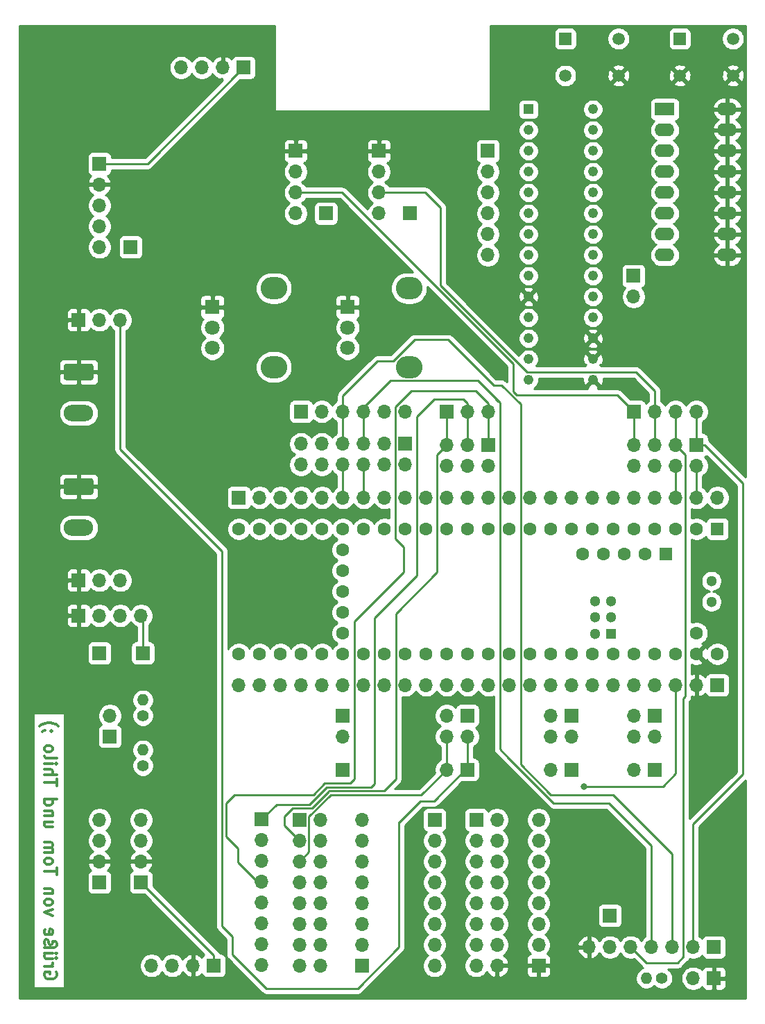
<source format=gbr>
%TF.GenerationSoftware,KiCad,Pcbnew,(5.1.10)-1*%
%TF.CreationDate,2024-11-06T19:54:47+01:00*%
%TF.ProjectId,NXPCupPlatine,4e585043-7570-4506-9c61-74696e652e6b,rev?*%
%TF.SameCoordinates,Original*%
%TF.FileFunction,Copper,L2,Bot*%
%TF.FilePolarity,Positive*%
%FSLAX46Y46*%
G04 Gerber Fmt 4.6, Leading zero omitted, Abs format (unit mm)*
G04 Created by KiCad (PCBNEW (5.1.10)-1) date 2024-11-06 19:54:47*
%MOMM*%
%LPD*%
G01*
G04 APERTURE LIST*
%TA.AperFunction,NonConductor*%
%ADD10C,0.300000*%
%TD*%
%TA.AperFunction,ComponentPad*%
%ADD11O,1.700000X1.700000*%
%TD*%
%TA.AperFunction,ComponentPad*%
%ADD12R,1.700000X1.700000*%
%TD*%
%TA.AperFunction,ComponentPad*%
%ADD13O,1.400000X1.400000*%
%TD*%
%TA.AperFunction,ComponentPad*%
%ADD14C,1.400000*%
%TD*%
%TA.AperFunction,ComponentPad*%
%ADD15C,1.230000*%
%TD*%
%TA.AperFunction,ComponentPad*%
%ADD16R,1.230000X1.230000*%
%TD*%
%TA.AperFunction,ComponentPad*%
%ADD17C,1.300000*%
%TD*%
%TA.AperFunction,ComponentPad*%
%ADD18C,1.600000*%
%TD*%
%TA.AperFunction,ComponentPad*%
%ADD19R,1.300000X1.300000*%
%TD*%
%TA.AperFunction,ComponentPad*%
%ADD20R,1.600000X1.600000*%
%TD*%
%TA.AperFunction,ComponentPad*%
%ADD21O,2.400000X1.600000*%
%TD*%
%TA.AperFunction,ComponentPad*%
%ADD22R,2.400000X1.600000*%
%TD*%
%TA.AperFunction,ComponentPad*%
%ADD23C,1.508000*%
%TD*%
%TA.AperFunction,ComponentPad*%
%ADD24R,1.508000X1.508000*%
%TD*%
%TA.AperFunction,ComponentPad*%
%ADD25O,3.240000X2.720000*%
%TD*%
%TA.AperFunction,ComponentPad*%
%ADD26C,1.800000*%
%TD*%
%TA.AperFunction,ComponentPad*%
%ADD27R,1.800000X1.800000*%
%TD*%
%TA.AperFunction,ComponentPad*%
%ADD28O,3.600000X2.000000*%
%TD*%
%TA.AperFunction,ViaPad*%
%ADD29C,0.800000*%
%TD*%
%TA.AperFunction,Conductor*%
%ADD30C,0.250000*%
%TD*%
%TA.AperFunction,Conductor*%
%ADD31C,0.254000*%
%TD*%
%TA.AperFunction,Conductor*%
%ADD32C,0.100000*%
%TD*%
G04 APERTURE END LIST*
D10*
X5150000Y-116121428D02*
X5221428Y-116264285D01*
X5221428Y-116478571D01*
X5150000Y-116692857D01*
X5007142Y-116835714D01*
X4864285Y-116907142D01*
X4578571Y-116978571D01*
X4364285Y-116978571D01*
X4078571Y-116907142D01*
X3935714Y-116835714D01*
X3792857Y-116692857D01*
X3721428Y-116478571D01*
X3721428Y-116335714D01*
X3792857Y-116121428D01*
X3864285Y-116050000D01*
X4364285Y-116050000D01*
X4364285Y-116335714D01*
X3721428Y-115407142D02*
X4721428Y-115407142D01*
X4435714Y-115407142D02*
X4578571Y-115335714D01*
X4650000Y-115264285D01*
X4721428Y-115121428D01*
X4721428Y-114978571D01*
X4721428Y-113835714D02*
X3721428Y-113835714D01*
X4721428Y-114478571D02*
X3935714Y-114478571D01*
X3792857Y-114407142D01*
X3721428Y-114264285D01*
X3721428Y-114050000D01*
X3792857Y-113907142D01*
X3864285Y-113835714D01*
X5221428Y-114407142D02*
X5150000Y-114335714D01*
X5078571Y-114407142D01*
X5150000Y-114478571D01*
X5221428Y-114407142D01*
X5078571Y-114407142D01*
X5221428Y-113835714D02*
X5150000Y-113764285D01*
X5078571Y-113835714D01*
X5150000Y-113907142D01*
X5221428Y-113835714D01*
X5078571Y-113835714D01*
X3721428Y-113121428D02*
X4935714Y-113121428D01*
X5078571Y-113050000D01*
X5150000Y-112978571D01*
X5221428Y-112835714D01*
X5221428Y-112621428D01*
X5150000Y-112478571D01*
X5078571Y-112407142D01*
X4935714Y-112335714D01*
X4721428Y-112335714D01*
X4721428Y-112550000D01*
X4650000Y-112692857D01*
X4507142Y-112764285D01*
X4435714Y-112764285D01*
X4292857Y-112692857D01*
X4221428Y-112550000D01*
X4221428Y-112335714D01*
X4150000Y-112192857D01*
X4007142Y-112121428D01*
X3935714Y-112121428D01*
X3792857Y-112192857D01*
X3721428Y-112335714D01*
X3721428Y-112621428D01*
X3792857Y-112764285D01*
X3792857Y-110907142D02*
X3721428Y-111050000D01*
X3721428Y-111335714D01*
X3792857Y-111478571D01*
X3935714Y-111550000D01*
X4507142Y-111550000D01*
X4650000Y-111478571D01*
X4721428Y-111335714D01*
X4721428Y-111050000D01*
X4650000Y-110907142D01*
X4507142Y-110835714D01*
X4364285Y-110835714D01*
X4221428Y-111550000D01*
X4721428Y-109192857D02*
X3721428Y-108835714D01*
X4721428Y-108478571D01*
X3721428Y-107692857D02*
X3792857Y-107835714D01*
X3864285Y-107907142D01*
X4007142Y-107978571D01*
X4435714Y-107978571D01*
X4578571Y-107907142D01*
X4650000Y-107835714D01*
X4721428Y-107692857D01*
X4721428Y-107478571D01*
X4650000Y-107335714D01*
X4578571Y-107264285D01*
X4435714Y-107192857D01*
X4007142Y-107192857D01*
X3864285Y-107264285D01*
X3792857Y-107335714D01*
X3721428Y-107478571D01*
X3721428Y-107692857D01*
X4721428Y-106550000D02*
X3721428Y-106550000D01*
X4578571Y-106550000D02*
X4650000Y-106478571D01*
X4721428Y-106335714D01*
X4721428Y-106121428D01*
X4650000Y-105978571D01*
X4507142Y-105907142D01*
X3721428Y-105907142D01*
X5221428Y-104264285D02*
X5221428Y-103407142D01*
X3721428Y-103835714D02*
X5221428Y-103835714D01*
X3721428Y-102692857D02*
X3792857Y-102835714D01*
X3864285Y-102907142D01*
X4007142Y-102978571D01*
X4435714Y-102978571D01*
X4578571Y-102907142D01*
X4650000Y-102835714D01*
X4721428Y-102692857D01*
X4721428Y-102478571D01*
X4650000Y-102335714D01*
X4578571Y-102264285D01*
X4435714Y-102192857D01*
X4007142Y-102192857D01*
X3864285Y-102264285D01*
X3792857Y-102335714D01*
X3721428Y-102478571D01*
X3721428Y-102692857D01*
X3721428Y-101550000D02*
X4721428Y-101550000D01*
X4578571Y-101550000D02*
X4650000Y-101478571D01*
X4721428Y-101335714D01*
X4721428Y-101121428D01*
X4650000Y-100978571D01*
X4507142Y-100907142D01*
X3721428Y-100907142D01*
X4507142Y-100907142D02*
X4650000Y-100835714D01*
X4721428Y-100692857D01*
X4721428Y-100478571D01*
X4650000Y-100335714D01*
X4507142Y-100264285D01*
X3721428Y-100264285D01*
X4721428Y-97764285D02*
X3721428Y-97764285D01*
X4721428Y-98407142D02*
X3935714Y-98407142D01*
X3792857Y-98335714D01*
X3721428Y-98192857D01*
X3721428Y-97978571D01*
X3792857Y-97835714D01*
X3864285Y-97764285D01*
X4721428Y-97050000D02*
X3721428Y-97050000D01*
X4578571Y-97050000D02*
X4650000Y-96978571D01*
X4721428Y-96835714D01*
X4721428Y-96621428D01*
X4650000Y-96478571D01*
X4507142Y-96407142D01*
X3721428Y-96407142D01*
X3721428Y-95050000D02*
X5221428Y-95050000D01*
X3792857Y-95050000D02*
X3721428Y-95192857D01*
X3721428Y-95478571D01*
X3792857Y-95621428D01*
X3864285Y-95692857D01*
X4007142Y-95764285D01*
X4435714Y-95764285D01*
X4578571Y-95692857D01*
X4650000Y-95621428D01*
X4721428Y-95478571D01*
X4721428Y-95192857D01*
X4650000Y-95050000D01*
X5221428Y-93407142D02*
X5221428Y-92550000D01*
X3721428Y-92978571D02*
X5221428Y-92978571D01*
X3721428Y-92050000D02*
X5221428Y-92050000D01*
X3721428Y-91407142D02*
X4507142Y-91407142D01*
X4649999Y-91478571D01*
X4721428Y-91621428D01*
X4721428Y-91835714D01*
X4649999Y-91978571D01*
X4578571Y-92050000D01*
X3721428Y-90692857D02*
X4721428Y-90692857D01*
X5221428Y-90692857D02*
X5149999Y-90764285D01*
X5078571Y-90692857D01*
X5149999Y-90621428D01*
X5221428Y-90692857D01*
X5078571Y-90692857D01*
X3721428Y-89764285D02*
X3792857Y-89907142D01*
X3935714Y-89978571D01*
X5221428Y-89978571D01*
X3721428Y-88978571D02*
X3792857Y-89121428D01*
X3864285Y-89192857D01*
X4007142Y-89264285D01*
X4435714Y-89264285D01*
X4578571Y-89192857D01*
X4649999Y-89121428D01*
X4721428Y-88978571D01*
X4721428Y-88764285D01*
X4649999Y-88621428D01*
X4578571Y-88550000D01*
X4435714Y-88478571D01*
X4007142Y-88478571D01*
X3864285Y-88550000D01*
X3792857Y-88621428D01*
X3721428Y-88764285D01*
X3721428Y-88978571D01*
X3792857Y-86621428D02*
X3721428Y-86621428D01*
X3578571Y-86692857D01*
X3507142Y-86764285D01*
X4649999Y-86692857D02*
X4578571Y-86621428D01*
X4507142Y-86692857D01*
X4578571Y-86764285D01*
X4649999Y-86692857D01*
X4507142Y-86692857D01*
X3149999Y-86121428D02*
X3221428Y-86050000D01*
X3435714Y-85907142D01*
X3578571Y-85835714D01*
X3792857Y-85764285D01*
X4149999Y-85692857D01*
X4435714Y-85692857D01*
X4792857Y-85764285D01*
X5007142Y-85835714D01*
X5149999Y-85907142D01*
X5364285Y-86050000D01*
X5435714Y-86121428D01*
D11*
%TO.P,J5,8*%
%TO.N,Cam_3.3V_0*%
X30200000Y-115280000D03*
%TO.P,J5,7*%
%TO.N,Cam_ADC*%
X30200000Y-112740000D03*
%TO.P,J5,6*%
%TO.N,Cam_I2C_SDA*%
X30200000Y-110200000D03*
%TO.P,J5,5*%
%TO.N,Cam_I2C_SCL*%
X30200000Y-107660000D03*
%TO.P,J5,4*%
%TO.N,Cam_SPI_SS*%
X30200000Y-105120000D03*
%TO.P,J5,3*%
%TO.N,Cam_SPI_SCK*%
X30200000Y-102580000D03*
%TO.P,J5,2*%
%TO.N,Cam_SPI_MISO*%
X30200000Y-100040000D03*
D12*
%TO.P,J5,1*%
%TO.N,Cam_SPI_MOSI*%
X30200000Y-97500000D03*
%TD*%
D13*
%TO.P,R1,2*%
%TO.N,SpannungsMessungAkku*%
X15748000Y-89032000D03*
D14*
%TO.P,R1,1*%
%TO.N,AKKU_GND*%
X15748000Y-90932000D03*
%TD*%
D13*
%TO.P,R0,2*%
%TO.N,AKKU_12V*%
X15748000Y-82936000D03*
D14*
%TO.P,R0,1*%
%TO.N,SpannungsMessungAkku*%
X15748000Y-84836000D03*
%TD*%
D11*
%TO.P,J40,12*%
%TO.N,Net-(J21-Pad4)*%
X35052000Y-54229000D03*
%TO.P,J40,11*%
%TO.N,Motor_ESC_Data*%
X35052000Y-51689000D03*
%TO.P,J40,10*%
%TO.N,Net-(J21-Pad5)*%
X37592000Y-54229000D03*
%TO.P,J40,9*%
%TO.N,Servo_Data*%
X37592000Y-51689000D03*
%TO.P,J40,8*%
%TO.N,Net-(J21-Pad6)*%
X40132000Y-54229000D03*
%TO.P,J40,7*%
%TO.N,PIM453_SCK*%
X40132000Y-51689000D03*
%TO.P,J40,6*%
%TO.N,Net-(J21-Pad7)*%
X42672000Y-54229000D03*
%TO.P,J40,5*%
%TO.N,PIM453_MOSI*%
X42672000Y-51689000D03*
%TO.P,J40,4*%
%TO.N,Net-(J21-Pad8)*%
X45212000Y-54229000D03*
%TO.P,J40,3*%
%TO.N,POT_1_Data*%
X45212000Y-51689000D03*
%TO.P,J40,2*%
%TO.N,Net-(J21-Pad9)*%
X47752000Y-54229000D03*
D12*
%TO.P,J40,1*%
%TO.N,POT_0_Data*%
X47752000Y-51689000D03*
%TD*%
D11*
%TO.P,J50,2*%
%TO.N,Display_SDA*%
X65532000Y-91440000D03*
D12*
%TO.P,J50,1*%
%TO.N,Display_SCL*%
X68072000Y-91440000D03*
%TD*%
D11*
%TO.P,J48,2*%
%TO.N,Cam_SPI_SCK*%
X52832000Y-91440000D03*
D12*
%TO.P,J48,1*%
%TO.N,LED_DIN*%
X55372000Y-91440000D03*
%TD*%
D11*
%TO.P,J47,4*%
%TO.N,PIM453_CS*%
X83312000Y-47752000D03*
%TO.P,J47,3*%
%TO.N,PIM453_MISO*%
X80772000Y-47752000D03*
%TO.P,J47,2*%
%TO.N,AchsenGeschwindigkeitsMessung_1_Data*%
X78232000Y-47752000D03*
D12*
%TO.P,J47,1*%
%TO.N,AchsenGeschwindigkeitsMessung_0_Data*%
X75692000Y-47752000D03*
%TD*%
D11*
%TO.P,J46,3*%
%TO.N,Cam_SPI_SS*%
X57912000Y-47752000D03*
%TO.P,J46,2*%
%TO.N,Cam_SPI_MOSI*%
X55372000Y-47752000D03*
D12*
%TO.P,J46,1*%
%TO.N,Cam_SPI_MISO*%
X52832000Y-47752000D03*
%TD*%
D11*
%TO.P,J45,6*%
%TO.N,POT_0_Data*%
X47752000Y-47752000D03*
%TO.P,J45,5*%
%TO.N,POT_1_Data*%
X45212000Y-47752000D03*
%TO.P,J45,4*%
%TO.N,PIM453_MOSI*%
X42672000Y-47752000D03*
%TO.P,J45,3*%
%TO.N,PIM453_SCK*%
X40132000Y-47752000D03*
%TO.P,J45,2*%
%TO.N,Servo_Data*%
X37592000Y-47752000D03*
D12*
%TO.P,J45,1*%
%TO.N,Motor_ESC_Data*%
X35052000Y-47752000D03*
%TD*%
D11*
%TO.P,J44,4*%
%TO.N,Cam_SPI_SCK*%
X52832000Y-87376000D03*
%TO.P,J44,3*%
%TO.N,Net-(J20-Pad14)*%
X52832000Y-84836000D03*
%TO.P,J44,2*%
%TO.N,LED_DIN*%
X55372000Y-87376000D03*
D12*
%TO.P,J44,1*%
%TO.N,Net-(J20-Pad13)*%
X55372000Y-84836000D03*
%TD*%
D11*
%TO.P,J43,4*%
%TO.N,Display_SDA*%
X65532000Y-87376000D03*
%TO.P,J43,3*%
%TO.N,Net-(J20-Pad9)*%
X65532000Y-84836000D03*
%TO.P,J43,2*%
%TO.N,Display_SCL*%
X68072000Y-87376000D03*
D12*
%TO.P,J43,1*%
%TO.N,Net-(J20-Pad8)*%
X68072000Y-84836000D03*
%TD*%
D11*
%TO.P,J42,8*%
%TO.N,Net-(J21-Pad20)*%
X75692000Y-54356000D03*
%TO.P,J42,7*%
%TO.N,AchsenGeschwindigkeitsMessung_0_Data*%
X75692000Y-51816000D03*
%TO.P,J42,6*%
%TO.N,Net-(J21-Pad21)*%
X78232000Y-54356000D03*
%TO.P,J42,5*%
%TO.N,AchsenGeschwindigkeitsMessung_1_Data*%
X78232000Y-51816000D03*
%TO.P,J42,4*%
%TO.N,Net-(J21-Pad22)*%
X80772000Y-54356000D03*
%TO.P,J42,3*%
%TO.N,PIM453_MISO*%
X80772000Y-51816000D03*
%TO.P,J42,2*%
%TO.N,Net-(J21-Pad23)*%
X83312000Y-54356000D03*
D12*
%TO.P,J42,1*%
%TO.N,PIM453_CS*%
X83312000Y-51816000D03*
%TD*%
D11*
%TO.P,J41,6*%
%TO.N,Net-(J21-Pad11)*%
X52832000Y-54356000D03*
%TO.P,J41,5*%
%TO.N,Cam_SPI_MISO*%
X52832000Y-51816000D03*
%TO.P,J41,4*%
%TO.N,Net-(J21-Pad12)*%
X55372000Y-54356000D03*
%TO.P,J41,3*%
%TO.N,Cam_SPI_MOSI*%
X55372000Y-51816000D03*
%TO.P,J41,2*%
%TO.N,Net-(J21-Pad13)*%
X57912000Y-54356000D03*
D12*
%TO.P,J41,1*%
%TO.N,Cam_SPI_SS*%
X57912000Y-51816000D03*
%TD*%
%TO.P,J54,1*%
%TO.N,SpannungsMessungAkku*%
X40132000Y-91440000D03*
%TD*%
D11*
%TO.P,J53,2*%
%TO.N,SpannungsMessungAkku*%
X40132000Y-87376000D03*
D12*
%TO.P,J53,1*%
%TO.N,Net-(J20-Pad19)*%
X40132000Y-84836000D03*
%TD*%
D11*
%TO.P,J52,2*%
%TO.N,Cam_GPIO_7*%
X75692000Y-91440000D03*
D12*
%TO.P,J52,1*%
%TO.N,LED_OpticalFlow*%
X78232000Y-91440000D03*
%TD*%
D11*
%TO.P,J49,4*%
%TO.N,Cam_GPIO_7*%
X75692000Y-87376000D03*
%TO.P,J49,3*%
%TO.N,Net-(J20-Pad5)*%
X75692000Y-84836000D03*
%TO.P,J49,2*%
%TO.N,LED_OpticalFlow*%
X78232000Y-87376000D03*
D12*
%TO.P,J49,1*%
%TO.N,Net-(J20-Pad4)*%
X78232000Y-84836000D03*
%TD*%
D11*
%TO.P,Motor_ESC1,4*%
%TO.N,Net-(J51-Pad1)*%
X15530000Y-72644000D03*
%TO.P,Motor_ESC1,3*%
%TO.N,Motor_ESC_Data*%
X12990000Y-72644000D03*
%TO.P,Motor_ESC1,2*%
%TO.N,Net-(J24-Pad1)*%
X10450000Y-72644000D03*
D12*
%TO.P,Motor_ESC1,1*%
%TO.N,AchsenGeschwindigkeitsMessung_0_GND*%
X7910000Y-72644000D03*
%TD*%
%TO.P,J51,1*%
%TO.N,Net-(J51-Pad1)*%
X15748000Y-77216000D03*
%TD*%
D11*
%TO.P,I2C_Spare_0,4*%
%TO.N,Display_SDA*%
X10450000Y-97540000D03*
%TO.P,I2C_Spare_0,3*%
%TO.N,Display_SCL*%
X10450000Y-100080000D03*
%TO.P,I2C_Spare_0,2*%
%TO.N,AchsenGeschwindigkeitsMessung_0_GND*%
X10450000Y-102620000D03*
D12*
%TO.P,I2C_Spare_0,1*%
%TO.N,3.3V*%
X10450000Y-105160000D03*
%TD*%
D11*
%TO.P,I2C_Spare_1,4*%
%TO.N,Display_SDA*%
X15530000Y-97540000D03*
%TO.P,I2C_Spare_1,3*%
%TO.N,Display_SCL*%
X15530000Y-100080000D03*
%TO.P,I2C_Spare_1,2*%
%TO.N,AchsenGeschwindigkeitsMessung_0_GND*%
X15530000Y-102620000D03*
D12*
%TO.P,I2C_Spare_1,1*%
%TO.N,3.3V*%
X15530000Y-105160000D03*
%TD*%
D11*
%TO.P,12V1,2*%
%TO.N,AKKU_12V*%
X11720000Y-84840000D03*
D12*
%TO.P,12V1,1*%
%TO.N,AKKU_GND*%
X11720000Y-87380000D03*
%TD*%
D11*
%TO.P,LED_Streifen1,3*%
%TO.N,LED_DIN*%
X12990000Y-36580000D03*
%TO.P,LED_Streifen1,2*%
%TO.N,5V*%
X10450000Y-36580000D03*
D12*
%TO.P,LED_Streifen1,1*%
%TO.N,AchsenGeschwindigkeitsMessung_0_GND*%
X7910000Y-36580000D03*
%TD*%
D11*
%TO.P,J10,8*%
%TO.N,Cam_Reset*%
X64060000Y-97540000D03*
%TO.P,J10,7*%
%TO.N,Cam_WakeUp*%
X64060000Y-100080000D03*
%TO.P,J10,6*%
%TO.N,Cam_GPIO_10*%
X64060000Y-102620000D03*
%TO.P,J10,5*%
%TO.N,Cam_GPIO_9*%
X64060000Y-105160000D03*
%TO.P,J10,4*%
%TO.N,Cam_GPIO_8*%
X64060000Y-107700000D03*
%TO.P,J10,3*%
%TO.N,Cam_GPIO_7*%
X64060000Y-110240000D03*
%TO.P,J10,2*%
%TO.N,5V*%
X64060000Y-112780000D03*
D12*
%TO.P,J10,1*%
%TO.N,AchsenGeschwindigkeitsMessung_0_GND*%
X64060000Y-115320000D03*
%TD*%
D11*
%TO.P,Cam_L1,16*%
%TO.N,AchsenGeschwindigkeitsMessung_0_GND*%
X58980000Y-115320000D03*
%TO.P,Cam_L1,15*%
%TO.N,Cam_3.3V_1*%
X56440000Y-115320000D03*
%TO.P,Cam_L1,14*%
%TO.N,5V*%
X58980000Y-112780000D03*
%TO.P,Cam_L1,13*%
%TO.N,Cam_SBL*%
X56440000Y-112780000D03*
%TO.P,Cam_L1,12*%
%TO.N,Cam_GPIO_7*%
X58980000Y-110240000D03*
%TO.P,Cam_L1,11*%
%TO.N,Cam_GPIO_13*%
X56440000Y-110240000D03*
%TO.P,Cam_L1,10*%
%TO.N,Cam_GPIO_8*%
X58980000Y-107700000D03*
%TO.P,Cam_L1,9*%
%TO.N,Cam_GPIO_14*%
X56440000Y-107700000D03*
%TO.P,Cam_L1,8*%
%TO.N,Cam_GPIO_9*%
X58980000Y-105160000D03*
%TO.P,Cam_L1,7*%
%TO.N,Cam_NC_3*%
X56440000Y-105160000D03*
%TO.P,Cam_L1,6*%
%TO.N,Cam_GPIO_10*%
X58980000Y-102620000D03*
%TO.P,Cam_L1,5*%
%TO.N,Cam_NC_2*%
X56440000Y-102620000D03*
%TO.P,Cam_L1,4*%
%TO.N,Cam_WakeUp*%
X58980000Y-100080000D03*
%TO.P,Cam_L1,3*%
%TO.N,Cam_NC_1*%
X56440000Y-100080000D03*
%TO.P,Cam_L1,2*%
%TO.N,Cam_Reset*%
X58980000Y-97540000D03*
D12*
%TO.P,Cam_L1,1*%
%TO.N,Cam_NC_0*%
X56440000Y-97540000D03*
%TD*%
D11*
%TO.P,J8,8*%
%TO.N,Cam_3.3V_1*%
X51360000Y-115320000D03*
%TO.P,J8,7*%
%TO.N,Cam_SBL*%
X51360000Y-112780000D03*
%TO.P,J8,6*%
%TO.N,Cam_GPIO_13*%
X51360000Y-110240000D03*
%TO.P,J8,5*%
%TO.N,Cam_GPIO_14*%
X51360000Y-107700000D03*
%TO.P,J8,4*%
%TO.N,Cam_NC_3*%
X51360000Y-105160000D03*
%TO.P,J8,3*%
%TO.N,Cam_NC_2*%
X51360000Y-102620000D03*
%TO.P,J8,2*%
%TO.N,Cam_NC_1*%
X51360000Y-100080000D03*
D12*
%TO.P,J8,1*%
%TO.N,Cam_NC_0*%
X51360000Y-97540000D03*
%TD*%
D11*
%TO.P,J7,8*%
%TO.N,Cam_ETH_LED*%
X42470000Y-97540000D03*
%TO.P,J7,7*%
%TO.N,Cam_ETH_RXN*%
X42470000Y-100080000D03*
%TO.P,J7,6*%
%TO.N,Cam_ETH_RXP*%
X42470000Y-102620000D03*
%TO.P,J7,5*%
%TO.N,Cam_ETH_TXN*%
X42470000Y-105160000D03*
%TO.P,J7,4*%
%TO.N,Cam_ETH_TXP*%
X42470000Y-107700000D03*
%TO.P,J7,3*%
%TO.N,Cam_ON_OFF*%
X42470000Y-110240000D03*
%TO.P,J7,2*%
%TO.N,Cam_Raw*%
X42470000Y-112780000D03*
D12*
%TO.P,J7,1*%
%TO.N,Cam_GND_0*%
X42470000Y-115320000D03*
%TD*%
D11*
%TO.P,Cam_R1,16*%
%TO.N,Cam_GND_0*%
X37390000Y-115320000D03*
%TO.P,Cam_R1,15*%
%TO.N,Cam_3.3V_0*%
X34850000Y-115320000D03*
%TO.P,Cam_R1,14*%
%TO.N,Cam_Raw*%
X37390000Y-112780000D03*
%TO.P,Cam_R1,13*%
%TO.N,Cam_ADC*%
X34850000Y-112780000D03*
%TO.P,Cam_R1,12*%
%TO.N,Cam_ON_OFF*%
X37390000Y-110240000D03*
%TO.P,Cam_R1,11*%
%TO.N,Cam_I2C_SDA*%
X34850000Y-110240000D03*
%TO.P,Cam_R1,10*%
%TO.N,Cam_ETH_TXP*%
X37390000Y-107700000D03*
%TO.P,Cam_R1,9*%
%TO.N,Cam_I2C_SCL*%
X34850000Y-107700000D03*
%TO.P,Cam_R1,8*%
%TO.N,Cam_ETH_TXN*%
X37390000Y-105160000D03*
%TO.P,Cam_R1,7*%
%TO.N,Cam_SPI_SS*%
X34850000Y-105160000D03*
%TO.P,Cam_R1,6*%
%TO.N,Cam_ETH_RXP*%
X37390000Y-102620000D03*
%TO.P,Cam_R1,5*%
%TO.N,Cam_SPI_SCK*%
X34850000Y-102620000D03*
%TO.P,Cam_R1,4*%
%TO.N,Cam_ETH_RXN*%
X37390000Y-100080000D03*
%TO.P,Cam_R1,3*%
%TO.N,Cam_SPI_MISO*%
X34850000Y-100080000D03*
%TO.P,Cam_R1,2*%
%TO.N,Cam_ETH_LED*%
X37390000Y-97540000D03*
D12*
%TO.P,Cam_R1,1*%
%TO.N,Cam_SPI_MOSI*%
X34850000Y-97540000D03*
%TD*%
D13*
%TO.P,R2,2*%
%TO.N,LED_OpticalFlow*%
X77210000Y-116860000D03*
D14*
%TO.P,R2,1*%
%TO.N,Net-(OF_LED1-Pad2)*%
X79110000Y-116860000D03*
%TD*%
D11*
%TO.P,OF_LED1,2*%
%TO.N,Net-(OF_LED1-Pad2)*%
X82920000Y-116860000D03*
D12*
%TO.P,OF_LED1,1*%
%TO.N,AchsenGeschwindigkeitsMessung_0_GND*%
X85460000Y-116860000D03*
%TD*%
D11*
%TO.P,Display1,4*%
%TO.N,Display_SDA*%
X16800000Y-115320000D03*
%TO.P,Display1,3*%
%TO.N,Display_SCL*%
X19340000Y-115320000D03*
%TO.P,Display1,2*%
%TO.N,AchsenGeschwindigkeitsMessung_0_GND*%
X21880000Y-115320000D03*
D12*
%TO.P,Display1,1*%
%TO.N,3.3V*%
X24420000Y-115320000D03*
%TD*%
%TO.P,J28,1*%
%TO.N,Net-(J28-Pad1)*%
X48360000Y-23580000D03*
%TD*%
%TO.P,J27,1*%
%TO.N,Net-(J27-Pad1)*%
X38100000Y-23580000D03*
%TD*%
D11*
%TO.P,LichtSchranke_1,4*%
%TO.N,Net-(J28-Pad1)*%
X44550000Y-23580000D03*
%TO.P,LichtSchranke_1,3*%
%TO.N,AchsenGeschwindigkeitsMessung_1_Data*%
X44550000Y-21040000D03*
%TO.P,LichtSchranke_1,2*%
%TO.N,3.3V*%
X44550000Y-18500000D03*
D12*
%TO.P,LichtSchranke_1,1*%
%TO.N,AchsenGeschwindigkeitsMessung_0_GND*%
X44550000Y-15960000D03*
%TD*%
D11*
%TO.P,LichtSchranke_0,4*%
%TO.N,Net-(J27-Pad1)*%
X34390000Y-23580000D03*
%TO.P,LichtSchranke_0,3*%
%TO.N,AchsenGeschwindigkeitsMessung_0_Data*%
X34390000Y-21040000D03*
%TO.P,LichtSchranke_0,2*%
%TO.N,3.3V*%
X34390000Y-18500000D03*
D12*
%TO.P,LichtSchranke_0,1*%
%TO.N,AchsenGeschwindigkeitsMessung_0_GND*%
X34390000Y-15960000D03*
%TD*%
%TO.P,J24,1*%
%TO.N,Net-(J24-Pad1)*%
X10450000Y-77220000D03*
%TD*%
%TO.P,J23,1*%
%TO.N,Net-(J23-Pad1)*%
X72760000Y-109220000D03*
%TD*%
%TO.P,J22,1*%
%TO.N,Net-(IMU1-Pad5)*%
X14260000Y-27690000D03*
%TD*%
D11*
%TO.P,IMU1,5*%
%TO.N,Net-(IMU1-Pad5)*%
X10450000Y-27690000D03*
%TO.P,IMU1,4*%
%TO.N,Display_SDA*%
X10450000Y-25150000D03*
%TO.P,IMU1,3*%
%TO.N,Display_SCL*%
X10450000Y-22610000D03*
%TO.P,IMU1,2*%
%TO.N,AchsenGeschwindigkeitsMessung_0_GND*%
X10450000Y-20070000D03*
D12*
%TO.P,IMU1,1*%
%TO.N,3.3V*%
X10450000Y-17530000D03*
%TD*%
D11*
%TO.P,Distanz_Messer1,4*%
%TO.N,Display_SDA*%
X20420000Y-5800000D03*
%TO.P,Distanz_Messer1,3*%
%TO.N,Display_SCL*%
X22960000Y-5800000D03*
%TO.P,Distanz_Messer1,2*%
%TO.N,AchsenGeschwindigkeitsMessung_0_GND*%
X25500000Y-5800000D03*
D12*
%TO.P,Distanz_Messer1,1*%
%TO.N,3.3V*%
X28040000Y-5800000D03*
%TD*%
D11*
%TO.P,OpticalFlow1,7*%
%TO.N,AchsenGeschwindigkeitsMessung_0_GND*%
X70220000Y-113050000D03*
%TO.P,OpticalFlow1,6*%
%TO.N,Net-(J23-Pad1)*%
X72760000Y-113050000D03*
%TO.P,OpticalFlow1,5*%
%TO.N,PIM453_MISO*%
X75300000Y-113050000D03*
%TO.P,OpticalFlow1,4*%
%TO.N,PIM453_MOSI*%
X77840000Y-113050000D03*
%TO.P,OpticalFlow1,3*%
%TO.N,PIM453_SCK*%
X80380000Y-113050000D03*
%TO.P,OpticalFlow1,2*%
%TO.N,PIM453_CS*%
X82920000Y-113050000D03*
D12*
%TO.P,OpticalFlow1,1*%
%TO.N,3.3V*%
X85460000Y-113050000D03*
%TD*%
D15*
%TO.P,IOExpander1,28*%
%TO.N,DIP_7*%
X70695000Y-10880000D03*
%TO.P,IOExpander1,27*%
%TO.N,DIP_6*%
X70695000Y-13420000D03*
%TO.P,IOExpander1,26*%
%TO.N,DIP_5*%
X70695000Y-15960000D03*
%TO.P,IOExpander1,25*%
%TO.N,DIP_4*%
X70695000Y-18500000D03*
%TO.P,IOExpander1,24*%
%TO.N,DIP_3*%
X70695000Y-21040000D03*
%TO.P,IOExpander1,23*%
%TO.N,DIP_2*%
X70695000Y-23580000D03*
%TO.P,IOExpander1,22*%
%TO.N,DIP_1*%
X70695000Y-26120000D03*
%TO.P,IOExpander1,21*%
%TO.N,DIP_0*%
X70695000Y-28660000D03*
%TO.P,IOExpander1,20*%
%TO.N,I2CIOExpander_INA*%
X70695000Y-31200000D03*
%TO.P,IOExpander1,19*%
%TO.N,I2CIOExpander_INB*%
X70695000Y-33740000D03*
%TO.P,IOExpander1,18*%
%TO.N,3.3V*%
X70695000Y-36280000D03*
%TO.P,IOExpander1,17*%
%TO.N,AchsenGeschwindigkeitsMessung_0_GND*%
X70695000Y-38820000D03*
%TO.P,IOExpander1,16*%
X70695000Y-41360000D03*
%TO.P,IOExpander1,15*%
X70695000Y-43900000D03*
%TO.P,IOExpander1,14*%
%TO.N,Net-(IOExpander1-Pad11)*%
X62825000Y-43900000D03*
%TO.P,IOExpander1,13*%
%TO.N,Display_SDA*%
X62825000Y-41360000D03*
%TO.P,IOExpander1,12*%
%TO.N,Display_SCL*%
X62825000Y-38820000D03*
%TO.P,IOExpander1,11*%
%TO.N,Net-(IOExpander1-Pad11)*%
X62825000Y-36280000D03*
%TO.P,IOExpander1,10*%
%TO.N,AchsenGeschwindigkeitsMessung_0_GND*%
X62825000Y-33740000D03*
%TO.P,IOExpander1,9*%
%TO.N,3.3V*%
X62825000Y-31200000D03*
%TO.P,IOExpander1,8*%
%TO.N,I2CIOExpander_B7*%
X62825000Y-28660000D03*
%TO.P,IOExpander1,7*%
%TO.N,I2CIOExpander_B6*%
X62825000Y-26120000D03*
%TO.P,IOExpander1,6*%
%TO.N,I2CIOExpander_B5*%
X62825000Y-23580000D03*
%TO.P,IOExpander1,5*%
%TO.N,I2CIOExpander_B4*%
X62825000Y-21040000D03*
%TO.P,IOExpander1,4*%
%TO.N,I2CIOExpander_B3*%
X62825000Y-18500000D03*
%TO.P,IOExpander1,3*%
%TO.N,I2CIOExpander_B2*%
X62825000Y-15960000D03*
%TO.P,IOExpander1,2*%
%TO.N,I2CIOExpander_B1*%
X62825000Y-13420000D03*
D16*
%TO.P,IOExpander1,1*%
%TO.N,I2CIOExpander_B0*%
X62825000Y-10880000D03*
%TD*%
D17*
%TO.P,Teensy4.1,66*%
%TO.N,Net-(Teensy4.1-Pad66)*%
X85160000Y-70950000D03*
%TO.P,Teensy4.1,67*%
%TO.N,Net-(Teensy4.1-Pad67)*%
X85160000Y-68410000D03*
D18*
%TO.P,Teensy4.1,54*%
%TO.N,Net-(Teensy4.1-Pad54)*%
X40170000Y-74760000D03*
%TO.P,Teensy4.1,53*%
%TO.N,Net-(Teensy4.1-Pad53)*%
X40170000Y-72220000D03*
%TO.P,Teensy4.1,52*%
%TO.N,Net-(Teensy4.1-Pad52)*%
X40170000Y-69680000D03*
%TO.P,Teensy4.1,51*%
%TO.N,Net-(Teensy4.1-Pad51)*%
X40170000Y-67140000D03*
%TO.P,Teensy4.1,50*%
%TO.N,Net-(Teensy4.1-Pad50)*%
X40170000Y-64600000D03*
D17*
%TO.P,Teensy4.1,62*%
%TO.N,Net-(Teensy4.1-Pad62)*%
X72920000Y-70861600D03*
%TO.P,Teensy4.1,63*%
%TO.N,Net-(Teensy4.1-Pad63)*%
X70920000Y-70861600D03*
%TO.P,Teensy4.1,64*%
%TO.N,Net-(Teensy4.1-Pad64)*%
X70920000Y-72861600D03*
%TO.P,Teensy4.1,61*%
%TO.N,Net-(Teensy4.1-Pad61)*%
X72920000Y-72861600D03*
%TO.P,Teensy4.1,65*%
%TO.N,Net-(Teensy4.1-Pad65)*%
X70920000Y-74861600D03*
D19*
%TO.P,Teensy4.1,60*%
%TO.N,Net-(Teensy4.1-Pad60)*%
X72920000Y-74861600D03*
D18*
%TO.P,Teensy4.1,17*%
%TO.N,Net-(J21-Pad8)*%
X45250000Y-62060000D03*
%TO.P,Teensy4.1,18*%
%TO.N,Net-(J21-Pad7)*%
X42710000Y-62060000D03*
%TO.P,Teensy4.1,19*%
%TO.N,Net-(J21-Pad6)*%
X40170000Y-62060000D03*
%TO.P,Teensy4.1,20*%
%TO.N,Net-(J21-Pad5)*%
X37630000Y-62060000D03*
%TO.P,Teensy4.1,16*%
%TO.N,Net-(J21-Pad9)*%
X47790000Y-62060000D03*
%TO.P,Teensy4.1,15*%
%TO.N,Net-(J21-Pad10)*%
X50330000Y-62060000D03*
%TO.P,Teensy4.1,14*%
%TO.N,Net-(J21-Pad11)*%
X52870000Y-62060000D03*
%TO.P,Teensy4.1,21*%
%TO.N,Net-(J21-Pad4)*%
X35090000Y-62060000D03*
%TO.P,Teensy4.1,22*%
%TO.N,Net-(J21-Pad3)*%
X32550000Y-62060000D03*
%TO.P,Teensy4.1,23*%
%TO.N,Net-(J21-Pad2)*%
X30010000Y-62060000D03*
%TO.P,Teensy4.1,24*%
%TO.N,Net-(J21-Pad1)*%
X27470000Y-62060000D03*
%TO.P,Teensy4.1,25*%
%TO.N,Net-(J20-Pad24)*%
X27470000Y-77300000D03*
%TO.P,Teensy4.1,26*%
%TO.N,Net-(J20-Pad23)*%
X30010000Y-77300000D03*
%TO.P,Teensy4.1,27*%
%TO.N,Net-(J20-Pad22)*%
X32550000Y-77300000D03*
%TO.P,Teensy4.1,28*%
%TO.N,Net-(J20-Pad21)*%
X35090000Y-77300000D03*
%TO.P,Teensy4.1,29*%
%TO.N,Net-(J20-Pad20)*%
X37630000Y-77300000D03*
%TO.P,Teensy4.1,30*%
%TO.N,Net-(J20-Pad19)*%
X40170000Y-77300000D03*
%TO.P,Teensy4.1,31*%
%TO.N,Net-(J20-Pad18)*%
X42710000Y-77300000D03*
%TO.P,Teensy4.1,32*%
%TO.N,Net-(J20-Pad17)*%
X45250000Y-77300000D03*
%TO.P,Teensy4.1,33*%
%TO.N,Net-(J20-Pad16)*%
X47790000Y-77300000D03*
%TO.P,Teensy4.1,34*%
%TO.N,Net-(J20-Pad15)*%
X50330000Y-77300000D03*
%TO.P,Teensy4.1,13*%
%TO.N,Net-(J21-Pad12)*%
X55410000Y-62060000D03*
%TO.P,Teensy4.1,12*%
%TO.N,Net-(J21-Pad13)*%
X57950000Y-62060000D03*
%TO.P,Teensy4.1,11*%
%TO.N,Net-(J21-Pad14)*%
X60490000Y-62060000D03*
%TO.P,Teensy4.1,10*%
%TO.N,Net-(J21-Pad15)*%
X63030000Y-62060000D03*
%TO.P,Teensy4.1,9*%
%TO.N,Net-(J21-Pad16)*%
X65570000Y-62060000D03*
%TO.P,Teensy4.1,8*%
%TO.N,Net-(J21-Pad17)*%
X68110000Y-62060000D03*
%TO.P,Teensy4.1,7*%
%TO.N,Net-(J21-Pad18)*%
X70650000Y-62060000D03*
%TO.P,Teensy4.1,6*%
%TO.N,Net-(J21-Pad19)*%
X73190000Y-62060000D03*
%TO.P,Teensy4.1,5*%
%TO.N,Net-(J21-Pad20)*%
X75730000Y-62060000D03*
%TO.P,Teensy4.1,4*%
%TO.N,Net-(J21-Pad21)*%
X78270000Y-62060000D03*
%TO.P,Teensy4.1,3*%
%TO.N,Net-(J21-Pad22)*%
X80810000Y-62060000D03*
%TO.P,Teensy4.1,2*%
%TO.N,Net-(J21-Pad23)*%
X83350000Y-62060000D03*
D20*
%TO.P,Teensy4.1,1*%
%TO.N,Net-(J21-Pad24)*%
X85890000Y-62060000D03*
D18*
%TO.P,Teensy4.1,35*%
%TO.N,Net-(J20-Pad14)*%
X52870000Y-77300000D03*
%TO.P,Teensy4.1,36*%
%TO.N,Net-(J20-Pad13)*%
X55410000Y-77300000D03*
%TO.P,Teensy4.1,37*%
%TO.N,Net-(J20-Pad12)*%
X57950000Y-77300000D03*
%TO.P,Teensy4.1,38*%
%TO.N,Net-(J20-Pad11)*%
X60490000Y-77300000D03*
%TO.P,Teensy4.1,39*%
%TO.N,Net-(J20-Pad10)*%
X63030000Y-77300000D03*
%TO.P,Teensy4.1,40*%
%TO.N,Net-(J20-Pad9)*%
X65570000Y-77300000D03*
%TO.P,Teensy4.1,41*%
%TO.N,Net-(J20-Pad8)*%
X68110000Y-77300000D03*
%TO.P,Teensy4.1,42*%
%TO.N,Net-(J20-Pad7)*%
X70650000Y-77300000D03*
%TO.P,Teensy4.1,43*%
%TO.N,Net-(J20-Pad6)*%
X73190000Y-77300000D03*
%TO.P,Teensy4.1,44*%
%TO.N,Net-(J20-Pad5)*%
X75730000Y-77300000D03*
%TO.P,Teensy4.1,45*%
%TO.N,Net-(J20-Pad4)*%
X78270000Y-77300000D03*
%TO.P,Teensy4.1,46*%
%TO.N,3.3V*%
X80810000Y-77300000D03*
%TO.P,Teensy4.1,47*%
%TO.N,AchsenGeschwindigkeitsMessung_0_GND*%
X83350000Y-77300000D03*
%TO.P,Teensy4.1,48*%
%TO.N,5V*%
X85890000Y-77300000D03*
D20*
%TO.P,Teensy4.1,55*%
%TO.N,Net-(Teensy4.1-Pad55)*%
X79590800Y-65110800D03*
D18*
%TO.P,Teensy4.1,56*%
%TO.N,Net-(Teensy4.1-Pad56)*%
X77050800Y-65110800D03*
%TO.P,Teensy4.1,57*%
%TO.N,Net-(Teensy4.1-Pad57)*%
X74510800Y-65110800D03*
%TO.P,Teensy4.1,58*%
%TO.N,Net-(Teensy4.1-Pad58)*%
X71970800Y-65110800D03*
%TO.P,Teensy4.1,59*%
%TO.N,Net-(Teensy4.1-Pad59)*%
X69430800Y-65110800D03*
%TO.P,Teensy4.1,49*%
%TO.N,Net-(Teensy4.1-Pad49)*%
X83350000Y-74760000D03*
%TD*%
D21*
%TO.P,DIP_Switch1,16*%
%TO.N,AchsenGeschwindigkeitsMessung_0_GND*%
X87080000Y-10880000D03*
%TO.P,DIP_Switch1,8*%
%TO.N,DIP_0*%
X79460000Y-28660000D03*
%TO.P,DIP_Switch1,15*%
%TO.N,AchsenGeschwindigkeitsMessung_0_GND*%
X87080000Y-13420000D03*
%TO.P,DIP_Switch1,7*%
%TO.N,DIP_1*%
X79460000Y-26120000D03*
%TO.P,DIP_Switch1,14*%
%TO.N,AchsenGeschwindigkeitsMessung_0_GND*%
X87080000Y-15960000D03*
%TO.P,DIP_Switch1,6*%
%TO.N,DIP_2*%
X79460000Y-23580000D03*
%TO.P,DIP_Switch1,13*%
%TO.N,AchsenGeschwindigkeitsMessung_0_GND*%
X87080000Y-18500000D03*
%TO.P,DIP_Switch1,5*%
%TO.N,DIP_3*%
X79460000Y-21040000D03*
%TO.P,DIP_Switch1,12*%
%TO.N,AchsenGeschwindigkeitsMessung_0_GND*%
X87080000Y-21040000D03*
%TO.P,DIP_Switch1,4*%
%TO.N,DIP_4*%
X79460000Y-18500000D03*
%TO.P,DIP_Switch1,11*%
%TO.N,AchsenGeschwindigkeitsMessung_0_GND*%
X87080000Y-23580000D03*
%TO.P,DIP_Switch1,3*%
%TO.N,DIP_5*%
X79460000Y-15960000D03*
%TO.P,DIP_Switch1,10*%
%TO.N,AchsenGeschwindigkeitsMessung_0_GND*%
X87080000Y-26120000D03*
%TO.P,DIP_Switch1,2*%
%TO.N,DIP_6*%
X79460000Y-13420000D03*
%TO.P,DIP_Switch1,9*%
%TO.N,AchsenGeschwindigkeitsMessung_0_GND*%
X87080000Y-28660000D03*
D22*
%TO.P,DIP_Switch1,1*%
%TO.N,DIP_7*%
X79460000Y-10880000D03*
%TD*%
D23*
%TO.P,Taster_1,4*%
%TO.N,AchsenGeschwindigkeitsMessung_0_GND*%
X87790000Y-6780000D03*
%TO.P,Taster_1,3*%
X81290000Y-6780000D03*
%TO.P,Taster_1,2*%
%TO.N,Net-(Taster_1-Pad2)*%
X87790000Y-2280000D03*
D24*
%TO.P,Taster_1,1*%
%TO.N,I2CIOExpander_B1*%
X81290000Y-2280000D03*
%TD*%
D23*
%TO.P,Taster_0,4*%
%TO.N,AchsenGeschwindigkeitsMessung_0_GND*%
X73820000Y-6780000D03*
%TO.P,Taster_0,3*%
%TO.N,Net-(Taster_0-Pad3)*%
X67320000Y-6780000D03*
%TO.P,Taster_0,2*%
%TO.N,Net-(Taster_0-Pad2)*%
X73820000Y-2280000D03*
D24*
%TO.P,Taster_0,1*%
%TO.N,I2CIOExpander_B0*%
X67320000Y-2280000D03*
%TD*%
D25*
%TO.P,POT_1,*%
%TO.N,*%
X31730000Y-32710000D03*
X31730000Y-42310000D03*
D26*
%TO.P,POT_1,3*%
%TO.N,3.3V*%
X24230000Y-40010000D03*
%TO.P,POT_1,2*%
%TO.N,POT_1_Data*%
X24230000Y-37510000D03*
D27*
%TO.P,POT_1,1*%
%TO.N,AchsenGeschwindigkeitsMessung_0_GND*%
X24230000Y-35010000D03*
%TD*%
D25*
%TO.P,POT_0,*%
%TO.N,*%
X48240000Y-32710000D03*
X48240000Y-42310000D03*
D26*
%TO.P,POT_0,3*%
%TO.N,3.3V*%
X40740000Y-40010000D03*
%TO.P,POT_0,2*%
%TO.N,POT_0_Data*%
X40740000Y-37510000D03*
D27*
%TO.P,POT_0,1*%
%TO.N,AchsenGeschwindigkeitsMessung_0_GND*%
X40740000Y-35010000D03*
%TD*%
D11*
%TO.P,IO_Interupt_Out1,2*%
%TO.N,I2CIOExpander_INB*%
X75650000Y-33740000D03*
D12*
%TO.P,IO_Interupt_Out1,1*%
%TO.N,I2CIOExpander_INA*%
X75650000Y-31200000D03*
%TD*%
D11*
%TO.P,J34,6*%
%TO.N,I2CIOExpander_B7*%
X57870000Y-28660000D03*
%TO.P,J34,5*%
%TO.N,I2CIOExpander_B6*%
X57870000Y-26120000D03*
%TO.P,J34,4*%
%TO.N,I2CIOExpander_B5*%
X57870000Y-23580000D03*
%TO.P,J34,3*%
%TO.N,I2CIOExpander_B4*%
X57870000Y-21040000D03*
%TO.P,J34,2*%
%TO.N,I2CIOExpander_B3*%
X57870000Y-18500000D03*
D12*
%TO.P,J34,1*%
%TO.N,I2CIOExpander_B2*%
X57870000Y-15960000D03*
%TD*%
D11*
%TO.P,J21,24*%
%TO.N,Net-(J21-Pad24)*%
X85890000Y-58250000D03*
%TO.P,J21,23*%
%TO.N,Net-(J21-Pad23)*%
X83350000Y-58250000D03*
%TO.P,J21,22*%
%TO.N,Net-(J21-Pad22)*%
X80810000Y-58250000D03*
%TO.P,J21,21*%
%TO.N,Net-(J21-Pad21)*%
X78270000Y-58250000D03*
%TO.P,J21,20*%
%TO.N,Net-(J21-Pad20)*%
X75730000Y-58250000D03*
%TO.P,J21,19*%
%TO.N,Net-(J21-Pad19)*%
X73190000Y-58250000D03*
%TO.P,J21,18*%
%TO.N,Net-(J21-Pad18)*%
X70650000Y-58250000D03*
%TO.P,J21,17*%
%TO.N,Net-(J21-Pad17)*%
X68110000Y-58250000D03*
%TO.P,J21,16*%
%TO.N,Net-(J21-Pad16)*%
X65570000Y-58250000D03*
%TO.P,J21,15*%
%TO.N,Net-(J21-Pad15)*%
X63030000Y-58250000D03*
%TO.P,J21,14*%
%TO.N,Net-(J21-Pad14)*%
X60490000Y-58250000D03*
%TO.P,J21,13*%
%TO.N,Net-(J21-Pad13)*%
X57950000Y-58250000D03*
%TO.P,J21,12*%
%TO.N,Net-(J21-Pad12)*%
X55410000Y-58250000D03*
%TO.P,J21,11*%
%TO.N,Net-(J21-Pad11)*%
X52870000Y-58250000D03*
%TO.P,J21,10*%
%TO.N,Net-(J21-Pad10)*%
X50330000Y-58250000D03*
%TO.P,J21,9*%
%TO.N,Net-(J21-Pad9)*%
X47790000Y-58250000D03*
%TO.P,J21,8*%
%TO.N,Net-(J21-Pad8)*%
X45250000Y-58250000D03*
%TO.P,J21,7*%
%TO.N,Net-(J21-Pad7)*%
X42710000Y-58250000D03*
%TO.P,J21,6*%
%TO.N,Net-(J21-Pad6)*%
X40170000Y-58250000D03*
%TO.P,J21,5*%
%TO.N,Net-(J21-Pad5)*%
X37630000Y-58250000D03*
%TO.P,J21,4*%
%TO.N,Net-(J21-Pad4)*%
X35090000Y-58250000D03*
%TO.P,J21,3*%
%TO.N,Net-(J21-Pad3)*%
X32550000Y-58250000D03*
%TO.P,J21,2*%
%TO.N,Net-(J21-Pad2)*%
X30010000Y-58250000D03*
D12*
%TO.P,J21,1*%
%TO.N,Net-(J21-Pad1)*%
X27470000Y-58250000D03*
%TD*%
D11*
%TO.P,J20,24*%
%TO.N,Net-(J20-Pad24)*%
X27470000Y-81110000D03*
%TO.P,J20,23*%
%TO.N,Net-(J20-Pad23)*%
X30010000Y-81110000D03*
%TO.P,J20,22*%
%TO.N,Net-(J20-Pad22)*%
X32550000Y-81110000D03*
%TO.P,J20,21*%
%TO.N,Net-(J20-Pad21)*%
X35090000Y-81110000D03*
%TO.P,J20,20*%
%TO.N,Net-(J20-Pad20)*%
X37630000Y-81110000D03*
%TO.P,J20,19*%
%TO.N,Net-(J20-Pad19)*%
X40170000Y-81110000D03*
%TO.P,J20,18*%
%TO.N,Net-(J20-Pad18)*%
X42710000Y-81110000D03*
%TO.P,J20,17*%
%TO.N,Net-(J20-Pad17)*%
X45250000Y-81110000D03*
%TO.P,J20,16*%
%TO.N,Net-(J20-Pad16)*%
X47790000Y-81110000D03*
%TO.P,J20,15*%
%TO.N,Net-(J20-Pad15)*%
X50330000Y-81110000D03*
%TO.P,J20,14*%
%TO.N,Net-(J20-Pad14)*%
X52870000Y-81110000D03*
%TO.P,J20,13*%
%TO.N,Net-(J20-Pad13)*%
X55410000Y-81110000D03*
%TO.P,J20,12*%
%TO.N,Net-(J20-Pad12)*%
X57950000Y-81110000D03*
%TO.P,J20,11*%
%TO.N,Net-(J20-Pad11)*%
X60490000Y-81110000D03*
%TO.P,J20,10*%
%TO.N,Net-(J20-Pad10)*%
X63030000Y-81110000D03*
%TO.P,J20,9*%
%TO.N,Net-(J20-Pad9)*%
X65570000Y-81110000D03*
%TO.P,J20,8*%
%TO.N,Net-(J20-Pad8)*%
X68110000Y-81110000D03*
%TO.P,J20,7*%
%TO.N,Net-(J20-Pad7)*%
X70650000Y-81110000D03*
%TO.P,J20,6*%
%TO.N,Net-(J20-Pad6)*%
X73190000Y-81110000D03*
%TO.P,J20,5*%
%TO.N,Net-(J20-Pad5)*%
X75730000Y-81110000D03*
%TO.P,J20,4*%
%TO.N,Net-(J20-Pad4)*%
X78270000Y-81110000D03*
%TO.P,J20,3*%
%TO.N,3.3V*%
X80810000Y-81110000D03*
%TO.P,J20,2*%
%TO.N,AchsenGeschwindigkeitsMessung_0_GND*%
X83350000Y-81110000D03*
D12*
%TO.P,J20,1*%
%TO.N,5V*%
X85890000Y-81110000D03*
%TD*%
D28*
%TO.P,DCDC_5V1,2*%
%TO.N,5V*%
X7910000Y-47930000D03*
%TO.P,DCDC_5V1,1*%
%TO.N,AchsenGeschwindigkeitsMessung_0_GND*%
%TA.AperFunction,ComponentPad*%
G36*
G01*
X6360000Y-41930000D02*
X9460000Y-41930000D01*
G75*
G02*
X9710000Y-42180000I0J-250000D01*
G01*
X9710000Y-43680000D01*
G75*
G02*
X9460000Y-43930000I-250000J0D01*
G01*
X6360000Y-43930000D01*
G75*
G02*
X6110000Y-43680000I0J250000D01*
G01*
X6110000Y-42180000D01*
G75*
G02*
X6360000Y-41930000I250000J0D01*
G01*
G37*
%TD.AperFunction*%
%TD*%
%TO.P,DCDC_7.2V1,2*%
%TO.N,7.2V*%
X7910000Y-61900000D03*
%TO.P,DCDC_7.2V1,1*%
%TO.N,AchsenGeschwindigkeitsMessung_0_GND*%
%TA.AperFunction,ComponentPad*%
G36*
G01*
X6360000Y-55900000D02*
X9460000Y-55900000D01*
G75*
G02*
X9710000Y-56150000I0J-250000D01*
G01*
X9710000Y-57650000D01*
G75*
G02*
X9460000Y-57900000I-250000J0D01*
G01*
X6360000Y-57900000D01*
G75*
G02*
X6110000Y-57650000I0J250000D01*
G01*
X6110000Y-56150000D01*
G75*
G02*
X6360000Y-55900000I250000J0D01*
G01*
G37*
%TD.AperFunction*%
%TD*%
D11*
%TO.P,Servo1,3*%
%TO.N,Servo_Data*%
X12990000Y-68330000D03*
%TO.P,Servo1,2*%
%TO.N,7.2V*%
X10450000Y-68330000D03*
D12*
%TO.P,Servo1,1*%
%TO.N,AchsenGeschwindigkeitsMessung_0_GND*%
X7910000Y-68330000D03*
%TD*%
D29*
%TO.N,3.3V*%
X69596000Y-93472000D03*
%TO.N,AchsenGeschwindigkeitsMessung_0_GND*%
X85852000Y-55880000D03*
X88392000Y-50292000D03*
%TD*%
D30*
%TO.N,PIM453_MISO*%
X75300000Y-113050000D02*
X77250000Y-115000000D01*
X77250000Y-115000000D02*
X81000000Y-115000000D01*
X81744999Y-82744999D02*
X82000000Y-82489998D01*
X81744999Y-114255001D02*
X81744999Y-82744999D01*
X81000000Y-115000000D02*
X81744999Y-114255001D01*
X82000000Y-53044000D02*
X82000000Y-53552000D01*
X80772000Y-51816000D02*
X82000000Y-53044000D01*
X82000000Y-82489998D02*
X82000000Y-53552000D01*
X80772000Y-51816000D02*
X80772000Y-47752000D01*
%TO.N,PIM453_MOSI*%
X56631420Y-43995010D02*
X59125001Y-46488591D01*
X77840000Y-101840000D02*
X77840000Y-102224000D01*
X77840000Y-102224000D02*
X77840000Y-113050000D01*
X72644000Y-95504000D02*
X65911590Y-95504000D01*
X77840000Y-100700000D02*
X72644000Y-95504000D01*
X77840000Y-102224000D02*
X77840000Y-100700000D01*
X59314999Y-88907409D02*
X60387795Y-89980205D01*
X59314999Y-51099997D02*
X59314999Y-88907409D01*
X65911590Y-95504000D02*
X60387795Y-89980205D01*
X42712640Y-47292640D02*
X42712640Y-52070000D01*
X42710000Y-47290000D02*
X42712640Y-47292640D01*
X46004990Y-43995010D02*
X42710000Y-47290000D01*
X59314999Y-46678589D02*
X56631420Y-43995010D01*
X56631420Y-43995010D02*
X46004990Y-43995010D01*
X59314999Y-51099997D02*
X59314999Y-46678589D01*
%TO.N,PIM453_SCK*%
X80380000Y-113050000D02*
X80380000Y-101716000D01*
X80380000Y-101716000D02*
X73152000Y-94488000D01*
X40172640Y-45832640D02*
X40170000Y-45830000D01*
X46294990Y-41612047D02*
X48907037Y-39000000D01*
X48907037Y-39000000D02*
X53000000Y-39000000D01*
X65532000Y-94488000D02*
X73152000Y-94488000D01*
X40170000Y-45830000D02*
X44387953Y-41612047D01*
X61854999Y-46854999D02*
X61854999Y-90810999D01*
X40172640Y-52070000D02*
X40172640Y-45832640D01*
X44387953Y-41612047D02*
X46294990Y-41612047D01*
X53000000Y-39000000D02*
X58549991Y-44549991D01*
X58549991Y-44549991D02*
X59549991Y-44549991D01*
X59549991Y-44549991D02*
X61854999Y-46854999D01*
X61854999Y-90810999D02*
X65532000Y-94488000D01*
%TO.N,PIM453_CS*%
X82920000Y-98080000D02*
X89000000Y-92000000D01*
X82920000Y-113050000D02*
X82920000Y-98080000D01*
X83370000Y-52050100D02*
X83350100Y-52070000D01*
X84328000Y-51816000D02*
X89000000Y-56488000D01*
X83312000Y-51816000D02*
X84328000Y-51816000D01*
X89000000Y-92000000D02*
X89000000Y-56488000D01*
X83312000Y-51816000D02*
X83312000Y-47752000D01*
%TO.N,3.3V*%
X16310000Y-17530000D02*
X10450000Y-17530000D01*
X28040000Y-5800000D02*
X16310000Y-17530000D01*
X24420000Y-114050000D02*
X15530000Y-105160000D01*
X24420000Y-115320000D02*
X24420000Y-114050000D01*
X79248000Y-93472000D02*
X80810000Y-91910000D01*
X69596000Y-93472000D02*
X79248000Y-93472000D01*
X80810000Y-91910000D02*
X80810000Y-81110000D01*
%TO.N,Cam_SPI_SS*%
X57912000Y-46736000D02*
X57912000Y-51816000D01*
X56388000Y-45212000D02*
X57912000Y-46736000D01*
X50076998Y-45212000D02*
X51816000Y-45212000D01*
X51816000Y-45212000D02*
X56388000Y-45212000D01*
X25908000Y-99568000D02*
X27329000Y-100989000D01*
X51816000Y-45212000D02*
X48552998Y-45212000D01*
X48552998Y-45212000D02*
X46576999Y-47187999D01*
X25908000Y-95504000D02*
X25908000Y-99568000D01*
X46576999Y-47187999D02*
X46576999Y-63276999D01*
X41032020Y-93079980D02*
X37971590Y-93079980D01*
X46576999Y-63276999D02*
X47600000Y-64300000D01*
X41534999Y-92577001D02*
X41032020Y-93079980D01*
X37971590Y-93079980D02*
X36563570Y-94488000D01*
X36563570Y-94488000D02*
X26924000Y-94488000D01*
X26924000Y-94488000D02*
X25908000Y-95504000D01*
X47600000Y-64300000D02*
X47600000Y-67300000D01*
X41534999Y-73365001D02*
X41534999Y-74565001D01*
X47600000Y-67300000D02*
X41534999Y-73365001D01*
X41534999Y-74565001D02*
X41534999Y-92577001D01*
X27329000Y-100989000D02*
X27329000Y-102719000D01*
X27329000Y-102719000D02*
X29770000Y-105160000D01*
%TO.N,Cam_SPI_SCK*%
X36025001Y-101444999D02*
X36025001Y-97165997D01*
X34850000Y-102620000D02*
X36025001Y-101444999D01*
X49736501Y-94535499D02*
X52832000Y-91440000D01*
X38655499Y-94535499D02*
X49736501Y-94535499D01*
X36025001Y-97165997D02*
X38655499Y-94535499D01*
X52832000Y-87376000D02*
X52832000Y-90932000D01*
%TO.N,Cam_SPI_MISO*%
X51694999Y-52953001D02*
X52832000Y-51816000D01*
X45212000Y-93980000D02*
X46614999Y-92577001D01*
X38410000Y-93980000D02*
X45212000Y-93980000D01*
X52832000Y-51816000D02*
X52832000Y-48260000D01*
X51656999Y-67343001D02*
X46614999Y-72385001D01*
X51656999Y-52991001D02*
X51656999Y-67343001D01*
X52832000Y-51816000D02*
X51656999Y-52991001D01*
X46614999Y-92577001D02*
X46614999Y-72385001D01*
X38410000Y-93980000D02*
X38410000Y-94090000D01*
X38410000Y-94090000D02*
X36400000Y-96100000D01*
X34004998Y-96100000D02*
X33000000Y-97104998D01*
X36400000Y-96100000D02*
X34004998Y-96100000D01*
X33000000Y-98230000D02*
X34850000Y-100080000D01*
X33000000Y-97104998D02*
X33000000Y-98230000D01*
%TO.N,Cam_SPI_MOSI*%
X44000000Y-73654999D02*
X44000000Y-74000000D01*
X44000000Y-83000000D02*
X44000000Y-84000000D01*
X44000000Y-74000000D02*
X44000000Y-83000000D01*
X55372000Y-51816000D02*
X55372000Y-48260000D01*
X55372000Y-48260000D02*
X55372000Y-46736000D01*
X55372000Y-46736000D02*
X54864000Y-46228000D01*
X54864000Y-46228000D02*
X51308000Y-46228000D01*
X49154999Y-48381001D02*
X49154999Y-49662999D01*
X51308000Y-46228000D02*
X49154999Y-48381001D01*
X49154999Y-49662999D02*
X49154999Y-49481411D01*
X49154999Y-67745001D02*
X44000000Y-72900000D01*
X49154999Y-49662999D02*
X49154999Y-67745001D01*
X44000000Y-72900000D02*
X44000000Y-74000000D01*
X32050010Y-95649990D02*
X30200000Y-97500000D01*
X36037990Y-95649990D02*
X32050010Y-95649990D01*
X38157990Y-93529990D02*
X36037990Y-95649990D01*
X43630010Y-93529990D02*
X38157990Y-93529990D01*
X44000000Y-93160000D02*
X43630010Y-93529990D01*
X44000000Y-83000000D02*
X44000000Y-93160000D01*
%TO.N,Net-(J20-Pad13)*%
X55410000Y-84798000D02*
X55372000Y-84836000D01*
%TO.N,AchsenGeschwindigkeitsMessung_0_Data*%
X34390000Y-21040000D02*
X40090000Y-21040000D01*
X40090000Y-21040000D02*
X60960000Y-41910000D01*
X60960000Y-45323590D02*
X61356410Y-45720000D01*
X60960000Y-41910000D02*
X60960000Y-45323590D01*
X61356410Y-45720000D02*
X73660000Y-45720000D01*
X73660000Y-45720000D02*
X75730000Y-47790000D01*
X75692000Y-47752000D02*
X73660000Y-45720000D01*
X75692000Y-51816000D02*
X75692000Y-47752000D01*
%TO.N,AchsenGeschwindigkeitsMessung_1_Data*%
X78232000Y-45212000D02*
X78232000Y-51816000D01*
X75979999Y-42959999D02*
X78232000Y-45212000D01*
X62646409Y-42959999D02*
X75979999Y-42959999D01*
X52070000Y-32383590D02*
X62646409Y-42959999D01*
X52070000Y-22860000D02*
X52070000Y-32383590D01*
X50250000Y-21040000D02*
X52070000Y-22860000D01*
X44550000Y-21040000D02*
X50250000Y-21040000D01*
%TO.N,LED_DIN*%
X12990000Y-36580000D02*
X12990000Y-52360000D01*
X12990000Y-52360000D02*
X25400000Y-64770000D01*
X25400000Y-64770000D02*
X25400000Y-110490000D01*
X25400000Y-110490000D02*
X26670000Y-111760000D01*
X26670000Y-113959002D02*
X30820998Y-118110000D01*
X26670000Y-111760000D02*
X26670000Y-113959002D01*
X41965002Y-118110000D02*
X46990000Y-113085002D01*
X30820998Y-118110000D02*
X41965002Y-118110000D01*
X46990000Y-113085002D02*
X46990000Y-97790000D01*
X47118410Y-97790000D02*
X49658410Y-95250000D01*
X46990000Y-97790000D02*
X47118410Y-97790000D01*
X51307002Y-95250000D02*
X55410000Y-91147002D01*
X49658410Y-95250000D02*
X51307002Y-95250000D01*
X55372000Y-90932000D02*
X55372000Y-87376000D01*
%TO.N,Net-(J20-Pad14)*%
X52832000Y-81148000D02*
X52870000Y-81110000D01*
%TO.N,Net-(J21-Pad23)*%
X83000000Y-57900000D02*
X83350000Y-58250000D01*
X83350000Y-54610100D02*
X83350100Y-54610000D01*
X83350000Y-58250000D02*
X83350000Y-54610100D01*
%TO.N,Net-(J21-Pad22)*%
X80810100Y-58249900D02*
X80810000Y-58250000D01*
X80810100Y-54610000D02*
X80810100Y-58249900D01*
%TO.N,Net-(J21-Pad12)*%
X55460000Y-58200000D02*
X55410000Y-58250000D01*
%TO.N,Net-(J21-Pad7)*%
X42710000Y-54612640D02*
X42712640Y-54610000D01*
X42710000Y-58250000D02*
X42710000Y-54612640D01*
%TO.N,Net-(J21-Pad6)*%
X40172640Y-58247360D02*
X40170000Y-58250000D01*
X40172640Y-54610000D02*
X40172640Y-58247360D01*
%TO.N,Net-(J51-Pad1)*%
X15748000Y-72862000D02*
X15530000Y-72644000D01*
X15748000Y-77216000D02*
X15748000Y-72862000D01*
%TD*%
D31*
%TO.N,AchsenGeschwindigkeitsMessung_0_GND*%
X31873000Y-11000000D02*
X31875440Y-11024776D01*
X31882667Y-11048601D01*
X31894403Y-11070557D01*
X31910197Y-11089803D01*
X31929443Y-11105597D01*
X31951399Y-11117333D01*
X31975224Y-11124560D01*
X32000000Y-11127000D01*
X58000000Y-11127000D01*
X58024776Y-11124560D01*
X58048601Y-11117333D01*
X58070557Y-11105597D01*
X58089803Y-11089803D01*
X58105597Y-11070557D01*
X58117333Y-11048601D01*
X58124560Y-11024776D01*
X58127000Y-11000000D01*
X58127000Y-10265000D01*
X61571928Y-10265000D01*
X61571928Y-11495000D01*
X61584188Y-11619482D01*
X61620498Y-11739180D01*
X61679463Y-11849494D01*
X61758815Y-11946185D01*
X61855506Y-12025537D01*
X61965820Y-12084502D01*
X62085518Y-12120812D01*
X62210000Y-12133072D01*
X63440000Y-12133072D01*
X63564482Y-12120812D01*
X63684180Y-12084502D01*
X63794494Y-12025537D01*
X63891185Y-11946185D01*
X63970537Y-11849494D01*
X64029502Y-11739180D01*
X64065812Y-11619482D01*
X64078072Y-11495000D01*
X64078072Y-10756886D01*
X69445000Y-10756886D01*
X69445000Y-11003114D01*
X69493037Y-11244611D01*
X69587265Y-11472097D01*
X69724062Y-11676828D01*
X69898172Y-11850938D01*
X70102903Y-11987735D01*
X70330389Y-12081963D01*
X70571886Y-12130000D01*
X70818114Y-12130000D01*
X71059611Y-12081963D01*
X71287097Y-11987735D01*
X71491828Y-11850938D01*
X71665938Y-11676828D01*
X71802735Y-11472097D01*
X71896963Y-11244611D01*
X71945000Y-11003114D01*
X71945000Y-10756886D01*
X71896963Y-10515389D01*
X71802735Y-10287903D01*
X71665938Y-10083172D01*
X71491828Y-9909062D01*
X71287097Y-9772265D01*
X71059611Y-9678037D01*
X70818114Y-9630000D01*
X70571886Y-9630000D01*
X70330389Y-9678037D01*
X70102903Y-9772265D01*
X69898172Y-9909062D01*
X69724062Y-10083172D01*
X69587265Y-10287903D01*
X69493037Y-10515389D01*
X69445000Y-10756886D01*
X64078072Y-10756886D01*
X64078072Y-10265000D01*
X64065812Y-10140518D01*
X64029502Y-10020820D01*
X63970537Y-9910506D01*
X63891185Y-9813815D01*
X63794494Y-9734463D01*
X63684180Y-9675498D01*
X63564482Y-9639188D01*
X63440000Y-9626928D01*
X62210000Y-9626928D01*
X62085518Y-9639188D01*
X61965820Y-9675498D01*
X61855506Y-9734463D01*
X61758815Y-9813815D01*
X61679463Y-9910506D01*
X61620498Y-10020820D01*
X61584188Y-10140518D01*
X61571928Y-10265000D01*
X58127000Y-10265000D01*
X58127000Y-6643195D01*
X65931000Y-6643195D01*
X65931000Y-6916805D01*
X65984378Y-7185156D01*
X66089084Y-7437938D01*
X66241093Y-7665436D01*
X66434564Y-7858907D01*
X66662062Y-8010916D01*
X66914844Y-8115622D01*
X67183195Y-8169000D01*
X67456805Y-8169000D01*
X67725156Y-8115622D01*
X67977938Y-8010916D01*
X68205436Y-7858907D01*
X68324492Y-7739851D01*
X73039754Y-7739851D01*
X73105765Y-7979127D01*
X73353426Y-8095426D01*
X73619018Y-8161174D01*
X73892334Y-8173845D01*
X74162870Y-8132951D01*
X74420229Y-8040063D01*
X74534235Y-7979127D01*
X74600246Y-7739851D01*
X80509754Y-7739851D01*
X80575765Y-7979127D01*
X80823426Y-8095426D01*
X81089018Y-8161174D01*
X81362334Y-8173845D01*
X81632870Y-8132951D01*
X81890229Y-8040063D01*
X82004235Y-7979127D01*
X82070246Y-7739851D01*
X87009754Y-7739851D01*
X87075765Y-7979127D01*
X87323426Y-8095426D01*
X87589018Y-8161174D01*
X87862334Y-8173845D01*
X88132870Y-8132951D01*
X88390229Y-8040063D01*
X88504235Y-7979127D01*
X88570246Y-7739851D01*
X87790000Y-6959605D01*
X87009754Y-7739851D01*
X82070246Y-7739851D01*
X81290000Y-6959605D01*
X80509754Y-7739851D01*
X74600246Y-7739851D01*
X73820000Y-6959605D01*
X73039754Y-7739851D01*
X68324492Y-7739851D01*
X68398907Y-7665436D01*
X68550916Y-7437938D01*
X68655622Y-7185156D01*
X68709000Y-6916805D01*
X68709000Y-6852334D01*
X72426155Y-6852334D01*
X72467049Y-7122870D01*
X72559937Y-7380229D01*
X72620873Y-7494235D01*
X72860149Y-7560246D01*
X73640395Y-6780000D01*
X73999605Y-6780000D01*
X74779851Y-7560246D01*
X75019127Y-7494235D01*
X75135426Y-7246574D01*
X75201174Y-6980982D01*
X75207138Y-6852334D01*
X79896155Y-6852334D01*
X79937049Y-7122870D01*
X80029937Y-7380229D01*
X80090873Y-7494235D01*
X80330149Y-7560246D01*
X81110395Y-6780000D01*
X81469605Y-6780000D01*
X82249851Y-7560246D01*
X82489127Y-7494235D01*
X82605426Y-7246574D01*
X82671174Y-6980982D01*
X82677138Y-6852334D01*
X86396155Y-6852334D01*
X86437049Y-7122870D01*
X86529937Y-7380229D01*
X86590873Y-7494235D01*
X86830149Y-7560246D01*
X87610395Y-6780000D01*
X87969605Y-6780000D01*
X88749851Y-7560246D01*
X88989127Y-7494235D01*
X89105426Y-7246574D01*
X89171174Y-6980982D01*
X89183845Y-6707666D01*
X89142951Y-6437130D01*
X89050063Y-6179771D01*
X88989127Y-6065765D01*
X88749851Y-5999754D01*
X87969605Y-6780000D01*
X87610395Y-6780000D01*
X86830149Y-5999754D01*
X86590873Y-6065765D01*
X86474574Y-6313426D01*
X86408826Y-6579018D01*
X86396155Y-6852334D01*
X82677138Y-6852334D01*
X82683845Y-6707666D01*
X82642951Y-6437130D01*
X82550063Y-6179771D01*
X82489127Y-6065765D01*
X82249851Y-5999754D01*
X81469605Y-6780000D01*
X81110395Y-6780000D01*
X80330149Y-5999754D01*
X80090873Y-6065765D01*
X79974574Y-6313426D01*
X79908826Y-6579018D01*
X79896155Y-6852334D01*
X75207138Y-6852334D01*
X75213845Y-6707666D01*
X75172951Y-6437130D01*
X75080063Y-6179771D01*
X75019127Y-6065765D01*
X74779851Y-5999754D01*
X73999605Y-6780000D01*
X73640395Y-6780000D01*
X72860149Y-5999754D01*
X72620873Y-6065765D01*
X72504574Y-6313426D01*
X72438826Y-6579018D01*
X72426155Y-6852334D01*
X68709000Y-6852334D01*
X68709000Y-6643195D01*
X68655622Y-6374844D01*
X68550916Y-6122062D01*
X68398907Y-5894564D01*
X68324492Y-5820149D01*
X73039754Y-5820149D01*
X73820000Y-6600395D01*
X74600246Y-5820149D01*
X80509754Y-5820149D01*
X81290000Y-6600395D01*
X82070246Y-5820149D01*
X87009754Y-5820149D01*
X87790000Y-6600395D01*
X88570246Y-5820149D01*
X88504235Y-5580873D01*
X88256574Y-5464574D01*
X87990982Y-5398826D01*
X87717666Y-5386155D01*
X87447130Y-5427049D01*
X87189771Y-5519937D01*
X87075765Y-5580873D01*
X87009754Y-5820149D01*
X82070246Y-5820149D01*
X82004235Y-5580873D01*
X81756574Y-5464574D01*
X81490982Y-5398826D01*
X81217666Y-5386155D01*
X80947130Y-5427049D01*
X80689771Y-5519937D01*
X80575765Y-5580873D01*
X80509754Y-5820149D01*
X74600246Y-5820149D01*
X74534235Y-5580873D01*
X74286574Y-5464574D01*
X74020982Y-5398826D01*
X73747666Y-5386155D01*
X73477130Y-5427049D01*
X73219771Y-5519937D01*
X73105765Y-5580873D01*
X73039754Y-5820149D01*
X68324492Y-5820149D01*
X68205436Y-5701093D01*
X67977938Y-5549084D01*
X67725156Y-5444378D01*
X67456805Y-5391000D01*
X67183195Y-5391000D01*
X66914844Y-5444378D01*
X66662062Y-5549084D01*
X66434564Y-5701093D01*
X66241093Y-5894564D01*
X66089084Y-6122062D01*
X65984378Y-6374844D01*
X65931000Y-6643195D01*
X58127000Y-6643195D01*
X58127000Y-1526000D01*
X65927928Y-1526000D01*
X65927928Y-3034000D01*
X65940188Y-3158482D01*
X65976498Y-3278180D01*
X66035463Y-3388494D01*
X66114815Y-3485185D01*
X66211506Y-3564537D01*
X66321820Y-3623502D01*
X66441518Y-3659812D01*
X66566000Y-3672072D01*
X68074000Y-3672072D01*
X68198482Y-3659812D01*
X68318180Y-3623502D01*
X68428494Y-3564537D01*
X68525185Y-3485185D01*
X68604537Y-3388494D01*
X68663502Y-3278180D01*
X68699812Y-3158482D01*
X68712072Y-3034000D01*
X68712072Y-2143195D01*
X72431000Y-2143195D01*
X72431000Y-2416805D01*
X72484378Y-2685156D01*
X72589084Y-2937938D01*
X72741093Y-3165436D01*
X72934564Y-3358907D01*
X73162062Y-3510916D01*
X73414844Y-3615622D01*
X73683195Y-3669000D01*
X73956805Y-3669000D01*
X74225156Y-3615622D01*
X74477938Y-3510916D01*
X74705436Y-3358907D01*
X74898907Y-3165436D01*
X75050916Y-2937938D01*
X75155622Y-2685156D01*
X75209000Y-2416805D01*
X75209000Y-2143195D01*
X75155622Y-1874844D01*
X75050916Y-1622062D01*
X74986730Y-1526000D01*
X79897928Y-1526000D01*
X79897928Y-3034000D01*
X79910188Y-3158482D01*
X79946498Y-3278180D01*
X80005463Y-3388494D01*
X80084815Y-3485185D01*
X80181506Y-3564537D01*
X80291820Y-3623502D01*
X80411518Y-3659812D01*
X80536000Y-3672072D01*
X82044000Y-3672072D01*
X82168482Y-3659812D01*
X82288180Y-3623502D01*
X82398494Y-3564537D01*
X82495185Y-3485185D01*
X82574537Y-3388494D01*
X82633502Y-3278180D01*
X82669812Y-3158482D01*
X82682072Y-3034000D01*
X82682072Y-2143195D01*
X86401000Y-2143195D01*
X86401000Y-2416805D01*
X86454378Y-2685156D01*
X86559084Y-2937938D01*
X86711093Y-3165436D01*
X86904564Y-3358907D01*
X87132062Y-3510916D01*
X87384844Y-3615622D01*
X87653195Y-3669000D01*
X87926805Y-3669000D01*
X88195156Y-3615622D01*
X88447938Y-3510916D01*
X88675436Y-3358907D01*
X88868907Y-3165436D01*
X89020916Y-2937938D01*
X89125622Y-2685156D01*
X89179000Y-2416805D01*
X89179000Y-2143195D01*
X89125622Y-1874844D01*
X89020916Y-1622062D01*
X88868907Y-1394564D01*
X88675436Y-1201093D01*
X88447938Y-1049084D01*
X88195156Y-944378D01*
X87926805Y-891000D01*
X87653195Y-891000D01*
X87384844Y-944378D01*
X87132062Y-1049084D01*
X86904564Y-1201093D01*
X86711093Y-1394564D01*
X86559084Y-1622062D01*
X86454378Y-1874844D01*
X86401000Y-2143195D01*
X82682072Y-2143195D01*
X82682072Y-1526000D01*
X82669812Y-1401518D01*
X82633502Y-1281820D01*
X82574537Y-1171506D01*
X82495185Y-1074815D01*
X82398494Y-995463D01*
X82288180Y-936498D01*
X82168482Y-900188D01*
X82044000Y-887928D01*
X80536000Y-887928D01*
X80411518Y-900188D01*
X80291820Y-936498D01*
X80181506Y-995463D01*
X80084815Y-1074815D01*
X80005463Y-1171506D01*
X79946498Y-1281820D01*
X79910188Y-1401518D01*
X79897928Y-1526000D01*
X74986730Y-1526000D01*
X74898907Y-1394564D01*
X74705436Y-1201093D01*
X74477938Y-1049084D01*
X74225156Y-944378D01*
X73956805Y-891000D01*
X73683195Y-891000D01*
X73414844Y-944378D01*
X73162062Y-1049084D01*
X72934564Y-1201093D01*
X72741093Y-1394564D01*
X72589084Y-1622062D01*
X72484378Y-1874844D01*
X72431000Y-2143195D01*
X68712072Y-2143195D01*
X68712072Y-1526000D01*
X68699812Y-1401518D01*
X68663502Y-1281820D01*
X68604537Y-1171506D01*
X68525185Y-1074815D01*
X68428494Y-995463D01*
X68318180Y-936498D01*
X68198482Y-900188D01*
X68074000Y-887928D01*
X66566000Y-887928D01*
X66441518Y-900188D01*
X66321820Y-936498D01*
X66211506Y-995463D01*
X66114815Y-1074815D01*
X66035463Y-1171506D01*
X65976498Y-1281820D01*
X65940188Y-1401518D01*
X65927928Y-1526000D01*
X58127000Y-1526000D01*
X58127000Y-660000D01*
X89340000Y-660000D01*
X89340000Y-55753199D01*
X84891804Y-51305003D01*
X84868001Y-51275999D01*
X84800072Y-51220251D01*
X84800072Y-50966000D01*
X84787812Y-50841518D01*
X84751502Y-50721820D01*
X84692537Y-50611506D01*
X84613185Y-50514815D01*
X84516494Y-50435463D01*
X84406180Y-50376498D01*
X84286482Y-50340188D01*
X84162000Y-50327928D01*
X84072000Y-50327928D01*
X84072000Y-49030178D01*
X84258632Y-48905475D01*
X84465475Y-48698632D01*
X84627990Y-48455411D01*
X84739932Y-48185158D01*
X84797000Y-47898260D01*
X84797000Y-47605740D01*
X84739932Y-47318842D01*
X84627990Y-47048589D01*
X84465475Y-46805368D01*
X84258632Y-46598525D01*
X84015411Y-46436010D01*
X83745158Y-46324068D01*
X83458260Y-46267000D01*
X83165740Y-46267000D01*
X82878842Y-46324068D01*
X82608589Y-46436010D01*
X82365368Y-46598525D01*
X82158525Y-46805368D01*
X82042000Y-46979760D01*
X81925475Y-46805368D01*
X81718632Y-46598525D01*
X81475411Y-46436010D01*
X81205158Y-46324068D01*
X80918260Y-46267000D01*
X80625740Y-46267000D01*
X80338842Y-46324068D01*
X80068589Y-46436010D01*
X79825368Y-46598525D01*
X79618525Y-46805368D01*
X79502000Y-46979760D01*
X79385475Y-46805368D01*
X79178632Y-46598525D01*
X78992000Y-46473822D01*
X78992000Y-45249322D01*
X78995676Y-45211999D01*
X78992000Y-45174676D01*
X78992000Y-45174667D01*
X78981003Y-45063014D01*
X78937546Y-44919753D01*
X78866974Y-44787724D01*
X78772001Y-44671999D01*
X78743003Y-44648201D01*
X76543803Y-42449002D01*
X76520000Y-42419998D01*
X76404275Y-42325025D01*
X76272246Y-42254453D01*
X76128985Y-42210996D01*
X76017332Y-42199999D01*
X76017321Y-42199999D01*
X75979999Y-42196323D01*
X75942677Y-42199999D01*
X71630453Y-42199999D01*
X71672530Y-42157922D01*
X71555497Y-42040889D01*
X71780605Y-41991757D01*
X71882995Y-41767827D01*
X71939731Y-41528225D01*
X71948634Y-41282157D01*
X71909359Y-41039082D01*
X71823417Y-40808339D01*
X71780605Y-40728243D01*
X71555495Y-40679110D01*
X70874605Y-41360000D01*
X70888748Y-41374143D01*
X70709143Y-41553748D01*
X70695000Y-41539605D01*
X70680858Y-41553748D01*
X70501253Y-41374143D01*
X70515395Y-41360000D01*
X69834505Y-40679110D01*
X69609395Y-40728243D01*
X69507005Y-40952173D01*
X69450269Y-41191775D01*
X69441366Y-41437843D01*
X69480641Y-41680918D01*
X69566583Y-41911661D01*
X69609395Y-41991757D01*
X69834503Y-42040889D01*
X69717470Y-42157922D01*
X69759547Y-42199999D01*
X63752767Y-42199999D01*
X63795938Y-42156828D01*
X63932735Y-41952097D01*
X64026963Y-41724611D01*
X64075000Y-41483114D01*
X64075000Y-41236886D01*
X64026963Y-40995389D01*
X63932735Y-40767903D01*
X63795938Y-40563172D01*
X63732271Y-40499505D01*
X70014110Y-40499505D01*
X70695000Y-41180395D01*
X71375890Y-40499505D01*
X71326757Y-40274395D01*
X71102827Y-40172005D01*
X70863225Y-40115269D01*
X70617157Y-40106366D01*
X70374082Y-40145641D01*
X70143339Y-40231583D01*
X70063243Y-40274395D01*
X70014110Y-40499505D01*
X63732271Y-40499505D01*
X63621828Y-40389062D01*
X63417097Y-40252265D01*
X63189611Y-40158037D01*
X62948114Y-40110000D01*
X62701886Y-40110000D01*
X62460389Y-40158037D01*
X62232903Y-40252265D01*
X62028172Y-40389062D01*
X61854062Y-40563172D01*
X61717265Y-40767903D01*
X61662157Y-40900945D01*
X59458098Y-38696886D01*
X61575000Y-38696886D01*
X61575000Y-38943114D01*
X61623037Y-39184611D01*
X61717265Y-39412097D01*
X61854062Y-39616828D01*
X62028172Y-39790938D01*
X62232903Y-39927735D01*
X62460389Y-40021963D01*
X62701886Y-40070000D01*
X62948114Y-40070000D01*
X63189611Y-40021963D01*
X63417097Y-39927735D01*
X63621828Y-39790938D01*
X63732271Y-39680495D01*
X70014110Y-39680495D01*
X70063243Y-39905605D01*
X70287173Y-40007995D01*
X70526775Y-40064731D01*
X70772843Y-40073634D01*
X71015918Y-40034359D01*
X71246661Y-39948417D01*
X71326757Y-39905605D01*
X71375890Y-39680495D01*
X70695000Y-38999605D01*
X70014110Y-39680495D01*
X63732271Y-39680495D01*
X63795938Y-39616828D01*
X63932735Y-39412097D01*
X64026963Y-39184611D01*
X64075000Y-38943114D01*
X64075000Y-38897843D01*
X69441366Y-38897843D01*
X69480641Y-39140918D01*
X69566583Y-39371661D01*
X69609395Y-39451757D01*
X69834505Y-39500890D01*
X70515395Y-38820000D01*
X70874605Y-38820000D01*
X71555495Y-39500890D01*
X71780605Y-39451757D01*
X71882995Y-39227827D01*
X71939731Y-38988225D01*
X71948634Y-38742157D01*
X71909359Y-38499082D01*
X71823417Y-38268339D01*
X71780605Y-38188243D01*
X71555495Y-38139110D01*
X70874605Y-38820000D01*
X70515395Y-38820000D01*
X69834505Y-38139110D01*
X69609395Y-38188243D01*
X69507005Y-38412173D01*
X69450269Y-38651775D01*
X69441366Y-38897843D01*
X64075000Y-38897843D01*
X64075000Y-38696886D01*
X64026963Y-38455389D01*
X63932735Y-38227903D01*
X63795938Y-38023172D01*
X63732271Y-37959505D01*
X70014110Y-37959505D01*
X70695000Y-38640395D01*
X71375890Y-37959505D01*
X71326757Y-37734395D01*
X71102827Y-37632005D01*
X70863225Y-37575269D01*
X70617157Y-37566366D01*
X70374082Y-37605641D01*
X70143339Y-37691583D01*
X70063243Y-37734395D01*
X70014110Y-37959505D01*
X63732271Y-37959505D01*
X63621828Y-37849062D01*
X63417097Y-37712265D01*
X63189611Y-37618037D01*
X62948114Y-37570000D01*
X62701886Y-37570000D01*
X62460389Y-37618037D01*
X62232903Y-37712265D01*
X62028172Y-37849062D01*
X61854062Y-38023172D01*
X61717265Y-38227903D01*
X61623037Y-38455389D01*
X61575000Y-38696886D01*
X59458098Y-38696886D01*
X56918098Y-36156886D01*
X61575000Y-36156886D01*
X61575000Y-36403114D01*
X61623037Y-36644611D01*
X61717265Y-36872097D01*
X61854062Y-37076828D01*
X62028172Y-37250938D01*
X62232903Y-37387735D01*
X62460389Y-37481963D01*
X62701886Y-37530000D01*
X62948114Y-37530000D01*
X63189611Y-37481963D01*
X63417097Y-37387735D01*
X63621828Y-37250938D01*
X63795938Y-37076828D01*
X63932735Y-36872097D01*
X64026963Y-36644611D01*
X64075000Y-36403114D01*
X64075000Y-36156886D01*
X69445000Y-36156886D01*
X69445000Y-36403114D01*
X69493037Y-36644611D01*
X69587265Y-36872097D01*
X69724062Y-37076828D01*
X69898172Y-37250938D01*
X70102903Y-37387735D01*
X70330389Y-37481963D01*
X70571886Y-37530000D01*
X70818114Y-37530000D01*
X71059611Y-37481963D01*
X71287097Y-37387735D01*
X71491828Y-37250938D01*
X71665938Y-37076828D01*
X71802735Y-36872097D01*
X71896963Y-36644611D01*
X71945000Y-36403114D01*
X71945000Y-36156886D01*
X71896963Y-35915389D01*
X71802735Y-35687903D01*
X71665938Y-35483172D01*
X71491828Y-35309062D01*
X71287097Y-35172265D01*
X71059611Y-35078037D01*
X70818114Y-35030000D01*
X70571886Y-35030000D01*
X70330389Y-35078037D01*
X70102903Y-35172265D01*
X69898172Y-35309062D01*
X69724062Y-35483172D01*
X69587265Y-35687903D01*
X69493037Y-35915389D01*
X69445000Y-36156886D01*
X64075000Y-36156886D01*
X64026963Y-35915389D01*
X63932735Y-35687903D01*
X63795938Y-35483172D01*
X63621828Y-35309062D01*
X63417097Y-35172265D01*
X63189611Y-35078037D01*
X62948114Y-35030000D01*
X62701886Y-35030000D01*
X62460389Y-35078037D01*
X62232903Y-35172265D01*
X62028172Y-35309062D01*
X61854062Y-35483172D01*
X61717265Y-35687903D01*
X61623037Y-35915389D01*
X61575000Y-36156886D01*
X56918098Y-36156886D01*
X55361707Y-34600495D01*
X62144110Y-34600495D01*
X62193243Y-34825605D01*
X62417173Y-34927995D01*
X62656775Y-34984731D01*
X62902843Y-34993634D01*
X63145918Y-34954359D01*
X63376661Y-34868417D01*
X63456757Y-34825605D01*
X63505890Y-34600495D01*
X62825000Y-33919605D01*
X62144110Y-34600495D01*
X55361707Y-34600495D01*
X54579055Y-33817843D01*
X61571366Y-33817843D01*
X61610641Y-34060918D01*
X61696583Y-34291661D01*
X61739395Y-34371757D01*
X61964505Y-34420890D01*
X62645395Y-33740000D01*
X63004605Y-33740000D01*
X63685495Y-34420890D01*
X63910605Y-34371757D01*
X64012995Y-34147827D01*
X64069731Y-33908225D01*
X64078634Y-33662157D01*
X64071320Y-33616886D01*
X69445000Y-33616886D01*
X69445000Y-33863114D01*
X69493037Y-34104611D01*
X69587265Y-34332097D01*
X69724062Y-34536828D01*
X69898172Y-34710938D01*
X70102903Y-34847735D01*
X70330389Y-34941963D01*
X70571886Y-34990000D01*
X70818114Y-34990000D01*
X71059611Y-34941963D01*
X71287097Y-34847735D01*
X71491828Y-34710938D01*
X71665938Y-34536828D01*
X71802735Y-34332097D01*
X71896963Y-34104611D01*
X71945000Y-33863114D01*
X71945000Y-33616886D01*
X71896963Y-33375389D01*
X71802735Y-33147903D01*
X71665938Y-32943172D01*
X71491828Y-32769062D01*
X71287097Y-32632265D01*
X71059611Y-32538037D01*
X70818114Y-32490000D01*
X70571886Y-32490000D01*
X70330389Y-32538037D01*
X70102903Y-32632265D01*
X69898172Y-32769062D01*
X69724062Y-32943172D01*
X69587265Y-33147903D01*
X69493037Y-33375389D01*
X69445000Y-33616886D01*
X64071320Y-33616886D01*
X64039359Y-33419082D01*
X63953417Y-33188339D01*
X63910605Y-33108243D01*
X63685495Y-33059110D01*
X63004605Y-33740000D01*
X62645395Y-33740000D01*
X61964505Y-33059110D01*
X61739395Y-33108243D01*
X61637005Y-33332173D01*
X61580269Y-33571775D01*
X61571366Y-33817843D01*
X54579055Y-33817843D01*
X53640717Y-32879505D01*
X62144110Y-32879505D01*
X62825000Y-33560395D01*
X63505890Y-32879505D01*
X63456757Y-32654395D01*
X63232827Y-32552005D01*
X62993225Y-32495269D01*
X62747157Y-32486366D01*
X62504082Y-32525641D01*
X62273339Y-32611583D01*
X62193243Y-32654395D01*
X62144110Y-32879505D01*
X53640717Y-32879505D01*
X52830000Y-32068789D01*
X52830000Y-31076886D01*
X61575000Y-31076886D01*
X61575000Y-31323114D01*
X61623037Y-31564611D01*
X61717265Y-31792097D01*
X61854062Y-31996828D01*
X62028172Y-32170938D01*
X62232903Y-32307735D01*
X62460389Y-32401963D01*
X62701886Y-32450000D01*
X62948114Y-32450000D01*
X63189611Y-32401963D01*
X63417097Y-32307735D01*
X63621828Y-32170938D01*
X63795938Y-31996828D01*
X63932735Y-31792097D01*
X64026963Y-31564611D01*
X64075000Y-31323114D01*
X64075000Y-31076886D01*
X69445000Y-31076886D01*
X69445000Y-31323114D01*
X69493037Y-31564611D01*
X69587265Y-31792097D01*
X69724062Y-31996828D01*
X69898172Y-32170938D01*
X70102903Y-32307735D01*
X70330389Y-32401963D01*
X70571886Y-32450000D01*
X70818114Y-32450000D01*
X71059611Y-32401963D01*
X71287097Y-32307735D01*
X71491828Y-32170938D01*
X71665938Y-31996828D01*
X71802735Y-31792097D01*
X71896963Y-31564611D01*
X71945000Y-31323114D01*
X71945000Y-31076886D01*
X71896963Y-30835389D01*
X71802735Y-30607903D01*
X71665938Y-30403172D01*
X71612766Y-30350000D01*
X74161928Y-30350000D01*
X74161928Y-32050000D01*
X74174188Y-32174482D01*
X74210498Y-32294180D01*
X74269463Y-32404494D01*
X74348815Y-32501185D01*
X74445506Y-32580537D01*
X74555820Y-32639502D01*
X74628380Y-32661513D01*
X74496525Y-32793368D01*
X74334010Y-33036589D01*
X74222068Y-33306842D01*
X74165000Y-33593740D01*
X74165000Y-33886260D01*
X74222068Y-34173158D01*
X74334010Y-34443411D01*
X74496525Y-34686632D01*
X74703368Y-34893475D01*
X74946589Y-35055990D01*
X75216842Y-35167932D01*
X75503740Y-35225000D01*
X75796260Y-35225000D01*
X76083158Y-35167932D01*
X76353411Y-35055990D01*
X76596632Y-34893475D01*
X76803475Y-34686632D01*
X76965990Y-34443411D01*
X77077932Y-34173158D01*
X77135000Y-33886260D01*
X77135000Y-33593740D01*
X77077932Y-33306842D01*
X76965990Y-33036589D01*
X76803475Y-32793368D01*
X76671620Y-32661513D01*
X76744180Y-32639502D01*
X76854494Y-32580537D01*
X76951185Y-32501185D01*
X77030537Y-32404494D01*
X77089502Y-32294180D01*
X77125812Y-32174482D01*
X77138072Y-32050000D01*
X77138072Y-30350000D01*
X77125812Y-30225518D01*
X77089502Y-30105820D01*
X77030537Y-29995506D01*
X76951185Y-29898815D01*
X76854494Y-29819463D01*
X76744180Y-29760498D01*
X76624482Y-29724188D01*
X76500000Y-29711928D01*
X74800000Y-29711928D01*
X74675518Y-29724188D01*
X74555820Y-29760498D01*
X74445506Y-29819463D01*
X74348815Y-29898815D01*
X74269463Y-29995506D01*
X74210498Y-30105820D01*
X74174188Y-30225518D01*
X74161928Y-30350000D01*
X71612766Y-30350000D01*
X71491828Y-30229062D01*
X71287097Y-30092265D01*
X71059611Y-29998037D01*
X70818114Y-29950000D01*
X70571886Y-29950000D01*
X70330389Y-29998037D01*
X70102903Y-30092265D01*
X69898172Y-30229062D01*
X69724062Y-30403172D01*
X69587265Y-30607903D01*
X69493037Y-30835389D01*
X69445000Y-31076886D01*
X64075000Y-31076886D01*
X64026963Y-30835389D01*
X63932735Y-30607903D01*
X63795938Y-30403172D01*
X63621828Y-30229062D01*
X63417097Y-30092265D01*
X63189611Y-29998037D01*
X62948114Y-29950000D01*
X62701886Y-29950000D01*
X62460389Y-29998037D01*
X62232903Y-30092265D01*
X62028172Y-30229062D01*
X61854062Y-30403172D01*
X61717265Y-30607903D01*
X61623037Y-30835389D01*
X61575000Y-31076886D01*
X52830000Y-31076886D01*
X52830000Y-22897325D01*
X52833676Y-22860000D01*
X52830000Y-22822675D01*
X52830000Y-22822667D01*
X52819003Y-22711014D01*
X52775546Y-22567753D01*
X52704974Y-22435724D01*
X52610001Y-22319999D01*
X52581004Y-22296202D01*
X50813804Y-20529003D01*
X50790001Y-20499999D01*
X50674276Y-20405026D01*
X50542247Y-20334454D01*
X50398986Y-20290997D01*
X50287333Y-20280000D01*
X50287322Y-20280000D01*
X50250000Y-20276324D01*
X50212678Y-20280000D01*
X45828178Y-20280000D01*
X45703475Y-20093368D01*
X45496632Y-19886525D01*
X45322240Y-19770000D01*
X45496632Y-19653475D01*
X45703475Y-19446632D01*
X45865990Y-19203411D01*
X45977932Y-18933158D01*
X46035000Y-18646260D01*
X46035000Y-18353740D01*
X45977932Y-18066842D01*
X45865990Y-17796589D01*
X45703475Y-17553368D01*
X45571620Y-17421513D01*
X45644180Y-17399502D01*
X45754494Y-17340537D01*
X45851185Y-17261185D01*
X45930537Y-17164494D01*
X45989502Y-17054180D01*
X46025812Y-16934482D01*
X46038072Y-16810000D01*
X46035000Y-16245750D01*
X45876250Y-16087000D01*
X44677000Y-16087000D01*
X44677000Y-16107000D01*
X44423000Y-16107000D01*
X44423000Y-16087000D01*
X43223750Y-16087000D01*
X43065000Y-16245750D01*
X43061928Y-16810000D01*
X43074188Y-16934482D01*
X43110498Y-17054180D01*
X43169463Y-17164494D01*
X43248815Y-17261185D01*
X43345506Y-17340537D01*
X43455820Y-17399502D01*
X43528380Y-17421513D01*
X43396525Y-17553368D01*
X43234010Y-17796589D01*
X43122068Y-18066842D01*
X43065000Y-18353740D01*
X43065000Y-18646260D01*
X43122068Y-18933158D01*
X43234010Y-19203411D01*
X43396525Y-19446632D01*
X43603368Y-19653475D01*
X43777760Y-19770000D01*
X43603368Y-19886525D01*
X43396525Y-20093368D01*
X43234010Y-20336589D01*
X43122068Y-20606842D01*
X43065000Y-20893740D01*
X43065000Y-21186260D01*
X43122068Y-21473158D01*
X43234010Y-21743411D01*
X43396525Y-21986632D01*
X43603368Y-22193475D01*
X43777760Y-22310000D01*
X43603368Y-22426525D01*
X43396525Y-22633368D01*
X43234010Y-22876589D01*
X43165877Y-23041076D01*
X40653804Y-20529003D01*
X40630001Y-20499999D01*
X40514276Y-20405026D01*
X40382247Y-20334454D01*
X40238986Y-20290997D01*
X40127333Y-20280000D01*
X40127322Y-20280000D01*
X40090000Y-20276324D01*
X40052678Y-20280000D01*
X35668178Y-20280000D01*
X35543475Y-20093368D01*
X35336632Y-19886525D01*
X35162240Y-19770000D01*
X35336632Y-19653475D01*
X35543475Y-19446632D01*
X35705990Y-19203411D01*
X35817932Y-18933158D01*
X35875000Y-18646260D01*
X35875000Y-18353740D01*
X35817932Y-18066842D01*
X35705990Y-17796589D01*
X35543475Y-17553368D01*
X35411620Y-17421513D01*
X35484180Y-17399502D01*
X35594494Y-17340537D01*
X35691185Y-17261185D01*
X35770537Y-17164494D01*
X35829502Y-17054180D01*
X35865812Y-16934482D01*
X35878072Y-16810000D01*
X35875000Y-16245750D01*
X35716250Y-16087000D01*
X34517000Y-16087000D01*
X34517000Y-16107000D01*
X34263000Y-16107000D01*
X34263000Y-16087000D01*
X33063750Y-16087000D01*
X32905000Y-16245750D01*
X32901928Y-16810000D01*
X32914188Y-16934482D01*
X32950498Y-17054180D01*
X33009463Y-17164494D01*
X33088815Y-17261185D01*
X33185506Y-17340537D01*
X33295820Y-17399502D01*
X33368380Y-17421513D01*
X33236525Y-17553368D01*
X33074010Y-17796589D01*
X32962068Y-18066842D01*
X32905000Y-18353740D01*
X32905000Y-18646260D01*
X32962068Y-18933158D01*
X33074010Y-19203411D01*
X33236525Y-19446632D01*
X33443368Y-19653475D01*
X33617760Y-19770000D01*
X33443368Y-19886525D01*
X33236525Y-20093368D01*
X33074010Y-20336589D01*
X32962068Y-20606842D01*
X32905000Y-20893740D01*
X32905000Y-21186260D01*
X32962068Y-21473158D01*
X33074010Y-21743411D01*
X33236525Y-21986632D01*
X33443368Y-22193475D01*
X33617760Y-22310000D01*
X33443368Y-22426525D01*
X33236525Y-22633368D01*
X33074010Y-22876589D01*
X32962068Y-23146842D01*
X32905000Y-23433740D01*
X32905000Y-23726260D01*
X32962068Y-24013158D01*
X33074010Y-24283411D01*
X33236525Y-24526632D01*
X33443368Y-24733475D01*
X33686589Y-24895990D01*
X33956842Y-25007932D01*
X34243740Y-25065000D01*
X34536260Y-25065000D01*
X34823158Y-25007932D01*
X35093411Y-24895990D01*
X35336632Y-24733475D01*
X35543475Y-24526632D01*
X35705990Y-24283411D01*
X35817932Y-24013158D01*
X35875000Y-23726260D01*
X35875000Y-23433740D01*
X35817932Y-23146842D01*
X35705990Y-22876589D01*
X35608043Y-22730000D01*
X36611928Y-22730000D01*
X36611928Y-24430000D01*
X36624188Y-24554482D01*
X36660498Y-24674180D01*
X36719463Y-24784494D01*
X36798815Y-24881185D01*
X36895506Y-24960537D01*
X37005820Y-25019502D01*
X37125518Y-25055812D01*
X37250000Y-25068072D01*
X38950000Y-25068072D01*
X39074482Y-25055812D01*
X39194180Y-25019502D01*
X39304494Y-24960537D01*
X39401185Y-24881185D01*
X39480537Y-24784494D01*
X39539502Y-24674180D01*
X39575812Y-24554482D01*
X39588072Y-24430000D01*
X39588072Y-22730000D01*
X39575812Y-22605518D01*
X39539502Y-22485820D01*
X39480537Y-22375506D01*
X39401185Y-22278815D01*
X39304494Y-22199463D01*
X39194180Y-22140498D01*
X39074482Y-22104188D01*
X38950000Y-22091928D01*
X37250000Y-22091928D01*
X37125518Y-22104188D01*
X37005820Y-22140498D01*
X36895506Y-22199463D01*
X36798815Y-22278815D01*
X36719463Y-22375506D01*
X36660498Y-22485820D01*
X36624188Y-22605518D01*
X36611928Y-22730000D01*
X35608043Y-22730000D01*
X35543475Y-22633368D01*
X35336632Y-22426525D01*
X35162240Y-22310000D01*
X35336632Y-22193475D01*
X35543475Y-21986632D01*
X35668178Y-21800000D01*
X39775199Y-21800000D01*
X48700272Y-30725073D01*
X48597998Y-30715000D01*
X47882002Y-30715000D01*
X47588912Y-30743867D01*
X47212853Y-30857943D01*
X46866275Y-31043193D01*
X46562497Y-31292497D01*
X46313193Y-31596275D01*
X46127943Y-31942853D01*
X46013867Y-32318912D01*
X45975348Y-32710000D01*
X46013867Y-33101088D01*
X46127943Y-33477147D01*
X46313193Y-33823725D01*
X46562497Y-34127503D01*
X46866275Y-34376807D01*
X47212853Y-34562057D01*
X47588912Y-34676133D01*
X47882002Y-34705000D01*
X48597998Y-34705000D01*
X48891088Y-34676133D01*
X49267147Y-34562057D01*
X49613725Y-34376807D01*
X49917503Y-34127503D01*
X50166807Y-33823725D01*
X50352057Y-33477147D01*
X50466133Y-33101088D01*
X50504652Y-32710000D01*
X50484927Y-32509728D01*
X60200000Y-42224802D01*
X60200001Y-44125200D01*
X60113795Y-44038994D01*
X60089992Y-44009990D01*
X59974267Y-43915017D01*
X59842238Y-43844445D01*
X59698977Y-43800988D01*
X59587324Y-43789991D01*
X59587313Y-43789991D01*
X59549991Y-43786315D01*
X59512669Y-43789991D01*
X58864793Y-43789991D01*
X53563804Y-38489003D01*
X53540001Y-38459999D01*
X53424276Y-38365026D01*
X53292247Y-38294454D01*
X53148986Y-38250997D01*
X53037333Y-38240000D01*
X53037322Y-38240000D01*
X53000000Y-38236324D01*
X52962678Y-38240000D01*
X48944359Y-38240000D01*
X48907036Y-38236324D01*
X48869713Y-38240000D01*
X48869704Y-38240000D01*
X48758051Y-38250997D01*
X48614790Y-38294454D01*
X48482761Y-38365026D01*
X48367036Y-38459999D01*
X48343238Y-38488997D01*
X45980189Y-40852047D01*
X44425275Y-40852047D01*
X44387952Y-40848371D01*
X44350629Y-40852047D01*
X44350620Y-40852047D01*
X44238967Y-40863044D01*
X44095706Y-40906501D01*
X43963677Y-40977073D01*
X43847952Y-41072046D01*
X43824154Y-41101044D01*
X39659003Y-45266196D01*
X39629999Y-45289999D01*
X39571742Y-45360986D01*
X39535026Y-45405724D01*
X39464454Y-45537754D01*
X39420998Y-45681015D01*
X39406324Y-45830000D01*
X39412641Y-45894136D01*
X39412641Y-46446666D01*
X39185368Y-46598525D01*
X38978525Y-46805368D01*
X38862000Y-46979760D01*
X38745475Y-46805368D01*
X38538632Y-46598525D01*
X38295411Y-46436010D01*
X38025158Y-46324068D01*
X37738260Y-46267000D01*
X37445740Y-46267000D01*
X37158842Y-46324068D01*
X36888589Y-46436010D01*
X36645368Y-46598525D01*
X36513513Y-46730380D01*
X36491502Y-46657820D01*
X36432537Y-46547506D01*
X36353185Y-46450815D01*
X36256494Y-46371463D01*
X36146180Y-46312498D01*
X36026482Y-46276188D01*
X35902000Y-46263928D01*
X34202000Y-46263928D01*
X34077518Y-46276188D01*
X33957820Y-46312498D01*
X33847506Y-46371463D01*
X33750815Y-46450815D01*
X33671463Y-46547506D01*
X33612498Y-46657820D01*
X33576188Y-46777518D01*
X33563928Y-46902000D01*
X33563928Y-48602000D01*
X33576188Y-48726482D01*
X33612498Y-48846180D01*
X33671463Y-48956494D01*
X33750815Y-49053185D01*
X33847506Y-49132537D01*
X33957820Y-49191502D01*
X34077518Y-49227812D01*
X34202000Y-49240072D01*
X35902000Y-49240072D01*
X36026482Y-49227812D01*
X36146180Y-49191502D01*
X36256494Y-49132537D01*
X36353185Y-49053185D01*
X36432537Y-48956494D01*
X36491502Y-48846180D01*
X36513513Y-48773620D01*
X36645368Y-48905475D01*
X36888589Y-49067990D01*
X37158842Y-49179932D01*
X37445740Y-49237000D01*
X37738260Y-49237000D01*
X38025158Y-49179932D01*
X38295411Y-49067990D01*
X38538632Y-48905475D01*
X38745475Y-48698632D01*
X38862000Y-48524240D01*
X38978525Y-48698632D01*
X39185368Y-48905475D01*
X39412640Y-49057334D01*
X39412640Y-50383667D01*
X39185368Y-50535525D01*
X38978525Y-50742368D01*
X38862000Y-50916760D01*
X38745475Y-50742368D01*
X38538632Y-50535525D01*
X38295411Y-50373010D01*
X38025158Y-50261068D01*
X37738260Y-50204000D01*
X37445740Y-50204000D01*
X37158842Y-50261068D01*
X36888589Y-50373010D01*
X36645368Y-50535525D01*
X36438525Y-50742368D01*
X36322000Y-50916760D01*
X36205475Y-50742368D01*
X35998632Y-50535525D01*
X35755411Y-50373010D01*
X35485158Y-50261068D01*
X35198260Y-50204000D01*
X34905740Y-50204000D01*
X34618842Y-50261068D01*
X34348589Y-50373010D01*
X34105368Y-50535525D01*
X33898525Y-50742368D01*
X33736010Y-50985589D01*
X33624068Y-51255842D01*
X33567000Y-51542740D01*
X33567000Y-51835260D01*
X33624068Y-52122158D01*
X33736010Y-52392411D01*
X33898525Y-52635632D01*
X34105368Y-52842475D01*
X34279760Y-52959000D01*
X34105368Y-53075525D01*
X33898525Y-53282368D01*
X33736010Y-53525589D01*
X33624068Y-53795842D01*
X33567000Y-54082740D01*
X33567000Y-54375260D01*
X33624068Y-54662158D01*
X33736010Y-54932411D01*
X33898525Y-55175632D01*
X34105368Y-55382475D01*
X34348589Y-55544990D01*
X34618842Y-55656932D01*
X34905740Y-55714000D01*
X35198260Y-55714000D01*
X35485158Y-55656932D01*
X35755411Y-55544990D01*
X35998632Y-55382475D01*
X36205475Y-55175632D01*
X36322000Y-55001240D01*
X36438525Y-55175632D01*
X36645368Y-55382475D01*
X36888589Y-55544990D01*
X37158842Y-55656932D01*
X37445740Y-55714000D01*
X37738260Y-55714000D01*
X38025158Y-55656932D01*
X38295411Y-55544990D01*
X38538632Y-55382475D01*
X38745475Y-55175632D01*
X38862000Y-55001240D01*
X38978525Y-55175632D01*
X39185368Y-55382475D01*
X39412640Y-55534333D01*
X39412641Y-56970057D01*
X39223368Y-57096525D01*
X39016525Y-57303368D01*
X38900000Y-57477760D01*
X38783475Y-57303368D01*
X38576632Y-57096525D01*
X38333411Y-56934010D01*
X38063158Y-56822068D01*
X37776260Y-56765000D01*
X37483740Y-56765000D01*
X37196842Y-56822068D01*
X36926589Y-56934010D01*
X36683368Y-57096525D01*
X36476525Y-57303368D01*
X36360000Y-57477760D01*
X36243475Y-57303368D01*
X36036632Y-57096525D01*
X35793411Y-56934010D01*
X35523158Y-56822068D01*
X35236260Y-56765000D01*
X34943740Y-56765000D01*
X34656842Y-56822068D01*
X34386589Y-56934010D01*
X34143368Y-57096525D01*
X33936525Y-57303368D01*
X33820000Y-57477760D01*
X33703475Y-57303368D01*
X33496632Y-57096525D01*
X33253411Y-56934010D01*
X32983158Y-56822068D01*
X32696260Y-56765000D01*
X32403740Y-56765000D01*
X32116842Y-56822068D01*
X31846589Y-56934010D01*
X31603368Y-57096525D01*
X31396525Y-57303368D01*
X31280000Y-57477760D01*
X31163475Y-57303368D01*
X30956632Y-57096525D01*
X30713411Y-56934010D01*
X30443158Y-56822068D01*
X30156260Y-56765000D01*
X29863740Y-56765000D01*
X29576842Y-56822068D01*
X29306589Y-56934010D01*
X29063368Y-57096525D01*
X28931513Y-57228380D01*
X28909502Y-57155820D01*
X28850537Y-57045506D01*
X28771185Y-56948815D01*
X28674494Y-56869463D01*
X28564180Y-56810498D01*
X28444482Y-56774188D01*
X28320000Y-56761928D01*
X26620000Y-56761928D01*
X26495518Y-56774188D01*
X26375820Y-56810498D01*
X26265506Y-56869463D01*
X26168815Y-56948815D01*
X26089463Y-57045506D01*
X26030498Y-57155820D01*
X25994188Y-57275518D01*
X25981928Y-57400000D01*
X25981928Y-59100000D01*
X25994188Y-59224482D01*
X26030498Y-59344180D01*
X26089463Y-59454494D01*
X26168815Y-59551185D01*
X26265506Y-59630537D01*
X26375820Y-59689502D01*
X26495518Y-59725812D01*
X26620000Y-59738072D01*
X28320000Y-59738072D01*
X28444482Y-59725812D01*
X28564180Y-59689502D01*
X28674494Y-59630537D01*
X28771185Y-59551185D01*
X28850537Y-59454494D01*
X28909502Y-59344180D01*
X28931513Y-59271620D01*
X29063368Y-59403475D01*
X29306589Y-59565990D01*
X29576842Y-59677932D01*
X29863740Y-59735000D01*
X30156260Y-59735000D01*
X30443158Y-59677932D01*
X30713411Y-59565990D01*
X30956632Y-59403475D01*
X31163475Y-59196632D01*
X31280000Y-59022240D01*
X31396525Y-59196632D01*
X31603368Y-59403475D01*
X31846589Y-59565990D01*
X32116842Y-59677932D01*
X32403740Y-59735000D01*
X32696260Y-59735000D01*
X32983158Y-59677932D01*
X33253411Y-59565990D01*
X33496632Y-59403475D01*
X33703475Y-59196632D01*
X33820000Y-59022240D01*
X33936525Y-59196632D01*
X34143368Y-59403475D01*
X34386589Y-59565990D01*
X34656842Y-59677932D01*
X34943740Y-59735000D01*
X35236260Y-59735000D01*
X35523158Y-59677932D01*
X35793411Y-59565990D01*
X36036632Y-59403475D01*
X36243475Y-59196632D01*
X36360000Y-59022240D01*
X36476525Y-59196632D01*
X36683368Y-59403475D01*
X36926589Y-59565990D01*
X37196842Y-59677932D01*
X37483740Y-59735000D01*
X37776260Y-59735000D01*
X38063158Y-59677932D01*
X38333411Y-59565990D01*
X38576632Y-59403475D01*
X38783475Y-59196632D01*
X38900000Y-59022240D01*
X39016525Y-59196632D01*
X39223368Y-59403475D01*
X39466589Y-59565990D01*
X39736842Y-59677932D01*
X40023740Y-59735000D01*
X40316260Y-59735000D01*
X40603158Y-59677932D01*
X40873411Y-59565990D01*
X41116632Y-59403475D01*
X41323475Y-59196632D01*
X41440000Y-59022240D01*
X41556525Y-59196632D01*
X41763368Y-59403475D01*
X42006589Y-59565990D01*
X42276842Y-59677932D01*
X42563740Y-59735000D01*
X42856260Y-59735000D01*
X43143158Y-59677932D01*
X43413411Y-59565990D01*
X43656632Y-59403475D01*
X43863475Y-59196632D01*
X43980000Y-59022240D01*
X44096525Y-59196632D01*
X44303368Y-59403475D01*
X44546589Y-59565990D01*
X44816842Y-59677932D01*
X45103740Y-59735000D01*
X45396260Y-59735000D01*
X45683158Y-59677932D01*
X45817000Y-59622493D01*
X45817000Y-60741627D01*
X45668574Y-60680147D01*
X45391335Y-60625000D01*
X45108665Y-60625000D01*
X44831426Y-60680147D01*
X44570273Y-60788320D01*
X44335241Y-60945363D01*
X44135363Y-61145241D01*
X43980000Y-61377759D01*
X43824637Y-61145241D01*
X43624759Y-60945363D01*
X43389727Y-60788320D01*
X43128574Y-60680147D01*
X42851335Y-60625000D01*
X42568665Y-60625000D01*
X42291426Y-60680147D01*
X42030273Y-60788320D01*
X41795241Y-60945363D01*
X41595363Y-61145241D01*
X41440000Y-61377759D01*
X41284637Y-61145241D01*
X41084759Y-60945363D01*
X40849727Y-60788320D01*
X40588574Y-60680147D01*
X40311335Y-60625000D01*
X40028665Y-60625000D01*
X39751426Y-60680147D01*
X39490273Y-60788320D01*
X39255241Y-60945363D01*
X39055363Y-61145241D01*
X38900000Y-61377759D01*
X38744637Y-61145241D01*
X38544759Y-60945363D01*
X38309727Y-60788320D01*
X38048574Y-60680147D01*
X37771335Y-60625000D01*
X37488665Y-60625000D01*
X37211426Y-60680147D01*
X36950273Y-60788320D01*
X36715241Y-60945363D01*
X36515363Y-61145241D01*
X36360000Y-61377759D01*
X36204637Y-61145241D01*
X36004759Y-60945363D01*
X35769727Y-60788320D01*
X35508574Y-60680147D01*
X35231335Y-60625000D01*
X34948665Y-60625000D01*
X34671426Y-60680147D01*
X34410273Y-60788320D01*
X34175241Y-60945363D01*
X33975363Y-61145241D01*
X33820000Y-61377759D01*
X33664637Y-61145241D01*
X33464759Y-60945363D01*
X33229727Y-60788320D01*
X32968574Y-60680147D01*
X32691335Y-60625000D01*
X32408665Y-60625000D01*
X32131426Y-60680147D01*
X31870273Y-60788320D01*
X31635241Y-60945363D01*
X31435363Y-61145241D01*
X31280000Y-61377759D01*
X31124637Y-61145241D01*
X30924759Y-60945363D01*
X30689727Y-60788320D01*
X30428574Y-60680147D01*
X30151335Y-60625000D01*
X29868665Y-60625000D01*
X29591426Y-60680147D01*
X29330273Y-60788320D01*
X29095241Y-60945363D01*
X28895363Y-61145241D01*
X28740000Y-61377759D01*
X28584637Y-61145241D01*
X28384759Y-60945363D01*
X28149727Y-60788320D01*
X27888574Y-60680147D01*
X27611335Y-60625000D01*
X27328665Y-60625000D01*
X27051426Y-60680147D01*
X26790273Y-60788320D01*
X26555241Y-60945363D01*
X26355363Y-61145241D01*
X26198320Y-61380273D01*
X26090147Y-61641426D01*
X26035000Y-61918665D01*
X26035000Y-62201335D01*
X26090147Y-62478574D01*
X26198320Y-62739727D01*
X26355363Y-62974759D01*
X26555241Y-63174637D01*
X26790273Y-63331680D01*
X27051426Y-63439853D01*
X27328665Y-63495000D01*
X27611335Y-63495000D01*
X27888574Y-63439853D01*
X28149727Y-63331680D01*
X28384759Y-63174637D01*
X28584637Y-62974759D01*
X28740000Y-62742241D01*
X28895363Y-62974759D01*
X29095241Y-63174637D01*
X29330273Y-63331680D01*
X29591426Y-63439853D01*
X29868665Y-63495000D01*
X30151335Y-63495000D01*
X30428574Y-63439853D01*
X30689727Y-63331680D01*
X30924759Y-63174637D01*
X31124637Y-62974759D01*
X31280000Y-62742241D01*
X31435363Y-62974759D01*
X31635241Y-63174637D01*
X31870273Y-63331680D01*
X32131426Y-63439853D01*
X32408665Y-63495000D01*
X32691335Y-63495000D01*
X32968574Y-63439853D01*
X33229727Y-63331680D01*
X33464759Y-63174637D01*
X33664637Y-62974759D01*
X33820000Y-62742241D01*
X33975363Y-62974759D01*
X34175241Y-63174637D01*
X34410273Y-63331680D01*
X34671426Y-63439853D01*
X34948665Y-63495000D01*
X35231335Y-63495000D01*
X35508574Y-63439853D01*
X35769727Y-63331680D01*
X36004759Y-63174637D01*
X36204637Y-62974759D01*
X36360000Y-62742241D01*
X36515363Y-62974759D01*
X36715241Y-63174637D01*
X36950273Y-63331680D01*
X37211426Y-63439853D01*
X37488665Y-63495000D01*
X37771335Y-63495000D01*
X38048574Y-63439853D01*
X38309727Y-63331680D01*
X38544759Y-63174637D01*
X38744637Y-62974759D01*
X38900000Y-62742241D01*
X39055363Y-62974759D01*
X39255241Y-63174637D01*
X39487759Y-63330000D01*
X39255241Y-63485363D01*
X39055363Y-63685241D01*
X38898320Y-63920273D01*
X38790147Y-64181426D01*
X38735000Y-64458665D01*
X38735000Y-64741335D01*
X38790147Y-65018574D01*
X38898320Y-65279727D01*
X39055363Y-65514759D01*
X39255241Y-65714637D01*
X39487759Y-65870000D01*
X39255241Y-66025363D01*
X39055363Y-66225241D01*
X38898320Y-66460273D01*
X38790147Y-66721426D01*
X38735000Y-66998665D01*
X38735000Y-67281335D01*
X38790147Y-67558574D01*
X38898320Y-67819727D01*
X39055363Y-68054759D01*
X39255241Y-68254637D01*
X39487759Y-68410000D01*
X39255241Y-68565363D01*
X39055363Y-68765241D01*
X38898320Y-69000273D01*
X38790147Y-69261426D01*
X38735000Y-69538665D01*
X38735000Y-69821335D01*
X38790147Y-70098574D01*
X38898320Y-70359727D01*
X39055363Y-70594759D01*
X39255241Y-70794637D01*
X39487759Y-70950000D01*
X39255241Y-71105363D01*
X39055363Y-71305241D01*
X38898320Y-71540273D01*
X38790147Y-71801426D01*
X38735000Y-72078665D01*
X38735000Y-72361335D01*
X38790147Y-72638574D01*
X38898320Y-72899727D01*
X39055363Y-73134759D01*
X39255241Y-73334637D01*
X39487759Y-73490000D01*
X39255241Y-73645363D01*
X39055363Y-73845241D01*
X38898320Y-74080273D01*
X38790147Y-74341426D01*
X38735000Y-74618665D01*
X38735000Y-74901335D01*
X38790147Y-75178574D01*
X38898320Y-75439727D01*
X39055363Y-75674759D01*
X39255241Y-75874637D01*
X39487759Y-76030000D01*
X39255241Y-76185363D01*
X39055363Y-76385241D01*
X38900000Y-76617759D01*
X38744637Y-76385241D01*
X38544759Y-76185363D01*
X38309727Y-76028320D01*
X38048574Y-75920147D01*
X37771335Y-75865000D01*
X37488665Y-75865000D01*
X37211426Y-75920147D01*
X36950273Y-76028320D01*
X36715241Y-76185363D01*
X36515363Y-76385241D01*
X36360000Y-76617759D01*
X36204637Y-76385241D01*
X36004759Y-76185363D01*
X35769727Y-76028320D01*
X35508574Y-75920147D01*
X35231335Y-75865000D01*
X34948665Y-75865000D01*
X34671426Y-75920147D01*
X34410273Y-76028320D01*
X34175241Y-76185363D01*
X33975363Y-76385241D01*
X33820000Y-76617759D01*
X33664637Y-76385241D01*
X33464759Y-76185363D01*
X33229727Y-76028320D01*
X32968574Y-75920147D01*
X32691335Y-75865000D01*
X32408665Y-75865000D01*
X32131426Y-75920147D01*
X31870273Y-76028320D01*
X31635241Y-76185363D01*
X31435363Y-76385241D01*
X31280000Y-76617759D01*
X31124637Y-76385241D01*
X30924759Y-76185363D01*
X30689727Y-76028320D01*
X30428574Y-75920147D01*
X30151335Y-75865000D01*
X29868665Y-75865000D01*
X29591426Y-75920147D01*
X29330273Y-76028320D01*
X29095241Y-76185363D01*
X28895363Y-76385241D01*
X28740000Y-76617759D01*
X28584637Y-76385241D01*
X28384759Y-76185363D01*
X28149727Y-76028320D01*
X27888574Y-75920147D01*
X27611335Y-75865000D01*
X27328665Y-75865000D01*
X27051426Y-75920147D01*
X26790273Y-76028320D01*
X26555241Y-76185363D01*
X26355363Y-76385241D01*
X26198320Y-76620273D01*
X26160000Y-76712786D01*
X26160000Y-64807322D01*
X26163676Y-64769999D01*
X26160000Y-64732676D01*
X26160000Y-64732667D01*
X26149003Y-64621014D01*
X26105546Y-64477753D01*
X26034974Y-64345724D01*
X25940001Y-64229999D01*
X25911004Y-64206202D01*
X13750000Y-52045199D01*
X13750000Y-42310000D01*
X29465348Y-42310000D01*
X29503867Y-42701088D01*
X29617943Y-43077147D01*
X29803193Y-43423725D01*
X30052497Y-43727503D01*
X30356275Y-43976807D01*
X30702853Y-44162057D01*
X31078912Y-44276133D01*
X31372002Y-44305000D01*
X32087998Y-44305000D01*
X32381088Y-44276133D01*
X32757147Y-44162057D01*
X33103725Y-43976807D01*
X33407503Y-43727503D01*
X33656807Y-43423725D01*
X33842057Y-43077147D01*
X33956133Y-42701088D01*
X33994652Y-42310000D01*
X33956133Y-41918912D01*
X33842057Y-41542853D01*
X33656807Y-41196275D01*
X33407503Y-40892497D01*
X33103725Y-40643193D01*
X32757147Y-40457943D01*
X32381088Y-40343867D01*
X32087998Y-40315000D01*
X31372002Y-40315000D01*
X31078912Y-40343867D01*
X30702853Y-40457943D01*
X30356275Y-40643193D01*
X30052497Y-40892497D01*
X29803193Y-41196275D01*
X29617943Y-41542853D01*
X29503867Y-41918912D01*
X29465348Y-42310000D01*
X13750000Y-42310000D01*
X13750000Y-37858178D01*
X13936632Y-37733475D01*
X14143475Y-37526632D01*
X14305990Y-37283411D01*
X14417932Y-37013158D01*
X14475000Y-36726260D01*
X14475000Y-36433740D01*
X14417932Y-36146842D01*
X14319830Y-35910000D01*
X22691928Y-35910000D01*
X22704188Y-36034482D01*
X22740498Y-36154180D01*
X22799463Y-36264494D01*
X22878815Y-36361185D01*
X22975506Y-36440537D01*
X23075303Y-36493880D01*
X23037688Y-36531495D01*
X22869701Y-36782905D01*
X22753989Y-37062257D01*
X22695000Y-37358816D01*
X22695000Y-37661184D01*
X22753989Y-37957743D01*
X22869701Y-38237095D01*
X23037688Y-38488505D01*
X23251495Y-38702312D01*
X23337831Y-38760000D01*
X23251495Y-38817688D01*
X23037688Y-39031495D01*
X22869701Y-39282905D01*
X22753989Y-39562257D01*
X22695000Y-39858816D01*
X22695000Y-40161184D01*
X22753989Y-40457743D01*
X22869701Y-40737095D01*
X23037688Y-40988505D01*
X23251495Y-41202312D01*
X23502905Y-41370299D01*
X23782257Y-41486011D01*
X24078816Y-41545000D01*
X24381184Y-41545000D01*
X24677743Y-41486011D01*
X24957095Y-41370299D01*
X25208505Y-41202312D01*
X25422312Y-40988505D01*
X25590299Y-40737095D01*
X25706011Y-40457743D01*
X25765000Y-40161184D01*
X25765000Y-39858816D01*
X25706011Y-39562257D01*
X25590299Y-39282905D01*
X25422312Y-39031495D01*
X25208505Y-38817688D01*
X25122169Y-38760000D01*
X25208505Y-38702312D01*
X25422312Y-38488505D01*
X25590299Y-38237095D01*
X25706011Y-37957743D01*
X25765000Y-37661184D01*
X25765000Y-37358816D01*
X25706011Y-37062257D01*
X25590299Y-36782905D01*
X25422312Y-36531495D01*
X25384697Y-36493880D01*
X25484494Y-36440537D01*
X25581185Y-36361185D01*
X25660537Y-36264494D01*
X25719502Y-36154180D01*
X25755812Y-36034482D01*
X25768072Y-35910000D01*
X39201928Y-35910000D01*
X39214188Y-36034482D01*
X39250498Y-36154180D01*
X39309463Y-36264494D01*
X39388815Y-36361185D01*
X39485506Y-36440537D01*
X39585303Y-36493880D01*
X39547688Y-36531495D01*
X39379701Y-36782905D01*
X39263989Y-37062257D01*
X39205000Y-37358816D01*
X39205000Y-37661184D01*
X39263989Y-37957743D01*
X39379701Y-38237095D01*
X39547688Y-38488505D01*
X39761495Y-38702312D01*
X39847831Y-38760000D01*
X39761495Y-38817688D01*
X39547688Y-39031495D01*
X39379701Y-39282905D01*
X39263989Y-39562257D01*
X39205000Y-39858816D01*
X39205000Y-40161184D01*
X39263989Y-40457743D01*
X39379701Y-40737095D01*
X39547688Y-40988505D01*
X39761495Y-41202312D01*
X40012905Y-41370299D01*
X40292257Y-41486011D01*
X40588816Y-41545000D01*
X40891184Y-41545000D01*
X41187743Y-41486011D01*
X41467095Y-41370299D01*
X41718505Y-41202312D01*
X41932312Y-40988505D01*
X42100299Y-40737095D01*
X42216011Y-40457743D01*
X42275000Y-40161184D01*
X42275000Y-39858816D01*
X42216011Y-39562257D01*
X42100299Y-39282905D01*
X41932312Y-39031495D01*
X41718505Y-38817688D01*
X41632169Y-38760000D01*
X41718505Y-38702312D01*
X41932312Y-38488505D01*
X42100299Y-38237095D01*
X42216011Y-37957743D01*
X42275000Y-37661184D01*
X42275000Y-37358816D01*
X42216011Y-37062257D01*
X42100299Y-36782905D01*
X41932312Y-36531495D01*
X41894697Y-36493880D01*
X41994494Y-36440537D01*
X42091185Y-36361185D01*
X42170537Y-36264494D01*
X42229502Y-36154180D01*
X42265812Y-36034482D01*
X42278072Y-35910000D01*
X42275000Y-35295750D01*
X42116250Y-35137000D01*
X40867000Y-35137000D01*
X40867000Y-35157000D01*
X40613000Y-35157000D01*
X40613000Y-35137000D01*
X39363750Y-35137000D01*
X39205000Y-35295750D01*
X39201928Y-35910000D01*
X25768072Y-35910000D01*
X25765000Y-35295750D01*
X25606250Y-35137000D01*
X24357000Y-35137000D01*
X24357000Y-35157000D01*
X24103000Y-35157000D01*
X24103000Y-35137000D01*
X22853750Y-35137000D01*
X22695000Y-35295750D01*
X22691928Y-35910000D01*
X14319830Y-35910000D01*
X14305990Y-35876589D01*
X14143475Y-35633368D01*
X13936632Y-35426525D01*
X13693411Y-35264010D01*
X13423158Y-35152068D01*
X13136260Y-35095000D01*
X12843740Y-35095000D01*
X12556842Y-35152068D01*
X12286589Y-35264010D01*
X12043368Y-35426525D01*
X11836525Y-35633368D01*
X11720000Y-35807760D01*
X11603475Y-35633368D01*
X11396632Y-35426525D01*
X11153411Y-35264010D01*
X10883158Y-35152068D01*
X10596260Y-35095000D01*
X10303740Y-35095000D01*
X10016842Y-35152068D01*
X9746589Y-35264010D01*
X9503368Y-35426525D01*
X9371513Y-35558380D01*
X9349502Y-35485820D01*
X9290537Y-35375506D01*
X9211185Y-35278815D01*
X9114494Y-35199463D01*
X9004180Y-35140498D01*
X8884482Y-35104188D01*
X8760000Y-35091928D01*
X8195750Y-35095000D01*
X8037000Y-35253750D01*
X8037000Y-36453000D01*
X8057000Y-36453000D01*
X8057000Y-36707000D01*
X8037000Y-36707000D01*
X8037000Y-37906250D01*
X8195750Y-38065000D01*
X8760000Y-38068072D01*
X8884482Y-38055812D01*
X9004180Y-38019502D01*
X9114494Y-37960537D01*
X9211185Y-37881185D01*
X9290537Y-37784494D01*
X9349502Y-37674180D01*
X9371513Y-37601620D01*
X9503368Y-37733475D01*
X9746589Y-37895990D01*
X10016842Y-38007932D01*
X10303740Y-38065000D01*
X10596260Y-38065000D01*
X10883158Y-38007932D01*
X11153411Y-37895990D01*
X11396632Y-37733475D01*
X11603475Y-37526632D01*
X11720000Y-37352240D01*
X11836525Y-37526632D01*
X12043368Y-37733475D01*
X12230000Y-37858179D01*
X12230001Y-52322667D01*
X12226324Y-52360000D01*
X12230001Y-52397333D01*
X12240998Y-52508986D01*
X12254180Y-52552442D01*
X12284454Y-52652246D01*
X12355026Y-52784276D01*
X12426201Y-52871002D01*
X12450000Y-52900001D01*
X12478998Y-52923799D01*
X24640000Y-65084802D01*
X24640001Y-110452667D01*
X24636324Y-110490000D01*
X24640001Y-110527333D01*
X24650998Y-110638986D01*
X24661364Y-110673158D01*
X24694454Y-110782246D01*
X24765026Y-110914276D01*
X24788937Y-110943411D01*
X24860000Y-111030001D01*
X24888998Y-111053799D01*
X25910000Y-112074802D01*
X25910001Y-113921670D01*
X25906324Y-113959002D01*
X25910001Y-113996335D01*
X25920998Y-114107988D01*
X25926621Y-114126525D01*
X25964454Y-114251248D01*
X26035026Y-114383278D01*
X26097990Y-114459999D01*
X26130000Y-114499003D01*
X26158998Y-114522801D01*
X30257199Y-118621003D01*
X30280997Y-118650001D01*
X30396722Y-118744974D01*
X30528751Y-118815546D01*
X30672012Y-118859003D01*
X30783665Y-118870000D01*
X30783673Y-118870000D01*
X30820998Y-118873676D01*
X30858323Y-118870000D01*
X41927680Y-118870000D01*
X41965002Y-118873676D01*
X42002324Y-118870000D01*
X42002335Y-118870000D01*
X42113988Y-118859003D01*
X42257249Y-118815546D01*
X42389278Y-118744974D01*
X42505003Y-118650001D01*
X42528806Y-118620997D01*
X47501004Y-113648800D01*
X47530001Y-113625003D01*
X47624974Y-113509278D01*
X47695546Y-113377249D01*
X47739003Y-113233988D01*
X47750000Y-113122335D01*
X47750000Y-113122326D01*
X47753676Y-113085003D01*
X47750000Y-113047680D01*
X47750000Y-98233211D01*
X49293212Y-96690000D01*
X49871928Y-96690000D01*
X49871928Y-98390000D01*
X49884188Y-98514482D01*
X49920498Y-98634180D01*
X49979463Y-98744494D01*
X50058815Y-98841185D01*
X50155506Y-98920537D01*
X50265820Y-98979502D01*
X50338380Y-99001513D01*
X50206525Y-99133368D01*
X50044010Y-99376589D01*
X49932068Y-99646842D01*
X49875000Y-99933740D01*
X49875000Y-100226260D01*
X49932068Y-100513158D01*
X50044010Y-100783411D01*
X50206525Y-101026632D01*
X50413368Y-101233475D01*
X50587760Y-101350000D01*
X50413368Y-101466525D01*
X50206525Y-101673368D01*
X50044010Y-101916589D01*
X49932068Y-102186842D01*
X49875000Y-102473740D01*
X49875000Y-102766260D01*
X49932068Y-103053158D01*
X50044010Y-103323411D01*
X50206525Y-103566632D01*
X50413368Y-103773475D01*
X50587760Y-103890000D01*
X50413368Y-104006525D01*
X50206525Y-104213368D01*
X50044010Y-104456589D01*
X49932068Y-104726842D01*
X49875000Y-105013740D01*
X49875000Y-105306260D01*
X49932068Y-105593158D01*
X50044010Y-105863411D01*
X50206525Y-106106632D01*
X50413368Y-106313475D01*
X50587760Y-106430000D01*
X50413368Y-106546525D01*
X50206525Y-106753368D01*
X50044010Y-106996589D01*
X49932068Y-107266842D01*
X49875000Y-107553740D01*
X49875000Y-107846260D01*
X49932068Y-108133158D01*
X50044010Y-108403411D01*
X50206525Y-108646632D01*
X50413368Y-108853475D01*
X50587760Y-108970000D01*
X50413368Y-109086525D01*
X50206525Y-109293368D01*
X50044010Y-109536589D01*
X49932068Y-109806842D01*
X49875000Y-110093740D01*
X49875000Y-110386260D01*
X49932068Y-110673158D01*
X50044010Y-110943411D01*
X50206525Y-111186632D01*
X50413368Y-111393475D01*
X50587760Y-111510000D01*
X50413368Y-111626525D01*
X50206525Y-111833368D01*
X50044010Y-112076589D01*
X49932068Y-112346842D01*
X49875000Y-112633740D01*
X49875000Y-112926260D01*
X49932068Y-113213158D01*
X50044010Y-113483411D01*
X50206525Y-113726632D01*
X50413368Y-113933475D01*
X50587760Y-114050000D01*
X50413368Y-114166525D01*
X50206525Y-114373368D01*
X50044010Y-114616589D01*
X49932068Y-114886842D01*
X49875000Y-115173740D01*
X49875000Y-115466260D01*
X49932068Y-115753158D01*
X50044010Y-116023411D01*
X50206525Y-116266632D01*
X50413368Y-116473475D01*
X50656589Y-116635990D01*
X50926842Y-116747932D01*
X51213740Y-116805000D01*
X51506260Y-116805000D01*
X51793158Y-116747932D01*
X52063411Y-116635990D01*
X52306632Y-116473475D01*
X52513475Y-116266632D01*
X52675990Y-116023411D01*
X52787932Y-115753158D01*
X52845000Y-115466260D01*
X52845000Y-115173740D01*
X52787932Y-114886842D01*
X52675990Y-114616589D01*
X52513475Y-114373368D01*
X52306632Y-114166525D01*
X52132240Y-114050000D01*
X52306632Y-113933475D01*
X52513475Y-113726632D01*
X52675990Y-113483411D01*
X52787932Y-113213158D01*
X52845000Y-112926260D01*
X52845000Y-112633740D01*
X52787932Y-112346842D01*
X52675990Y-112076589D01*
X52513475Y-111833368D01*
X52306632Y-111626525D01*
X52132240Y-111510000D01*
X52306632Y-111393475D01*
X52513475Y-111186632D01*
X52675990Y-110943411D01*
X52787932Y-110673158D01*
X52845000Y-110386260D01*
X52845000Y-110093740D01*
X52787932Y-109806842D01*
X52675990Y-109536589D01*
X52513475Y-109293368D01*
X52306632Y-109086525D01*
X52132240Y-108970000D01*
X52306632Y-108853475D01*
X52513475Y-108646632D01*
X52675990Y-108403411D01*
X52787932Y-108133158D01*
X52845000Y-107846260D01*
X52845000Y-107553740D01*
X52787932Y-107266842D01*
X52675990Y-106996589D01*
X52513475Y-106753368D01*
X52306632Y-106546525D01*
X52132240Y-106430000D01*
X52306632Y-106313475D01*
X52513475Y-106106632D01*
X52675990Y-105863411D01*
X52787932Y-105593158D01*
X52845000Y-105306260D01*
X52845000Y-105013740D01*
X52787932Y-104726842D01*
X52675990Y-104456589D01*
X52513475Y-104213368D01*
X52306632Y-104006525D01*
X52132240Y-103890000D01*
X52306632Y-103773475D01*
X52513475Y-103566632D01*
X52675990Y-103323411D01*
X52787932Y-103053158D01*
X52845000Y-102766260D01*
X52845000Y-102473740D01*
X52787932Y-102186842D01*
X52675990Y-101916589D01*
X52513475Y-101673368D01*
X52306632Y-101466525D01*
X52132240Y-101350000D01*
X52306632Y-101233475D01*
X52513475Y-101026632D01*
X52675990Y-100783411D01*
X52787932Y-100513158D01*
X52845000Y-100226260D01*
X52845000Y-99933740D01*
X52787932Y-99646842D01*
X52675990Y-99376589D01*
X52513475Y-99133368D01*
X52381620Y-99001513D01*
X52454180Y-98979502D01*
X52564494Y-98920537D01*
X52661185Y-98841185D01*
X52740537Y-98744494D01*
X52799502Y-98634180D01*
X52835812Y-98514482D01*
X52848072Y-98390000D01*
X52848072Y-96690000D01*
X54951928Y-96690000D01*
X54951928Y-98390000D01*
X54964188Y-98514482D01*
X55000498Y-98634180D01*
X55059463Y-98744494D01*
X55138815Y-98841185D01*
X55235506Y-98920537D01*
X55345820Y-98979502D01*
X55418380Y-99001513D01*
X55286525Y-99133368D01*
X55124010Y-99376589D01*
X55012068Y-99646842D01*
X54955000Y-99933740D01*
X54955000Y-100226260D01*
X55012068Y-100513158D01*
X55124010Y-100783411D01*
X55286525Y-101026632D01*
X55493368Y-101233475D01*
X55667760Y-101350000D01*
X55493368Y-101466525D01*
X55286525Y-101673368D01*
X55124010Y-101916589D01*
X55012068Y-102186842D01*
X54955000Y-102473740D01*
X54955000Y-102766260D01*
X55012068Y-103053158D01*
X55124010Y-103323411D01*
X55286525Y-103566632D01*
X55493368Y-103773475D01*
X55667760Y-103890000D01*
X55493368Y-104006525D01*
X55286525Y-104213368D01*
X55124010Y-104456589D01*
X55012068Y-104726842D01*
X54955000Y-105013740D01*
X54955000Y-105306260D01*
X55012068Y-105593158D01*
X55124010Y-105863411D01*
X55286525Y-106106632D01*
X55493368Y-106313475D01*
X55667760Y-106430000D01*
X55493368Y-106546525D01*
X55286525Y-106753368D01*
X55124010Y-106996589D01*
X55012068Y-107266842D01*
X54955000Y-107553740D01*
X54955000Y-107846260D01*
X55012068Y-108133158D01*
X55124010Y-108403411D01*
X55286525Y-108646632D01*
X55493368Y-108853475D01*
X55667760Y-108970000D01*
X55493368Y-109086525D01*
X55286525Y-109293368D01*
X55124010Y-109536589D01*
X55012068Y-109806842D01*
X54955000Y-110093740D01*
X54955000Y-110386260D01*
X55012068Y-110673158D01*
X55124010Y-110943411D01*
X55286525Y-111186632D01*
X55493368Y-111393475D01*
X55667760Y-111510000D01*
X55493368Y-111626525D01*
X55286525Y-111833368D01*
X55124010Y-112076589D01*
X55012068Y-112346842D01*
X54955000Y-112633740D01*
X54955000Y-112926260D01*
X55012068Y-113213158D01*
X55124010Y-113483411D01*
X55286525Y-113726632D01*
X55493368Y-113933475D01*
X55667760Y-114050000D01*
X55493368Y-114166525D01*
X55286525Y-114373368D01*
X55124010Y-114616589D01*
X55012068Y-114886842D01*
X54955000Y-115173740D01*
X54955000Y-115466260D01*
X55012068Y-115753158D01*
X55124010Y-116023411D01*
X55286525Y-116266632D01*
X55493368Y-116473475D01*
X55736589Y-116635990D01*
X56006842Y-116747932D01*
X56293740Y-116805000D01*
X56586260Y-116805000D01*
X56873158Y-116747932D01*
X57143411Y-116635990D01*
X57386632Y-116473475D01*
X57593475Y-116266632D01*
X57711100Y-116090594D01*
X57882412Y-116320269D01*
X58098645Y-116515178D01*
X58348748Y-116664157D01*
X58623109Y-116761481D01*
X58853000Y-116640814D01*
X58853000Y-115447000D01*
X59107000Y-115447000D01*
X59107000Y-116640814D01*
X59336891Y-116761481D01*
X59611252Y-116664157D01*
X59861355Y-116515178D01*
X60077588Y-116320269D01*
X60189672Y-116170000D01*
X62571928Y-116170000D01*
X62584188Y-116294482D01*
X62620498Y-116414180D01*
X62679463Y-116524494D01*
X62758815Y-116621185D01*
X62855506Y-116700537D01*
X62965820Y-116759502D01*
X63085518Y-116795812D01*
X63210000Y-116808072D01*
X63774250Y-116805000D01*
X63933000Y-116646250D01*
X63933000Y-115447000D01*
X64187000Y-115447000D01*
X64187000Y-116646250D01*
X64345750Y-116805000D01*
X64910000Y-116808072D01*
X65034482Y-116795812D01*
X65154180Y-116759502D01*
X65264494Y-116700537D01*
X65361185Y-116621185D01*
X65440537Y-116524494D01*
X65499502Y-116414180D01*
X65535812Y-116294482D01*
X65548072Y-116170000D01*
X65545000Y-115605750D01*
X65386250Y-115447000D01*
X64187000Y-115447000D01*
X63933000Y-115447000D01*
X62733750Y-115447000D01*
X62575000Y-115605750D01*
X62571928Y-116170000D01*
X60189672Y-116170000D01*
X60251641Y-116086920D01*
X60376825Y-115824099D01*
X60421476Y-115676890D01*
X60300155Y-115447000D01*
X59107000Y-115447000D01*
X58853000Y-115447000D01*
X58833000Y-115447000D01*
X58833000Y-115193000D01*
X58853000Y-115193000D01*
X58853000Y-115173000D01*
X59107000Y-115173000D01*
X59107000Y-115193000D01*
X60300155Y-115193000D01*
X60421476Y-114963110D01*
X60376825Y-114815901D01*
X60251641Y-114553080D01*
X60189673Y-114470000D01*
X62571928Y-114470000D01*
X62575000Y-115034250D01*
X62733750Y-115193000D01*
X63933000Y-115193000D01*
X63933000Y-115173000D01*
X64187000Y-115173000D01*
X64187000Y-115193000D01*
X65386250Y-115193000D01*
X65545000Y-115034250D01*
X65548072Y-114470000D01*
X65535812Y-114345518D01*
X65499502Y-114225820D01*
X65440537Y-114115506D01*
X65361185Y-114018815D01*
X65264494Y-113939463D01*
X65154180Y-113880498D01*
X65081620Y-113858487D01*
X65213475Y-113726632D01*
X65375990Y-113483411D01*
X65407685Y-113406891D01*
X68778519Y-113406891D01*
X68875843Y-113681252D01*
X69024822Y-113931355D01*
X69219731Y-114147588D01*
X69453080Y-114321641D01*
X69715901Y-114446825D01*
X69863110Y-114491476D01*
X70093000Y-114370155D01*
X70093000Y-113177000D01*
X68899186Y-113177000D01*
X68778519Y-113406891D01*
X65407685Y-113406891D01*
X65487932Y-113213158D01*
X65545000Y-112926260D01*
X65545000Y-112693109D01*
X68778519Y-112693109D01*
X68899186Y-112923000D01*
X70093000Y-112923000D01*
X70093000Y-111729845D01*
X69863110Y-111608524D01*
X69715901Y-111653175D01*
X69453080Y-111778359D01*
X69219731Y-111952412D01*
X69024822Y-112168645D01*
X68875843Y-112418748D01*
X68778519Y-112693109D01*
X65545000Y-112693109D01*
X65545000Y-112633740D01*
X65487932Y-112346842D01*
X65375990Y-112076589D01*
X65213475Y-111833368D01*
X65006632Y-111626525D01*
X64832240Y-111510000D01*
X65006632Y-111393475D01*
X65213475Y-111186632D01*
X65375990Y-110943411D01*
X65487932Y-110673158D01*
X65545000Y-110386260D01*
X65545000Y-110093740D01*
X65487932Y-109806842D01*
X65375990Y-109536589D01*
X65213475Y-109293368D01*
X65006632Y-109086525D01*
X64832240Y-108970000D01*
X65006632Y-108853475D01*
X65213475Y-108646632D01*
X65375990Y-108403411D01*
X65389829Y-108370000D01*
X71271928Y-108370000D01*
X71271928Y-110070000D01*
X71284188Y-110194482D01*
X71320498Y-110314180D01*
X71379463Y-110424494D01*
X71458815Y-110521185D01*
X71555506Y-110600537D01*
X71665820Y-110659502D01*
X71785518Y-110695812D01*
X71910000Y-110708072D01*
X73610000Y-110708072D01*
X73734482Y-110695812D01*
X73854180Y-110659502D01*
X73964494Y-110600537D01*
X74061185Y-110521185D01*
X74140537Y-110424494D01*
X74199502Y-110314180D01*
X74235812Y-110194482D01*
X74248072Y-110070000D01*
X74248072Y-108370000D01*
X74235812Y-108245518D01*
X74199502Y-108125820D01*
X74140537Y-108015506D01*
X74061185Y-107918815D01*
X73964494Y-107839463D01*
X73854180Y-107780498D01*
X73734482Y-107744188D01*
X73610000Y-107731928D01*
X71910000Y-107731928D01*
X71785518Y-107744188D01*
X71665820Y-107780498D01*
X71555506Y-107839463D01*
X71458815Y-107918815D01*
X71379463Y-108015506D01*
X71320498Y-108125820D01*
X71284188Y-108245518D01*
X71271928Y-108370000D01*
X65389829Y-108370000D01*
X65487932Y-108133158D01*
X65545000Y-107846260D01*
X65545000Y-107553740D01*
X65487932Y-107266842D01*
X65375990Y-106996589D01*
X65213475Y-106753368D01*
X65006632Y-106546525D01*
X64832240Y-106430000D01*
X65006632Y-106313475D01*
X65213475Y-106106632D01*
X65375990Y-105863411D01*
X65487932Y-105593158D01*
X65545000Y-105306260D01*
X65545000Y-105013740D01*
X65487932Y-104726842D01*
X65375990Y-104456589D01*
X65213475Y-104213368D01*
X65006632Y-104006525D01*
X64832240Y-103890000D01*
X65006632Y-103773475D01*
X65213475Y-103566632D01*
X65375990Y-103323411D01*
X65487932Y-103053158D01*
X65545000Y-102766260D01*
X65545000Y-102473740D01*
X65487932Y-102186842D01*
X65375990Y-101916589D01*
X65213475Y-101673368D01*
X65006632Y-101466525D01*
X64832240Y-101350000D01*
X65006632Y-101233475D01*
X65213475Y-101026632D01*
X65375990Y-100783411D01*
X65487932Y-100513158D01*
X65545000Y-100226260D01*
X65545000Y-99933740D01*
X65487932Y-99646842D01*
X65375990Y-99376589D01*
X65213475Y-99133368D01*
X65006632Y-98926525D01*
X64832240Y-98810000D01*
X65006632Y-98693475D01*
X65213475Y-98486632D01*
X65375990Y-98243411D01*
X65487932Y-97973158D01*
X65545000Y-97686260D01*
X65545000Y-97393740D01*
X65487932Y-97106842D01*
X65375990Y-96836589D01*
X65213475Y-96593368D01*
X65006632Y-96386525D01*
X64763411Y-96224010D01*
X64493158Y-96112068D01*
X64206260Y-96055000D01*
X63913740Y-96055000D01*
X63626842Y-96112068D01*
X63356589Y-96224010D01*
X63113368Y-96386525D01*
X62906525Y-96593368D01*
X62744010Y-96836589D01*
X62632068Y-97106842D01*
X62575000Y-97393740D01*
X62575000Y-97686260D01*
X62632068Y-97973158D01*
X62744010Y-98243411D01*
X62906525Y-98486632D01*
X63113368Y-98693475D01*
X63287760Y-98810000D01*
X63113368Y-98926525D01*
X62906525Y-99133368D01*
X62744010Y-99376589D01*
X62632068Y-99646842D01*
X62575000Y-99933740D01*
X62575000Y-100226260D01*
X62632068Y-100513158D01*
X62744010Y-100783411D01*
X62906525Y-101026632D01*
X63113368Y-101233475D01*
X63287760Y-101350000D01*
X63113368Y-101466525D01*
X62906525Y-101673368D01*
X62744010Y-101916589D01*
X62632068Y-102186842D01*
X62575000Y-102473740D01*
X62575000Y-102766260D01*
X62632068Y-103053158D01*
X62744010Y-103323411D01*
X62906525Y-103566632D01*
X63113368Y-103773475D01*
X63287760Y-103890000D01*
X63113368Y-104006525D01*
X62906525Y-104213368D01*
X62744010Y-104456589D01*
X62632068Y-104726842D01*
X62575000Y-105013740D01*
X62575000Y-105306260D01*
X62632068Y-105593158D01*
X62744010Y-105863411D01*
X62906525Y-106106632D01*
X63113368Y-106313475D01*
X63287760Y-106430000D01*
X63113368Y-106546525D01*
X62906525Y-106753368D01*
X62744010Y-106996589D01*
X62632068Y-107266842D01*
X62575000Y-107553740D01*
X62575000Y-107846260D01*
X62632068Y-108133158D01*
X62744010Y-108403411D01*
X62906525Y-108646632D01*
X63113368Y-108853475D01*
X63287760Y-108970000D01*
X63113368Y-109086525D01*
X62906525Y-109293368D01*
X62744010Y-109536589D01*
X62632068Y-109806842D01*
X62575000Y-110093740D01*
X62575000Y-110386260D01*
X62632068Y-110673158D01*
X62744010Y-110943411D01*
X62906525Y-111186632D01*
X63113368Y-111393475D01*
X63287760Y-111510000D01*
X63113368Y-111626525D01*
X62906525Y-111833368D01*
X62744010Y-112076589D01*
X62632068Y-112346842D01*
X62575000Y-112633740D01*
X62575000Y-112926260D01*
X62632068Y-113213158D01*
X62744010Y-113483411D01*
X62906525Y-113726632D01*
X63038380Y-113858487D01*
X62965820Y-113880498D01*
X62855506Y-113939463D01*
X62758815Y-114018815D01*
X62679463Y-114115506D01*
X62620498Y-114225820D01*
X62584188Y-114345518D01*
X62571928Y-114470000D01*
X60189673Y-114470000D01*
X60077588Y-114319731D01*
X59861355Y-114124822D01*
X59744466Y-114055195D01*
X59926632Y-113933475D01*
X60133475Y-113726632D01*
X60295990Y-113483411D01*
X60407932Y-113213158D01*
X60465000Y-112926260D01*
X60465000Y-112633740D01*
X60407932Y-112346842D01*
X60295990Y-112076589D01*
X60133475Y-111833368D01*
X59926632Y-111626525D01*
X59752240Y-111510000D01*
X59926632Y-111393475D01*
X60133475Y-111186632D01*
X60295990Y-110943411D01*
X60407932Y-110673158D01*
X60465000Y-110386260D01*
X60465000Y-110093740D01*
X60407932Y-109806842D01*
X60295990Y-109536589D01*
X60133475Y-109293368D01*
X59926632Y-109086525D01*
X59752240Y-108970000D01*
X59926632Y-108853475D01*
X60133475Y-108646632D01*
X60295990Y-108403411D01*
X60407932Y-108133158D01*
X60465000Y-107846260D01*
X60465000Y-107553740D01*
X60407932Y-107266842D01*
X60295990Y-106996589D01*
X60133475Y-106753368D01*
X59926632Y-106546525D01*
X59752240Y-106430000D01*
X59926632Y-106313475D01*
X60133475Y-106106632D01*
X60295990Y-105863411D01*
X60407932Y-105593158D01*
X60465000Y-105306260D01*
X60465000Y-105013740D01*
X60407932Y-104726842D01*
X60295990Y-104456589D01*
X60133475Y-104213368D01*
X59926632Y-104006525D01*
X59752240Y-103890000D01*
X59926632Y-103773475D01*
X60133475Y-103566632D01*
X60295990Y-103323411D01*
X60407932Y-103053158D01*
X60465000Y-102766260D01*
X60465000Y-102473740D01*
X60407932Y-102186842D01*
X60295990Y-101916589D01*
X60133475Y-101673368D01*
X59926632Y-101466525D01*
X59752240Y-101350000D01*
X59926632Y-101233475D01*
X60133475Y-101026632D01*
X60295990Y-100783411D01*
X60407932Y-100513158D01*
X60465000Y-100226260D01*
X60465000Y-99933740D01*
X60407932Y-99646842D01*
X60295990Y-99376589D01*
X60133475Y-99133368D01*
X59926632Y-98926525D01*
X59752240Y-98810000D01*
X59926632Y-98693475D01*
X60133475Y-98486632D01*
X60295990Y-98243411D01*
X60407932Y-97973158D01*
X60465000Y-97686260D01*
X60465000Y-97393740D01*
X60407932Y-97106842D01*
X60295990Y-96836589D01*
X60133475Y-96593368D01*
X59926632Y-96386525D01*
X59683411Y-96224010D01*
X59413158Y-96112068D01*
X59126260Y-96055000D01*
X58833740Y-96055000D01*
X58546842Y-96112068D01*
X58276589Y-96224010D01*
X58033368Y-96386525D01*
X57901513Y-96518380D01*
X57879502Y-96445820D01*
X57820537Y-96335506D01*
X57741185Y-96238815D01*
X57644494Y-96159463D01*
X57534180Y-96100498D01*
X57414482Y-96064188D01*
X57290000Y-96051928D01*
X55590000Y-96051928D01*
X55465518Y-96064188D01*
X55345820Y-96100498D01*
X55235506Y-96159463D01*
X55138815Y-96238815D01*
X55059463Y-96335506D01*
X55000498Y-96445820D01*
X54964188Y-96565518D01*
X54951928Y-96690000D01*
X52848072Y-96690000D01*
X52835812Y-96565518D01*
X52799502Y-96445820D01*
X52740537Y-96335506D01*
X52661185Y-96238815D01*
X52564494Y-96159463D01*
X52454180Y-96100498D01*
X52334482Y-96064188D01*
X52210000Y-96051928D01*
X50510000Y-96051928D01*
X50385518Y-96064188D01*
X50265820Y-96100498D01*
X50155506Y-96159463D01*
X50058815Y-96238815D01*
X49979463Y-96335506D01*
X49920498Y-96445820D01*
X49884188Y-96565518D01*
X49871928Y-96690000D01*
X49293212Y-96690000D01*
X49973213Y-96010000D01*
X51269680Y-96010000D01*
X51307002Y-96013676D01*
X51344324Y-96010000D01*
X51344335Y-96010000D01*
X51455988Y-95999003D01*
X51599249Y-95955546D01*
X51731278Y-95884974D01*
X51847003Y-95790001D01*
X51870806Y-95760997D01*
X54703732Y-92928072D01*
X56222000Y-92928072D01*
X56346482Y-92915812D01*
X56466180Y-92879502D01*
X56576494Y-92820537D01*
X56673185Y-92741185D01*
X56752537Y-92644494D01*
X56811502Y-92534180D01*
X56847812Y-92414482D01*
X56860072Y-92290000D01*
X56860072Y-90590000D01*
X56847812Y-90465518D01*
X56811502Y-90345820D01*
X56752537Y-90235506D01*
X56673185Y-90138815D01*
X56576494Y-90059463D01*
X56466180Y-90000498D01*
X56346482Y-89964188D01*
X56222000Y-89951928D01*
X56132000Y-89951928D01*
X56132000Y-88654178D01*
X56318632Y-88529475D01*
X56525475Y-88322632D01*
X56687990Y-88079411D01*
X56799932Y-87809158D01*
X56857000Y-87522260D01*
X56857000Y-87229740D01*
X56799932Y-86942842D01*
X56687990Y-86672589D01*
X56525475Y-86429368D01*
X56393620Y-86297513D01*
X56466180Y-86275502D01*
X56576494Y-86216537D01*
X56673185Y-86137185D01*
X56752537Y-86040494D01*
X56811502Y-85930180D01*
X56847812Y-85810482D01*
X56860072Y-85686000D01*
X56860072Y-83986000D01*
X56847812Y-83861518D01*
X56811502Y-83741820D01*
X56752537Y-83631506D01*
X56673185Y-83534815D01*
X56576494Y-83455463D01*
X56466180Y-83396498D01*
X56346482Y-83360188D01*
X56222000Y-83347928D01*
X54522000Y-83347928D01*
X54397518Y-83360188D01*
X54277820Y-83396498D01*
X54167506Y-83455463D01*
X54070815Y-83534815D01*
X53991463Y-83631506D01*
X53932498Y-83741820D01*
X53910487Y-83814380D01*
X53778632Y-83682525D01*
X53535411Y-83520010D01*
X53265158Y-83408068D01*
X52978260Y-83351000D01*
X52685740Y-83351000D01*
X52398842Y-83408068D01*
X52128589Y-83520010D01*
X51885368Y-83682525D01*
X51678525Y-83889368D01*
X51516010Y-84132589D01*
X51404068Y-84402842D01*
X51347000Y-84689740D01*
X51347000Y-84982260D01*
X51404068Y-85269158D01*
X51516010Y-85539411D01*
X51678525Y-85782632D01*
X51885368Y-85989475D01*
X52059760Y-86106000D01*
X51885368Y-86222525D01*
X51678525Y-86429368D01*
X51516010Y-86672589D01*
X51404068Y-86942842D01*
X51347000Y-87229740D01*
X51347000Y-87522260D01*
X51404068Y-87809158D01*
X51516010Y-88079411D01*
X51678525Y-88322632D01*
X51885368Y-88529475D01*
X52072000Y-88654179D01*
X52072001Y-90161821D01*
X51885368Y-90286525D01*
X51678525Y-90493368D01*
X51516010Y-90736589D01*
X51404068Y-91006842D01*
X51347000Y-91293740D01*
X51347000Y-91586260D01*
X51390790Y-91806408D01*
X49421700Y-93775499D01*
X46491303Y-93775499D01*
X47126003Y-93140799D01*
X47155000Y-93117002D01*
X47249973Y-93001277D01*
X47320545Y-92869248D01*
X47364002Y-92725987D01*
X47374999Y-92614334D01*
X47374999Y-92614325D01*
X47378675Y-92577002D01*
X47374999Y-92539679D01*
X47374999Y-82541544D01*
X47643740Y-82595000D01*
X47936260Y-82595000D01*
X48223158Y-82537932D01*
X48493411Y-82425990D01*
X48736632Y-82263475D01*
X48943475Y-82056632D01*
X49060000Y-81882240D01*
X49176525Y-82056632D01*
X49383368Y-82263475D01*
X49626589Y-82425990D01*
X49896842Y-82537932D01*
X50183740Y-82595000D01*
X50476260Y-82595000D01*
X50763158Y-82537932D01*
X51033411Y-82425990D01*
X51276632Y-82263475D01*
X51483475Y-82056632D01*
X51600000Y-81882240D01*
X51716525Y-82056632D01*
X51923368Y-82263475D01*
X52166589Y-82425990D01*
X52436842Y-82537932D01*
X52723740Y-82595000D01*
X53016260Y-82595000D01*
X53303158Y-82537932D01*
X53573411Y-82425990D01*
X53816632Y-82263475D01*
X54023475Y-82056632D01*
X54140000Y-81882240D01*
X54256525Y-82056632D01*
X54463368Y-82263475D01*
X54706589Y-82425990D01*
X54976842Y-82537932D01*
X55263740Y-82595000D01*
X55556260Y-82595000D01*
X55843158Y-82537932D01*
X56113411Y-82425990D01*
X56356632Y-82263475D01*
X56563475Y-82056632D01*
X56680000Y-81882240D01*
X56796525Y-82056632D01*
X57003368Y-82263475D01*
X57246589Y-82425990D01*
X57516842Y-82537932D01*
X57803740Y-82595000D01*
X58096260Y-82595000D01*
X58383158Y-82537932D01*
X58555000Y-82466753D01*
X58555000Y-88870076D01*
X58551323Y-88907409D01*
X58565997Y-89056394D01*
X58609453Y-89199655D01*
X58680025Y-89331685D01*
X58749555Y-89416406D01*
X58774999Y-89447410D01*
X58803997Y-89471208D01*
X59876792Y-90544004D01*
X59876798Y-90544009D01*
X65347790Y-96015002D01*
X65371589Y-96044001D01*
X65487314Y-96138974D01*
X65619343Y-96209546D01*
X65762604Y-96253003D01*
X65874257Y-96264000D01*
X65874267Y-96264000D01*
X65911590Y-96267676D01*
X65948913Y-96264000D01*
X72329199Y-96264000D01*
X77080001Y-101014803D01*
X77080000Y-101802665D01*
X77080000Y-102186668D01*
X77080001Y-111771821D01*
X76893368Y-111896525D01*
X76686525Y-112103368D01*
X76570000Y-112277760D01*
X76453475Y-112103368D01*
X76246632Y-111896525D01*
X76003411Y-111734010D01*
X75733158Y-111622068D01*
X75446260Y-111565000D01*
X75153740Y-111565000D01*
X74866842Y-111622068D01*
X74596589Y-111734010D01*
X74353368Y-111896525D01*
X74146525Y-112103368D01*
X74030000Y-112277760D01*
X73913475Y-112103368D01*
X73706632Y-111896525D01*
X73463411Y-111734010D01*
X73193158Y-111622068D01*
X72906260Y-111565000D01*
X72613740Y-111565000D01*
X72326842Y-111622068D01*
X72056589Y-111734010D01*
X71813368Y-111896525D01*
X71606525Y-112103368D01*
X71484805Y-112285534D01*
X71415178Y-112168645D01*
X71220269Y-111952412D01*
X70986920Y-111778359D01*
X70724099Y-111653175D01*
X70576890Y-111608524D01*
X70347000Y-111729845D01*
X70347000Y-112923000D01*
X70367000Y-112923000D01*
X70367000Y-113177000D01*
X70347000Y-113177000D01*
X70347000Y-114370155D01*
X70576890Y-114491476D01*
X70724099Y-114446825D01*
X70986920Y-114321641D01*
X71220269Y-114147588D01*
X71415178Y-113931355D01*
X71484805Y-113814466D01*
X71606525Y-113996632D01*
X71813368Y-114203475D01*
X72056589Y-114365990D01*
X72326842Y-114477932D01*
X72613740Y-114535000D01*
X72906260Y-114535000D01*
X73193158Y-114477932D01*
X73463411Y-114365990D01*
X73706632Y-114203475D01*
X73913475Y-113996632D01*
X74030000Y-113822240D01*
X74146525Y-113996632D01*
X74353368Y-114203475D01*
X74596589Y-114365990D01*
X74866842Y-114477932D01*
X75153740Y-114535000D01*
X75446260Y-114535000D01*
X75666408Y-114491210D01*
X76686205Y-115511008D01*
X76709999Y-115540001D01*
X76738992Y-115563795D01*
X76738996Y-115563799D01*
X76754234Y-115576304D01*
X76776493Y-115594572D01*
X76577641Y-115676939D01*
X76358987Y-115823038D01*
X76173038Y-116008987D01*
X76026939Y-116227641D01*
X75926304Y-116470595D01*
X75875000Y-116728514D01*
X75875000Y-116991486D01*
X75926304Y-117249405D01*
X76026939Y-117492359D01*
X76173038Y-117711013D01*
X76358987Y-117896962D01*
X76577641Y-118043061D01*
X76820595Y-118143696D01*
X77078514Y-118195000D01*
X77341486Y-118195000D01*
X77599405Y-118143696D01*
X77842359Y-118043061D01*
X78061013Y-117896962D01*
X78160000Y-117797975D01*
X78258987Y-117896962D01*
X78477641Y-118043061D01*
X78720595Y-118143696D01*
X78978514Y-118195000D01*
X79241486Y-118195000D01*
X79499405Y-118143696D01*
X79742359Y-118043061D01*
X79961013Y-117896962D01*
X80146962Y-117711013D01*
X80293061Y-117492359D01*
X80393696Y-117249405D01*
X80445000Y-116991486D01*
X80445000Y-116728514D01*
X80442062Y-116713740D01*
X81435000Y-116713740D01*
X81435000Y-117006260D01*
X81492068Y-117293158D01*
X81604010Y-117563411D01*
X81766525Y-117806632D01*
X81973368Y-118013475D01*
X82216589Y-118175990D01*
X82486842Y-118287932D01*
X82773740Y-118345000D01*
X83066260Y-118345000D01*
X83353158Y-118287932D01*
X83623411Y-118175990D01*
X83866632Y-118013475D01*
X83998487Y-117881620D01*
X84020498Y-117954180D01*
X84079463Y-118064494D01*
X84158815Y-118161185D01*
X84255506Y-118240537D01*
X84365820Y-118299502D01*
X84485518Y-118335812D01*
X84610000Y-118348072D01*
X85174250Y-118345000D01*
X85333000Y-118186250D01*
X85333000Y-116987000D01*
X85587000Y-116987000D01*
X85587000Y-118186250D01*
X85745750Y-118345000D01*
X86310000Y-118348072D01*
X86434482Y-118335812D01*
X86554180Y-118299502D01*
X86664494Y-118240537D01*
X86761185Y-118161185D01*
X86840537Y-118064494D01*
X86899502Y-117954180D01*
X86935812Y-117834482D01*
X86948072Y-117710000D01*
X86945000Y-117145750D01*
X86786250Y-116987000D01*
X85587000Y-116987000D01*
X85333000Y-116987000D01*
X85313000Y-116987000D01*
X85313000Y-116733000D01*
X85333000Y-116733000D01*
X85333000Y-115533750D01*
X85587000Y-115533750D01*
X85587000Y-116733000D01*
X86786250Y-116733000D01*
X86945000Y-116574250D01*
X86948072Y-116010000D01*
X86935812Y-115885518D01*
X86899502Y-115765820D01*
X86840537Y-115655506D01*
X86761185Y-115558815D01*
X86664494Y-115479463D01*
X86554180Y-115420498D01*
X86434482Y-115384188D01*
X86310000Y-115371928D01*
X85745750Y-115375000D01*
X85587000Y-115533750D01*
X85333000Y-115533750D01*
X85174250Y-115375000D01*
X84610000Y-115371928D01*
X84485518Y-115384188D01*
X84365820Y-115420498D01*
X84255506Y-115479463D01*
X84158815Y-115558815D01*
X84079463Y-115655506D01*
X84020498Y-115765820D01*
X83998487Y-115838380D01*
X83866632Y-115706525D01*
X83623411Y-115544010D01*
X83353158Y-115432068D01*
X83066260Y-115375000D01*
X82773740Y-115375000D01*
X82486842Y-115432068D01*
X82216589Y-115544010D01*
X81973368Y-115706525D01*
X81766525Y-115913368D01*
X81604010Y-116156589D01*
X81492068Y-116426842D01*
X81435000Y-116713740D01*
X80442062Y-116713740D01*
X80393696Y-116470595D01*
X80293061Y-116227641D01*
X80146962Y-116008987D01*
X79961013Y-115823038D01*
X79866669Y-115760000D01*
X80962678Y-115760000D01*
X81000000Y-115763676D01*
X81037322Y-115760000D01*
X81037333Y-115760000D01*
X81148986Y-115749003D01*
X81292247Y-115705546D01*
X81424276Y-115634974D01*
X81540001Y-115540001D01*
X81563803Y-115510998D01*
X82256003Y-114818799D01*
X82285000Y-114795002D01*
X82379973Y-114679277D01*
X82450545Y-114547248D01*
X82473276Y-114472313D01*
X82486842Y-114477932D01*
X82773740Y-114535000D01*
X83066260Y-114535000D01*
X83353158Y-114477932D01*
X83623411Y-114365990D01*
X83866632Y-114203475D01*
X83998487Y-114071620D01*
X84020498Y-114144180D01*
X84079463Y-114254494D01*
X84158815Y-114351185D01*
X84255506Y-114430537D01*
X84365820Y-114489502D01*
X84485518Y-114525812D01*
X84610000Y-114538072D01*
X86310000Y-114538072D01*
X86434482Y-114525812D01*
X86554180Y-114489502D01*
X86664494Y-114430537D01*
X86761185Y-114351185D01*
X86840537Y-114254494D01*
X86899502Y-114144180D01*
X86935812Y-114024482D01*
X86948072Y-113900000D01*
X86948072Y-112200000D01*
X86935812Y-112075518D01*
X86899502Y-111955820D01*
X86840537Y-111845506D01*
X86761185Y-111748815D01*
X86664494Y-111669463D01*
X86554180Y-111610498D01*
X86434482Y-111574188D01*
X86310000Y-111561928D01*
X84610000Y-111561928D01*
X84485518Y-111574188D01*
X84365820Y-111610498D01*
X84255506Y-111669463D01*
X84158815Y-111748815D01*
X84079463Y-111845506D01*
X84020498Y-111955820D01*
X83998487Y-112028380D01*
X83866632Y-111896525D01*
X83680000Y-111771822D01*
X83680000Y-98394801D01*
X89340001Y-92734802D01*
X89340001Y-119340000D01*
X660000Y-119340000D01*
X660000Y-84550715D01*
X2370000Y-84550715D01*
X2370000Y-118049286D01*
X6190000Y-118049286D01*
X6190000Y-115173740D01*
X15315000Y-115173740D01*
X15315000Y-115466260D01*
X15372068Y-115753158D01*
X15484010Y-116023411D01*
X15646525Y-116266632D01*
X15853368Y-116473475D01*
X16096589Y-116635990D01*
X16366842Y-116747932D01*
X16653740Y-116805000D01*
X16946260Y-116805000D01*
X17233158Y-116747932D01*
X17503411Y-116635990D01*
X17746632Y-116473475D01*
X17953475Y-116266632D01*
X18070000Y-116092240D01*
X18186525Y-116266632D01*
X18393368Y-116473475D01*
X18636589Y-116635990D01*
X18906842Y-116747932D01*
X19193740Y-116805000D01*
X19486260Y-116805000D01*
X19773158Y-116747932D01*
X20043411Y-116635990D01*
X20286632Y-116473475D01*
X20493475Y-116266632D01*
X20615195Y-116084466D01*
X20684822Y-116201355D01*
X20879731Y-116417588D01*
X21113080Y-116591641D01*
X21375901Y-116716825D01*
X21523110Y-116761476D01*
X21753000Y-116640155D01*
X21753000Y-115447000D01*
X21733000Y-115447000D01*
X21733000Y-115193000D01*
X21753000Y-115193000D01*
X21753000Y-113999845D01*
X21523110Y-113878524D01*
X21375901Y-113923175D01*
X21113080Y-114048359D01*
X20879731Y-114222412D01*
X20684822Y-114438645D01*
X20615195Y-114555534D01*
X20493475Y-114373368D01*
X20286632Y-114166525D01*
X20043411Y-114004010D01*
X19773158Y-113892068D01*
X19486260Y-113835000D01*
X19193740Y-113835000D01*
X18906842Y-113892068D01*
X18636589Y-114004010D01*
X18393368Y-114166525D01*
X18186525Y-114373368D01*
X18070000Y-114547760D01*
X17953475Y-114373368D01*
X17746632Y-114166525D01*
X17503411Y-114004010D01*
X17233158Y-113892068D01*
X16946260Y-113835000D01*
X16653740Y-113835000D01*
X16366842Y-113892068D01*
X16096589Y-114004010D01*
X15853368Y-114166525D01*
X15646525Y-114373368D01*
X15484010Y-114616589D01*
X15372068Y-114886842D01*
X15315000Y-115173740D01*
X6190000Y-115173740D01*
X6190000Y-104310000D01*
X8961928Y-104310000D01*
X8961928Y-106010000D01*
X8974188Y-106134482D01*
X9010498Y-106254180D01*
X9069463Y-106364494D01*
X9148815Y-106461185D01*
X9245506Y-106540537D01*
X9355820Y-106599502D01*
X9475518Y-106635812D01*
X9600000Y-106648072D01*
X11300000Y-106648072D01*
X11424482Y-106635812D01*
X11544180Y-106599502D01*
X11654494Y-106540537D01*
X11751185Y-106461185D01*
X11830537Y-106364494D01*
X11889502Y-106254180D01*
X11925812Y-106134482D01*
X11938072Y-106010000D01*
X11938072Y-104310000D01*
X14041928Y-104310000D01*
X14041928Y-106010000D01*
X14054188Y-106134482D01*
X14090498Y-106254180D01*
X14149463Y-106364494D01*
X14228815Y-106461185D01*
X14325506Y-106540537D01*
X14435820Y-106599502D01*
X14555518Y-106635812D01*
X14680000Y-106648072D01*
X15943271Y-106648072D01*
X23227989Y-113932791D01*
X23215506Y-113939463D01*
X23118815Y-114018815D01*
X23039463Y-114115506D01*
X22980498Y-114225820D01*
X22956034Y-114306466D01*
X22880269Y-114222412D01*
X22646920Y-114048359D01*
X22384099Y-113923175D01*
X22236890Y-113878524D01*
X22007000Y-113999845D01*
X22007000Y-115193000D01*
X22027000Y-115193000D01*
X22027000Y-115447000D01*
X22007000Y-115447000D01*
X22007000Y-116640155D01*
X22236890Y-116761476D01*
X22384099Y-116716825D01*
X22646920Y-116591641D01*
X22880269Y-116417588D01*
X22956034Y-116333534D01*
X22980498Y-116414180D01*
X23039463Y-116524494D01*
X23118815Y-116621185D01*
X23215506Y-116700537D01*
X23325820Y-116759502D01*
X23445518Y-116795812D01*
X23570000Y-116808072D01*
X25270000Y-116808072D01*
X25394482Y-116795812D01*
X25514180Y-116759502D01*
X25624494Y-116700537D01*
X25721185Y-116621185D01*
X25800537Y-116524494D01*
X25859502Y-116414180D01*
X25895812Y-116294482D01*
X25908072Y-116170000D01*
X25908072Y-114470000D01*
X25895812Y-114345518D01*
X25859502Y-114225820D01*
X25800537Y-114115506D01*
X25721185Y-114018815D01*
X25624494Y-113939463D01*
X25514180Y-113880498D01*
X25394482Y-113844188D01*
X25270000Y-113831928D01*
X25148046Y-113831928D01*
X25125546Y-113757753D01*
X25054974Y-113625724D01*
X24983799Y-113538997D01*
X24960001Y-113509999D01*
X24931003Y-113486201D01*
X17018072Y-105573271D01*
X17018072Y-104310000D01*
X17005812Y-104185518D01*
X16969502Y-104065820D01*
X16910537Y-103955506D01*
X16831185Y-103858815D01*
X16734494Y-103779463D01*
X16624180Y-103720498D01*
X16543534Y-103696034D01*
X16627588Y-103620269D01*
X16801641Y-103386920D01*
X16926825Y-103124099D01*
X16971476Y-102976890D01*
X16850155Y-102747000D01*
X15657000Y-102747000D01*
X15657000Y-102767000D01*
X15403000Y-102767000D01*
X15403000Y-102747000D01*
X14209845Y-102747000D01*
X14088524Y-102976890D01*
X14133175Y-103124099D01*
X14258359Y-103386920D01*
X14432412Y-103620269D01*
X14516466Y-103696034D01*
X14435820Y-103720498D01*
X14325506Y-103779463D01*
X14228815Y-103858815D01*
X14149463Y-103955506D01*
X14090498Y-104065820D01*
X14054188Y-104185518D01*
X14041928Y-104310000D01*
X11938072Y-104310000D01*
X11925812Y-104185518D01*
X11889502Y-104065820D01*
X11830537Y-103955506D01*
X11751185Y-103858815D01*
X11654494Y-103779463D01*
X11544180Y-103720498D01*
X11463534Y-103696034D01*
X11547588Y-103620269D01*
X11721641Y-103386920D01*
X11846825Y-103124099D01*
X11891476Y-102976890D01*
X11770155Y-102747000D01*
X10577000Y-102747000D01*
X10577000Y-102767000D01*
X10323000Y-102767000D01*
X10323000Y-102747000D01*
X9129845Y-102747000D01*
X9008524Y-102976890D01*
X9053175Y-103124099D01*
X9178359Y-103386920D01*
X9352412Y-103620269D01*
X9436466Y-103696034D01*
X9355820Y-103720498D01*
X9245506Y-103779463D01*
X9148815Y-103858815D01*
X9069463Y-103955506D01*
X9010498Y-104065820D01*
X8974188Y-104185518D01*
X8961928Y-104310000D01*
X6190000Y-104310000D01*
X6190000Y-97393740D01*
X8965000Y-97393740D01*
X8965000Y-97686260D01*
X9022068Y-97973158D01*
X9134010Y-98243411D01*
X9296525Y-98486632D01*
X9503368Y-98693475D01*
X9677760Y-98810000D01*
X9503368Y-98926525D01*
X9296525Y-99133368D01*
X9134010Y-99376589D01*
X9022068Y-99646842D01*
X8965000Y-99933740D01*
X8965000Y-100226260D01*
X9022068Y-100513158D01*
X9134010Y-100783411D01*
X9296525Y-101026632D01*
X9503368Y-101233475D01*
X9685534Y-101355195D01*
X9568645Y-101424822D01*
X9352412Y-101619731D01*
X9178359Y-101853080D01*
X9053175Y-102115901D01*
X9008524Y-102263110D01*
X9129845Y-102493000D01*
X10323000Y-102493000D01*
X10323000Y-102473000D01*
X10577000Y-102473000D01*
X10577000Y-102493000D01*
X11770155Y-102493000D01*
X11891476Y-102263110D01*
X11846825Y-102115901D01*
X11721641Y-101853080D01*
X11547588Y-101619731D01*
X11331355Y-101424822D01*
X11214466Y-101355195D01*
X11396632Y-101233475D01*
X11603475Y-101026632D01*
X11765990Y-100783411D01*
X11877932Y-100513158D01*
X11935000Y-100226260D01*
X11935000Y-99933740D01*
X11877932Y-99646842D01*
X11765990Y-99376589D01*
X11603475Y-99133368D01*
X11396632Y-98926525D01*
X11222240Y-98810000D01*
X11396632Y-98693475D01*
X11603475Y-98486632D01*
X11765990Y-98243411D01*
X11877932Y-97973158D01*
X11935000Y-97686260D01*
X11935000Y-97393740D01*
X14045000Y-97393740D01*
X14045000Y-97686260D01*
X14102068Y-97973158D01*
X14214010Y-98243411D01*
X14376525Y-98486632D01*
X14583368Y-98693475D01*
X14757760Y-98810000D01*
X14583368Y-98926525D01*
X14376525Y-99133368D01*
X14214010Y-99376589D01*
X14102068Y-99646842D01*
X14045000Y-99933740D01*
X14045000Y-100226260D01*
X14102068Y-100513158D01*
X14214010Y-100783411D01*
X14376525Y-101026632D01*
X14583368Y-101233475D01*
X14765534Y-101355195D01*
X14648645Y-101424822D01*
X14432412Y-101619731D01*
X14258359Y-101853080D01*
X14133175Y-102115901D01*
X14088524Y-102263110D01*
X14209845Y-102493000D01*
X15403000Y-102493000D01*
X15403000Y-102473000D01*
X15657000Y-102473000D01*
X15657000Y-102493000D01*
X16850155Y-102493000D01*
X16971476Y-102263110D01*
X16926825Y-102115901D01*
X16801641Y-101853080D01*
X16627588Y-101619731D01*
X16411355Y-101424822D01*
X16294466Y-101355195D01*
X16476632Y-101233475D01*
X16683475Y-101026632D01*
X16845990Y-100783411D01*
X16957932Y-100513158D01*
X17015000Y-100226260D01*
X17015000Y-99933740D01*
X16957932Y-99646842D01*
X16845990Y-99376589D01*
X16683475Y-99133368D01*
X16476632Y-98926525D01*
X16302240Y-98810000D01*
X16476632Y-98693475D01*
X16683475Y-98486632D01*
X16845990Y-98243411D01*
X16957932Y-97973158D01*
X17015000Y-97686260D01*
X17015000Y-97393740D01*
X16957932Y-97106842D01*
X16845990Y-96836589D01*
X16683475Y-96593368D01*
X16476632Y-96386525D01*
X16233411Y-96224010D01*
X15963158Y-96112068D01*
X15676260Y-96055000D01*
X15383740Y-96055000D01*
X15096842Y-96112068D01*
X14826589Y-96224010D01*
X14583368Y-96386525D01*
X14376525Y-96593368D01*
X14214010Y-96836589D01*
X14102068Y-97106842D01*
X14045000Y-97393740D01*
X11935000Y-97393740D01*
X11877932Y-97106842D01*
X11765990Y-96836589D01*
X11603475Y-96593368D01*
X11396632Y-96386525D01*
X11153411Y-96224010D01*
X10883158Y-96112068D01*
X10596260Y-96055000D01*
X10303740Y-96055000D01*
X10016842Y-96112068D01*
X9746589Y-96224010D01*
X9503368Y-96386525D01*
X9296525Y-96593368D01*
X9134010Y-96836589D01*
X9022068Y-97106842D01*
X8965000Y-97393740D01*
X6190000Y-97393740D01*
X6190000Y-88900514D01*
X14413000Y-88900514D01*
X14413000Y-89163486D01*
X14464304Y-89421405D01*
X14564939Y-89664359D01*
X14711038Y-89883013D01*
X14810025Y-89982000D01*
X14711038Y-90080987D01*
X14564939Y-90299641D01*
X14464304Y-90542595D01*
X14413000Y-90800514D01*
X14413000Y-91063486D01*
X14464304Y-91321405D01*
X14564939Y-91564359D01*
X14711038Y-91783013D01*
X14896987Y-91968962D01*
X15115641Y-92115061D01*
X15358595Y-92215696D01*
X15616514Y-92267000D01*
X15879486Y-92267000D01*
X16137405Y-92215696D01*
X16380359Y-92115061D01*
X16599013Y-91968962D01*
X16784962Y-91783013D01*
X16931061Y-91564359D01*
X17031696Y-91321405D01*
X17083000Y-91063486D01*
X17083000Y-90800514D01*
X17031696Y-90542595D01*
X16931061Y-90299641D01*
X16784962Y-90080987D01*
X16685975Y-89982000D01*
X16784962Y-89883013D01*
X16931061Y-89664359D01*
X17031696Y-89421405D01*
X17083000Y-89163486D01*
X17083000Y-88900514D01*
X17031696Y-88642595D01*
X16931061Y-88399641D01*
X16784962Y-88180987D01*
X16599013Y-87995038D01*
X16380359Y-87848939D01*
X16137405Y-87748304D01*
X15879486Y-87697000D01*
X15616514Y-87697000D01*
X15358595Y-87748304D01*
X15115641Y-87848939D01*
X14896987Y-87995038D01*
X14711038Y-88180987D01*
X14564939Y-88399641D01*
X14464304Y-88642595D01*
X14413000Y-88900514D01*
X6190000Y-88900514D01*
X6190000Y-86530000D01*
X10231928Y-86530000D01*
X10231928Y-88230000D01*
X10244188Y-88354482D01*
X10280498Y-88474180D01*
X10339463Y-88584494D01*
X10418815Y-88681185D01*
X10515506Y-88760537D01*
X10625820Y-88819502D01*
X10745518Y-88855812D01*
X10870000Y-88868072D01*
X12570000Y-88868072D01*
X12694482Y-88855812D01*
X12814180Y-88819502D01*
X12924494Y-88760537D01*
X13021185Y-88681185D01*
X13100537Y-88584494D01*
X13159502Y-88474180D01*
X13195812Y-88354482D01*
X13208072Y-88230000D01*
X13208072Y-86530000D01*
X13195812Y-86405518D01*
X13159502Y-86285820D01*
X13100537Y-86175506D01*
X13021185Y-86078815D01*
X12924494Y-85999463D01*
X12814180Y-85940498D01*
X12741620Y-85918487D01*
X12873475Y-85786632D01*
X13035990Y-85543411D01*
X13147932Y-85273158D01*
X13205000Y-84986260D01*
X13205000Y-84693740D01*
X13147932Y-84406842D01*
X13035990Y-84136589D01*
X12873475Y-83893368D01*
X12666632Y-83686525D01*
X12423411Y-83524010D01*
X12153158Y-83412068D01*
X11866260Y-83355000D01*
X11573740Y-83355000D01*
X11286842Y-83412068D01*
X11016589Y-83524010D01*
X10773368Y-83686525D01*
X10566525Y-83893368D01*
X10404010Y-84136589D01*
X10292068Y-84406842D01*
X10235000Y-84693740D01*
X10235000Y-84986260D01*
X10292068Y-85273158D01*
X10404010Y-85543411D01*
X10566525Y-85786632D01*
X10698380Y-85918487D01*
X10625820Y-85940498D01*
X10515506Y-85999463D01*
X10418815Y-86078815D01*
X10339463Y-86175506D01*
X10280498Y-86285820D01*
X10244188Y-86405518D01*
X10231928Y-86530000D01*
X6190000Y-86530000D01*
X6190000Y-84550715D01*
X2370000Y-84550715D01*
X660000Y-84550715D01*
X660000Y-82804514D01*
X14413000Y-82804514D01*
X14413000Y-83067486D01*
X14464304Y-83325405D01*
X14564939Y-83568359D01*
X14711038Y-83787013D01*
X14810025Y-83886000D01*
X14711038Y-83984987D01*
X14564939Y-84203641D01*
X14464304Y-84446595D01*
X14413000Y-84704514D01*
X14413000Y-84967486D01*
X14464304Y-85225405D01*
X14564939Y-85468359D01*
X14711038Y-85687013D01*
X14896987Y-85872962D01*
X15115641Y-86019061D01*
X15358595Y-86119696D01*
X15616514Y-86171000D01*
X15879486Y-86171000D01*
X16137405Y-86119696D01*
X16380359Y-86019061D01*
X16599013Y-85872962D01*
X16784962Y-85687013D01*
X16931061Y-85468359D01*
X17031696Y-85225405D01*
X17083000Y-84967486D01*
X17083000Y-84704514D01*
X17031696Y-84446595D01*
X16931061Y-84203641D01*
X16784962Y-83984987D01*
X16685975Y-83886000D01*
X16784962Y-83787013D01*
X16931061Y-83568359D01*
X17031696Y-83325405D01*
X17083000Y-83067486D01*
X17083000Y-82804514D01*
X17031696Y-82546595D01*
X16931061Y-82303641D01*
X16784962Y-82084987D01*
X16599013Y-81899038D01*
X16380359Y-81752939D01*
X16137405Y-81652304D01*
X15879486Y-81601000D01*
X15616514Y-81601000D01*
X15358595Y-81652304D01*
X15115641Y-81752939D01*
X14896987Y-81899038D01*
X14711038Y-82084987D01*
X14564939Y-82303641D01*
X14464304Y-82546595D01*
X14413000Y-82804514D01*
X660000Y-82804514D01*
X660000Y-76370000D01*
X8961928Y-76370000D01*
X8961928Y-78070000D01*
X8974188Y-78194482D01*
X9010498Y-78314180D01*
X9069463Y-78424494D01*
X9148815Y-78521185D01*
X9245506Y-78600537D01*
X9355820Y-78659502D01*
X9475518Y-78695812D01*
X9600000Y-78708072D01*
X11300000Y-78708072D01*
X11424482Y-78695812D01*
X11544180Y-78659502D01*
X11654494Y-78600537D01*
X11751185Y-78521185D01*
X11830537Y-78424494D01*
X11889502Y-78314180D01*
X11925812Y-78194482D01*
X11938072Y-78070000D01*
X11938072Y-76370000D01*
X11925812Y-76245518D01*
X11889502Y-76125820D01*
X11830537Y-76015506D01*
X11751185Y-75918815D01*
X11654494Y-75839463D01*
X11544180Y-75780498D01*
X11424482Y-75744188D01*
X11300000Y-75731928D01*
X9600000Y-75731928D01*
X9475518Y-75744188D01*
X9355820Y-75780498D01*
X9245506Y-75839463D01*
X9148815Y-75918815D01*
X9069463Y-76015506D01*
X9010498Y-76125820D01*
X8974188Y-76245518D01*
X8961928Y-76370000D01*
X660000Y-76370000D01*
X660000Y-73494000D01*
X6421928Y-73494000D01*
X6434188Y-73618482D01*
X6470498Y-73738180D01*
X6529463Y-73848494D01*
X6608815Y-73945185D01*
X6705506Y-74024537D01*
X6815820Y-74083502D01*
X6935518Y-74119812D01*
X7060000Y-74132072D01*
X7624250Y-74129000D01*
X7783000Y-73970250D01*
X7783000Y-72771000D01*
X6583750Y-72771000D01*
X6425000Y-72929750D01*
X6421928Y-73494000D01*
X660000Y-73494000D01*
X660000Y-71794000D01*
X6421928Y-71794000D01*
X6425000Y-72358250D01*
X6583750Y-72517000D01*
X7783000Y-72517000D01*
X7783000Y-71317750D01*
X8037000Y-71317750D01*
X8037000Y-72517000D01*
X8057000Y-72517000D01*
X8057000Y-72771000D01*
X8037000Y-72771000D01*
X8037000Y-73970250D01*
X8195750Y-74129000D01*
X8760000Y-74132072D01*
X8884482Y-74119812D01*
X9004180Y-74083502D01*
X9114494Y-74024537D01*
X9211185Y-73945185D01*
X9290537Y-73848494D01*
X9349502Y-73738180D01*
X9371513Y-73665620D01*
X9503368Y-73797475D01*
X9746589Y-73959990D01*
X10016842Y-74071932D01*
X10303740Y-74129000D01*
X10596260Y-74129000D01*
X10883158Y-74071932D01*
X11153411Y-73959990D01*
X11396632Y-73797475D01*
X11603475Y-73590632D01*
X11720000Y-73416240D01*
X11836525Y-73590632D01*
X12043368Y-73797475D01*
X12286589Y-73959990D01*
X12556842Y-74071932D01*
X12843740Y-74129000D01*
X13136260Y-74129000D01*
X13423158Y-74071932D01*
X13693411Y-73959990D01*
X13936632Y-73797475D01*
X14143475Y-73590632D01*
X14260000Y-73416240D01*
X14376525Y-73590632D01*
X14583368Y-73797475D01*
X14826589Y-73959990D01*
X14988001Y-74026849D01*
X14988000Y-75727928D01*
X14898000Y-75727928D01*
X14773518Y-75740188D01*
X14653820Y-75776498D01*
X14543506Y-75835463D01*
X14446815Y-75914815D01*
X14367463Y-76011506D01*
X14308498Y-76121820D01*
X14272188Y-76241518D01*
X14259928Y-76366000D01*
X14259928Y-78066000D01*
X14272188Y-78190482D01*
X14308498Y-78310180D01*
X14367463Y-78420494D01*
X14446815Y-78517185D01*
X14543506Y-78596537D01*
X14653820Y-78655502D01*
X14773518Y-78691812D01*
X14898000Y-78704072D01*
X16598000Y-78704072D01*
X16722482Y-78691812D01*
X16842180Y-78655502D01*
X16952494Y-78596537D01*
X17049185Y-78517185D01*
X17128537Y-78420494D01*
X17187502Y-78310180D01*
X17223812Y-78190482D01*
X17236072Y-78066000D01*
X17236072Y-76366000D01*
X17223812Y-76241518D01*
X17187502Y-76121820D01*
X17128537Y-76011506D01*
X17049185Y-75914815D01*
X16952494Y-75835463D01*
X16842180Y-75776498D01*
X16722482Y-75740188D01*
X16598000Y-75727928D01*
X16508000Y-75727928D01*
X16508000Y-73766107D01*
X16683475Y-73590632D01*
X16845990Y-73347411D01*
X16957932Y-73077158D01*
X17015000Y-72790260D01*
X17015000Y-72497740D01*
X16957932Y-72210842D01*
X16845990Y-71940589D01*
X16683475Y-71697368D01*
X16476632Y-71490525D01*
X16233411Y-71328010D01*
X15963158Y-71216068D01*
X15676260Y-71159000D01*
X15383740Y-71159000D01*
X15096842Y-71216068D01*
X14826589Y-71328010D01*
X14583368Y-71490525D01*
X14376525Y-71697368D01*
X14260000Y-71871760D01*
X14143475Y-71697368D01*
X13936632Y-71490525D01*
X13693411Y-71328010D01*
X13423158Y-71216068D01*
X13136260Y-71159000D01*
X12843740Y-71159000D01*
X12556842Y-71216068D01*
X12286589Y-71328010D01*
X12043368Y-71490525D01*
X11836525Y-71697368D01*
X11720000Y-71871760D01*
X11603475Y-71697368D01*
X11396632Y-71490525D01*
X11153411Y-71328010D01*
X10883158Y-71216068D01*
X10596260Y-71159000D01*
X10303740Y-71159000D01*
X10016842Y-71216068D01*
X9746589Y-71328010D01*
X9503368Y-71490525D01*
X9371513Y-71622380D01*
X9349502Y-71549820D01*
X9290537Y-71439506D01*
X9211185Y-71342815D01*
X9114494Y-71263463D01*
X9004180Y-71204498D01*
X8884482Y-71168188D01*
X8760000Y-71155928D01*
X8195750Y-71159000D01*
X8037000Y-71317750D01*
X7783000Y-71317750D01*
X7624250Y-71159000D01*
X7060000Y-71155928D01*
X6935518Y-71168188D01*
X6815820Y-71204498D01*
X6705506Y-71263463D01*
X6608815Y-71342815D01*
X6529463Y-71439506D01*
X6470498Y-71549820D01*
X6434188Y-71669518D01*
X6421928Y-71794000D01*
X660000Y-71794000D01*
X660000Y-69180000D01*
X6421928Y-69180000D01*
X6434188Y-69304482D01*
X6470498Y-69424180D01*
X6529463Y-69534494D01*
X6608815Y-69631185D01*
X6705506Y-69710537D01*
X6815820Y-69769502D01*
X6935518Y-69805812D01*
X7060000Y-69818072D01*
X7624250Y-69815000D01*
X7783000Y-69656250D01*
X7783000Y-68457000D01*
X6583750Y-68457000D01*
X6425000Y-68615750D01*
X6421928Y-69180000D01*
X660000Y-69180000D01*
X660000Y-67480000D01*
X6421928Y-67480000D01*
X6425000Y-68044250D01*
X6583750Y-68203000D01*
X7783000Y-68203000D01*
X7783000Y-67003750D01*
X8037000Y-67003750D01*
X8037000Y-68203000D01*
X8057000Y-68203000D01*
X8057000Y-68457000D01*
X8037000Y-68457000D01*
X8037000Y-69656250D01*
X8195750Y-69815000D01*
X8760000Y-69818072D01*
X8884482Y-69805812D01*
X9004180Y-69769502D01*
X9114494Y-69710537D01*
X9211185Y-69631185D01*
X9290537Y-69534494D01*
X9349502Y-69424180D01*
X9371513Y-69351620D01*
X9503368Y-69483475D01*
X9746589Y-69645990D01*
X10016842Y-69757932D01*
X10303740Y-69815000D01*
X10596260Y-69815000D01*
X10883158Y-69757932D01*
X11153411Y-69645990D01*
X11396632Y-69483475D01*
X11603475Y-69276632D01*
X11720000Y-69102240D01*
X11836525Y-69276632D01*
X12043368Y-69483475D01*
X12286589Y-69645990D01*
X12556842Y-69757932D01*
X12843740Y-69815000D01*
X13136260Y-69815000D01*
X13423158Y-69757932D01*
X13693411Y-69645990D01*
X13936632Y-69483475D01*
X14143475Y-69276632D01*
X14305990Y-69033411D01*
X14417932Y-68763158D01*
X14475000Y-68476260D01*
X14475000Y-68183740D01*
X14417932Y-67896842D01*
X14305990Y-67626589D01*
X14143475Y-67383368D01*
X13936632Y-67176525D01*
X13693411Y-67014010D01*
X13423158Y-66902068D01*
X13136260Y-66845000D01*
X12843740Y-66845000D01*
X12556842Y-66902068D01*
X12286589Y-67014010D01*
X12043368Y-67176525D01*
X11836525Y-67383368D01*
X11720000Y-67557760D01*
X11603475Y-67383368D01*
X11396632Y-67176525D01*
X11153411Y-67014010D01*
X10883158Y-66902068D01*
X10596260Y-66845000D01*
X10303740Y-66845000D01*
X10016842Y-66902068D01*
X9746589Y-67014010D01*
X9503368Y-67176525D01*
X9371513Y-67308380D01*
X9349502Y-67235820D01*
X9290537Y-67125506D01*
X9211185Y-67028815D01*
X9114494Y-66949463D01*
X9004180Y-66890498D01*
X8884482Y-66854188D01*
X8760000Y-66841928D01*
X8195750Y-66845000D01*
X8037000Y-67003750D01*
X7783000Y-67003750D01*
X7624250Y-66845000D01*
X7060000Y-66841928D01*
X6935518Y-66854188D01*
X6815820Y-66890498D01*
X6705506Y-66949463D01*
X6608815Y-67028815D01*
X6529463Y-67125506D01*
X6470498Y-67235820D01*
X6434188Y-67355518D01*
X6421928Y-67480000D01*
X660000Y-67480000D01*
X660000Y-61900000D01*
X5467089Y-61900000D01*
X5498657Y-62220516D01*
X5592148Y-62528715D01*
X5743969Y-62812752D01*
X5948286Y-63061714D01*
X6197248Y-63266031D01*
X6481285Y-63417852D01*
X6789484Y-63511343D01*
X7029678Y-63535000D01*
X8790322Y-63535000D01*
X9030516Y-63511343D01*
X9338715Y-63417852D01*
X9622752Y-63266031D01*
X9871714Y-63061714D01*
X10076031Y-62812752D01*
X10227852Y-62528715D01*
X10321343Y-62220516D01*
X10352911Y-61900000D01*
X10321343Y-61579484D01*
X10227852Y-61271285D01*
X10076031Y-60987248D01*
X9871714Y-60738286D01*
X9622752Y-60533969D01*
X9338715Y-60382148D01*
X9030516Y-60288657D01*
X8790322Y-60265000D01*
X7029678Y-60265000D01*
X6789484Y-60288657D01*
X6481285Y-60382148D01*
X6197248Y-60533969D01*
X5948286Y-60738286D01*
X5743969Y-60987248D01*
X5592148Y-61271285D01*
X5498657Y-61579484D01*
X5467089Y-61900000D01*
X660000Y-61900000D01*
X660000Y-57900000D01*
X5471928Y-57900000D01*
X5484188Y-58024482D01*
X5520498Y-58144180D01*
X5579463Y-58254494D01*
X5658815Y-58351185D01*
X5755506Y-58430537D01*
X5865820Y-58489502D01*
X5985518Y-58525812D01*
X6110000Y-58538072D01*
X7624250Y-58535000D01*
X7783000Y-58376250D01*
X7783000Y-57027000D01*
X8037000Y-57027000D01*
X8037000Y-58376250D01*
X8195750Y-58535000D01*
X9710000Y-58538072D01*
X9834482Y-58525812D01*
X9954180Y-58489502D01*
X10064494Y-58430537D01*
X10161185Y-58351185D01*
X10240537Y-58254494D01*
X10299502Y-58144180D01*
X10335812Y-58024482D01*
X10348072Y-57900000D01*
X10345000Y-57185750D01*
X10186250Y-57027000D01*
X8037000Y-57027000D01*
X7783000Y-57027000D01*
X5633750Y-57027000D01*
X5475000Y-57185750D01*
X5471928Y-57900000D01*
X660000Y-57900000D01*
X660000Y-55900000D01*
X5471928Y-55900000D01*
X5475000Y-56614250D01*
X5633750Y-56773000D01*
X7783000Y-56773000D01*
X7783000Y-55423750D01*
X8037000Y-55423750D01*
X8037000Y-56773000D01*
X10186250Y-56773000D01*
X10345000Y-56614250D01*
X10348072Y-55900000D01*
X10335812Y-55775518D01*
X10299502Y-55655820D01*
X10240537Y-55545506D01*
X10161185Y-55448815D01*
X10064494Y-55369463D01*
X9954180Y-55310498D01*
X9834482Y-55274188D01*
X9710000Y-55261928D01*
X8195750Y-55265000D01*
X8037000Y-55423750D01*
X7783000Y-55423750D01*
X7624250Y-55265000D01*
X6110000Y-55261928D01*
X5985518Y-55274188D01*
X5865820Y-55310498D01*
X5755506Y-55369463D01*
X5658815Y-55448815D01*
X5579463Y-55545506D01*
X5520498Y-55655820D01*
X5484188Y-55775518D01*
X5471928Y-55900000D01*
X660000Y-55900000D01*
X660000Y-47930000D01*
X5467089Y-47930000D01*
X5498657Y-48250516D01*
X5592148Y-48558715D01*
X5743969Y-48842752D01*
X5948286Y-49091714D01*
X6197248Y-49296031D01*
X6481285Y-49447852D01*
X6789484Y-49541343D01*
X7029678Y-49565000D01*
X8790322Y-49565000D01*
X9030516Y-49541343D01*
X9338715Y-49447852D01*
X9622752Y-49296031D01*
X9871714Y-49091714D01*
X10076031Y-48842752D01*
X10227852Y-48558715D01*
X10321343Y-48250516D01*
X10352911Y-47930000D01*
X10321343Y-47609484D01*
X10227852Y-47301285D01*
X10076031Y-47017248D01*
X9871714Y-46768286D01*
X9622752Y-46563969D01*
X9338715Y-46412148D01*
X9030516Y-46318657D01*
X8790322Y-46295000D01*
X7029678Y-46295000D01*
X6789484Y-46318657D01*
X6481285Y-46412148D01*
X6197248Y-46563969D01*
X5948286Y-46768286D01*
X5743969Y-47017248D01*
X5592148Y-47301285D01*
X5498657Y-47609484D01*
X5467089Y-47930000D01*
X660000Y-47930000D01*
X660000Y-43930000D01*
X5471928Y-43930000D01*
X5484188Y-44054482D01*
X5520498Y-44174180D01*
X5579463Y-44284494D01*
X5658815Y-44381185D01*
X5755506Y-44460537D01*
X5865820Y-44519502D01*
X5985518Y-44555812D01*
X6110000Y-44568072D01*
X7624250Y-44565000D01*
X7783000Y-44406250D01*
X7783000Y-43057000D01*
X8037000Y-43057000D01*
X8037000Y-44406250D01*
X8195750Y-44565000D01*
X9710000Y-44568072D01*
X9834482Y-44555812D01*
X9954180Y-44519502D01*
X10064494Y-44460537D01*
X10161185Y-44381185D01*
X10240537Y-44284494D01*
X10299502Y-44174180D01*
X10335812Y-44054482D01*
X10348072Y-43930000D01*
X10345000Y-43215750D01*
X10186250Y-43057000D01*
X8037000Y-43057000D01*
X7783000Y-43057000D01*
X5633750Y-43057000D01*
X5475000Y-43215750D01*
X5471928Y-43930000D01*
X660000Y-43930000D01*
X660000Y-41930000D01*
X5471928Y-41930000D01*
X5475000Y-42644250D01*
X5633750Y-42803000D01*
X7783000Y-42803000D01*
X7783000Y-41453750D01*
X8037000Y-41453750D01*
X8037000Y-42803000D01*
X10186250Y-42803000D01*
X10345000Y-42644250D01*
X10348072Y-41930000D01*
X10335812Y-41805518D01*
X10299502Y-41685820D01*
X10240537Y-41575506D01*
X10161185Y-41478815D01*
X10064494Y-41399463D01*
X9954180Y-41340498D01*
X9834482Y-41304188D01*
X9710000Y-41291928D01*
X8195750Y-41295000D01*
X8037000Y-41453750D01*
X7783000Y-41453750D01*
X7624250Y-41295000D01*
X6110000Y-41291928D01*
X5985518Y-41304188D01*
X5865820Y-41340498D01*
X5755506Y-41399463D01*
X5658815Y-41478815D01*
X5579463Y-41575506D01*
X5520498Y-41685820D01*
X5484188Y-41805518D01*
X5471928Y-41930000D01*
X660000Y-41930000D01*
X660000Y-37430000D01*
X6421928Y-37430000D01*
X6434188Y-37554482D01*
X6470498Y-37674180D01*
X6529463Y-37784494D01*
X6608815Y-37881185D01*
X6705506Y-37960537D01*
X6815820Y-38019502D01*
X6935518Y-38055812D01*
X7060000Y-38068072D01*
X7624250Y-38065000D01*
X7783000Y-37906250D01*
X7783000Y-36707000D01*
X6583750Y-36707000D01*
X6425000Y-36865750D01*
X6421928Y-37430000D01*
X660000Y-37430000D01*
X660000Y-35730000D01*
X6421928Y-35730000D01*
X6425000Y-36294250D01*
X6583750Y-36453000D01*
X7783000Y-36453000D01*
X7783000Y-35253750D01*
X7624250Y-35095000D01*
X7060000Y-35091928D01*
X6935518Y-35104188D01*
X6815820Y-35140498D01*
X6705506Y-35199463D01*
X6608815Y-35278815D01*
X6529463Y-35375506D01*
X6470498Y-35485820D01*
X6434188Y-35605518D01*
X6421928Y-35730000D01*
X660000Y-35730000D01*
X660000Y-34110000D01*
X22691928Y-34110000D01*
X22695000Y-34724250D01*
X22853750Y-34883000D01*
X24103000Y-34883000D01*
X24103000Y-33633750D01*
X24357000Y-33633750D01*
X24357000Y-34883000D01*
X25606250Y-34883000D01*
X25765000Y-34724250D01*
X25768072Y-34110000D01*
X25755812Y-33985518D01*
X25719502Y-33865820D01*
X25660537Y-33755506D01*
X25581185Y-33658815D01*
X25484494Y-33579463D01*
X25374180Y-33520498D01*
X25254482Y-33484188D01*
X25130000Y-33471928D01*
X24515750Y-33475000D01*
X24357000Y-33633750D01*
X24103000Y-33633750D01*
X23944250Y-33475000D01*
X23330000Y-33471928D01*
X23205518Y-33484188D01*
X23085820Y-33520498D01*
X22975506Y-33579463D01*
X22878815Y-33658815D01*
X22799463Y-33755506D01*
X22740498Y-33865820D01*
X22704188Y-33985518D01*
X22691928Y-34110000D01*
X660000Y-34110000D01*
X660000Y-32710000D01*
X29465348Y-32710000D01*
X29503867Y-33101088D01*
X29617943Y-33477147D01*
X29803193Y-33823725D01*
X30052497Y-34127503D01*
X30356275Y-34376807D01*
X30702853Y-34562057D01*
X31078912Y-34676133D01*
X31372002Y-34705000D01*
X32087998Y-34705000D01*
X32381088Y-34676133D01*
X32757147Y-34562057D01*
X33103725Y-34376807D01*
X33407503Y-34127503D01*
X33421867Y-34110000D01*
X39201928Y-34110000D01*
X39205000Y-34724250D01*
X39363750Y-34883000D01*
X40613000Y-34883000D01*
X40613000Y-33633750D01*
X40867000Y-33633750D01*
X40867000Y-34883000D01*
X42116250Y-34883000D01*
X42275000Y-34724250D01*
X42278072Y-34110000D01*
X42265812Y-33985518D01*
X42229502Y-33865820D01*
X42170537Y-33755506D01*
X42091185Y-33658815D01*
X41994494Y-33579463D01*
X41884180Y-33520498D01*
X41764482Y-33484188D01*
X41640000Y-33471928D01*
X41025750Y-33475000D01*
X40867000Y-33633750D01*
X40613000Y-33633750D01*
X40454250Y-33475000D01*
X39840000Y-33471928D01*
X39715518Y-33484188D01*
X39595820Y-33520498D01*
X39485506Y-33579463D01*
X39388815Y-33658815D01*
X39309463Y-33755506D01*
X39250498Y-33865820D01*
X39214188Y-33985518D01*
X39201928Y-34110000D01*
X33421867Y-34110000D01*
X33656807Y-33823725D01*
X33842057Y-33477147D01*
X33956133Y-33101088D01*
X33994652Y-32710000D01*
X33956133Y-32318912D01*
X33842057Y-31942853D01*
X33656807Y-31596275D01*
X33407503Y-31292497D01*
X33103725Y-31043193D01*
X32757147Y-30857943D01*
X32381088Y-30743867D01*
X32087998Y-30715000D01*
X31372002Y-30715000D01*
X31078912Y-30743867D01*
X30702853Y-30857943D01*
X30356275Y-31043193D01*
X30052497Y-31292497D01*
X29803193Y-31596275D01*
X29617943Y-31942853D01*
X29503867Y-32318912D01*
X29465348Y-32710000D01*
X660000Y-32710000D01*
X660000Y-22463740D01*
X8965000Y-22463740D01*
X8965000Y-22756260D01*
X9022068Y-23043158D01*
X9134010Y-23313411D01*
X9296525Y-23556632D01*
X9503368Y-23763475D01*
X9677760Y-23880000D01*
X9503368Y-23996525D01*
X9296525Y-24203368D01*
X9134010Y-24446589D01*
X9022068Y-24716842D01*
X8965000Y-25003740D01*
X8965000Y-25296260D01*
X9022068Y-25583158D01*
X9134010Y-25853411D01*
X9296525Y-26096632D01*
X9503368Y-26303475D01*
X9677760Y-26420000D01*
X9503368Y-26536525D01*
X9296525Y-26743368D01*
X9134010Y-26986589D01*
X9022068Y-27256842D01*
X8965000Y-27543740D01*
X8965000Y-27836260D01*
X9022068Y-28123158D01*
X9134010Y-28393411D01*
X9296525Y-28636632D01*
X9503368Y-28843475D01*
X9746589Y-29005990D01*
X10016842Y-29117932D01*
X10303740Y-29175000D01*
X10596260Y-29175000D01*
X10883158Y-29117932D01*
X11153411Y-29005990D01*
X11396632Y-28843475D01*
X11603475Y-28636632D01*
X11765990Y-28393411D01*
X11877932Y-28123158D01*
X11935000Y-27836260D01*
X11935000Y-27543740D01*
X11877932Y-27256842D01*
X11765990Y-26986589D01*
X11668043Y-26840000D01*
X12771928Y-26840000D01*
X12771928Y-28540000D01*
X12784188Y-28664482D01*
X12820498Y-28784180D01*
X12879463Y-28894494D01*
X12958815Y-28991185D01*
X13055506Y-29070537D01*
X13165820Y-29129502D01*
X13285518Y-29165812D01*
X13410000Y-29178072D01*
X15110000Y-29178072D01*
X15234482Y-29165812D01*
X15354180Y-29129502D01*
X15464494Y-29070537D01*
X15561185Y-28991185D01*
X15640537Y-28894494D01*
X15699502Y-28784180D01*
X15735812Y-28664482D01*
X15748072Y-28540000D01*
X15748072Y-26840000D01*
X15735812Y-26715518D01*
X15699502Y-26595820D01*
X15640537Y-26485506D01*
X15561185Y-26388815D01*
X15464494Y-26309463D01*
X15354180Y-26250498D01*
X15234482Y-26214188D01*
X15110000Y-26201928D01*
X13410000Y-26201928D01*
X13285518Y-26214188D01*
X13165820Y-26250498D01*
X13055506Y-26309463D01*
X12958815Y-26388815D01*
X12879463Y-26485506D01*
X12820498Y-26595820D01*
X12784188Y-26715518D01*
X12771928Y-26840000D01*
X11668043Y-26840000D01*
X11603475Y-26743368D01*
X11396632Y-26536525D01*
X11222240Y-26420000D01*
X11396632Y-26303475D01*
X11603475Y-26096632D01*
X11765990Y-25853411D01*
X11877932Y-25583158D01*
X11935000Y-25296260D01*
X11935000Y-25003740D01*
X11877932Y-24716842D01*
X11765990Y-24446589D01*
X11603475Y-24203368D01*
X11396632Y-23996525D01*
X11222240Y-23880000D01*
X11396632Y-23763475D01*
X11603475Y-23556632D01*
X11765990Y-23313411D01*
X11877932Y-23043158D01*
X11935000Y-22756260D01*
X11935000Y-22463740D01*
X11877932Y-22176842D01*
X11765990Y-21906589D01*
X11603475Y-21663368D01*
X11396632Y-21456525D01*
X11214466Y-21334805D01*
X11331355Y-21265178D01*
X11547588Y-21070269D01*
X11721641Y-20836920D01*
X11846825Y-20574099D01*
X11891476Y-20426890D01*
X11770155Y-20197000D01*
X10577000Y-20197000D01*
X10577000Y-20217000D01*
X10323000Y-20217000D01*
X10323000Y-20197000D01*
X9129845Y-20197000D01*
X9008524Y-20426890D01*
X9053175Y-20574099D01*
X9178359Y-20836920D01*
X9352412Y-21070269D01*
X9568645Y-21265178D01*
X9685534Y-21334805D01*
X9503368Y-21456525D01*
X9296525Y-21663368D01*
X9134010Y-21906589D01*
X9022068Y-22176842D01*
X8965000Y-22463740D01*
X660000Y-22463740D01*
X660000Y-16680000D01*
X8961928Y-16680000D01*
X8961928Y-18380000D01*
X8974188Y-18504482D01*
X9010498Y-18624180D01*
X9069463Y-18734494D01*
X9148815Y-18831185D01*
X9245506Y-18910537D01*
X9355820Y-18969502D01*
X9436466Y-18993966D01*
X9352412Y-19069731D01*
X9178359Y-19303080D01*
X9053175Y-19565901D01*
X9008524Y-19713110D01*
X9129845Y-19943000D01*
X10323000Y-19943000D01*
X10323000Y-19923000D01*
X10577000Y-19923000D01*
X10577000Y-19943000D01*
X11770155Y-19943000D01*
X11891476Y-19713110D01*
X11846825Y-19565901D01*
X11721641Y-19303080D01*
X11547588Y-19069731D01*
X11463534Y-18993966D01*
X11544180Y-18969502D01*
X11654494Y-18910537D01*
X11751185Y-18831185D01*
X11830537Y-18734494D01*
X11889502Y-18624180D01*
X11925812Y-18504482D01*
X11938072Y-18380000D01*
X11938072Y-18290000D01*
X16272678Y-18290000D01*
X16310000Y-18293676D01*
X16347322Y-18290000D01*
X16347333Y-18290000D01*
X16458986Y-18279003D01*
X16602247Y-18235546D01*
X16734276Y-18164974D01*
X16850001Y-18070001D01*
X16873804Y-18040997D01*
X19804801Y-15110000D01*
X32901928Y-15110000D01*
X32905000Y-15674250D01*
X33063750Y-15833000D01*
X34263000Y-15833000D01*
X34263000Y-14633750D01*
X34517000Y-14633750D01*
X34517000Y-15833000D01*
X35716250Y-15833000D01*
X35875000Y-15674250D01*
X35878072Y-15110000D01*
X43061928Y-15110000D01*
X43065000Y-15674250D01*
X43223750Y-15833000D01*
X44423000Y-15833000D01*
X44423000Y-14633750D01*
X44677000Y-14633750D01*
X44677000Y-15833000D01*
X45876250Y-15833000D01*
X46035000Y-15674250D01*
X46038072Y-15110000D01*
X56381928Y-15110000D01*
X56381928Y-16810000D01*
X56394188Y-16934482D01*
X56430498Y-17054180D01*
X56489463Y-17164494D01*
X56568815Y-17261185D01*
X56665506Y-17340537D01*
X56775820Y-17399502D01*
X56848380Y-17421513D01*
X56716525Y-17553368D01*
X56554010Y-17796589D01*
X56442068Y-18066842D01*
X56385000Y-18353740D01*
X56385000Y-18646260D01*
X56442068Y-18933158D01*
X56554010Y-19203411D01*
X56716525Y-19446632D01*
X56923368Y-19653475D01*
X57097760Y-19770000D01*
X56923368Y-19886525D01*
X56716525Y-20093368D01*
X56554010Y-20336589D01*
X56442068Y-20606842D01*
X56385000Y-20893740D01*
X56385000Y-21186260D01*
X56442068Y-21473158D01*
X56554010Y-21743411D01*
X56716525Y-21986632D01*
X56923368Y-22193475D01*
X57097760Y-22310000D01*
X56923368Y-22426525D01*
X56716525Y-22633368D01*
X56554010Y-22876589D01*
X56442068Y-23146842D01*
X56385000Y-23433740D01*
X56385000Y-23726260D01*
X56442068Y-24013158D01*
X56554010Y-24283411D01*
X56716525Y-24526632D01*
X56923368Y-24733475D01*
X57097760Y-24850000D01*
X56923368Y-24966525D01*
X56716525Y-25173368D01*
X56554010Y-25416589D01*
X56442068Y-25686842D01*
X56385000Y-25973740D01*
X56385000Y-26266260D01*
X56442068Y-26553158D01*
X56554010Y-26823411D01*
X56716525Y-27066632D01*
X56923368Y-27273475D01*
X57097760Y-27390000D01*
X56923368Y-27506525D01*
X56716525Y-27713368D01*
X56554010Y-27956589D01*
X56442068Y-28226842D01*
X56385000Y-28513740D01*
X56385000Y-28806260D01*
X56442068Y-29093158D01*
X56554010Y-29363411D01*
X56716525Y-29606632D01*
X56923368Y-29813475D01*
X57166589Y-29975990D01*
X57436842Y-30087932D01*
X57723740Y-30145000D01*
X58016260Y-30145000D01*
X58303158Y-30087932D01*
X58573411Y-29975990D01*
X58816632Y-29813475D01*
X59023475Y-29606632D01*
X59185990Y-29363411D01*
X59297932Y-29093158D01*
X59355000Y-28806260D01*
X59355000Y-28536886D01*
X61575000Y-28536886D01*
X61575000Y-28783114D01*
X61623037Y-29024611D01*
X61717265Y-29252097D01*
X61854062Y-29456828D01*
X62028172Y-29630938D01*
X62232903Y-29767735D01*
X62460389Y-29861963D01*
X62701886Y-29910000D01*
X62948114Y-29910000D01*
X63189611Y-29861963D01*
X63417097Y-29767735D01*
X63621828Y-29630938D01*
X63795938Y-29456828D01*
X63932735Y-29252097D01*
X64026963Y-29024611D01*
X64075000Y-28783114D01*
X64075000Y-28536886D01*
X69445000Y-28536886D01*
X69445000Y-28783114D01*
X69493037Y-29024611D01*
X69587265Y-29252097D01*
X69724062Y-29456828D01*
X69898172Y-29630938D01*
X70102903Y-29767735D01*
X70330389Y-29861963D01*
X70571886Y-29910000D01*
X70818114Y-29910000D01*
X71059611Y-29861963D01*
X71287097Y-29767735D01*
X71491828Y-29630938D01*
X71665938Y-29456828D01*
X71802735Y-29252097D01*
X71896963Y-29024611D01*
X71945000Y-28783114D01*
X71945000Y-28536886D01*
X71896963Y-28295389D01*
X71802735Y-28067903D01*
X71665938Y-27863172D01*
X71491828Y-27689062D01*
X71287097Y-27552265D01*
X71059611Y-27458037D01*
X70818114Y-27410000D01*
X70571886Y-27410000D01*
X70330389Y-27458037D01*
X70102903Y-27552265D01*
X69898172Y-27689062D01*
X69724062Y-27863172D01*
X69587265Y-28067903D01*
X69493037Y-28295389D01*
X69445000Y-28536886D01*
X64075000Y-28536886D01*
X64026963Y-28295389D01*
X63932735Y-28067903D01*
X63795938Y-27863172D01*
X63621828Y-27689062D01*
X63417097Y-27552265D01*
X63189611Y-27458037D01*
X62948114Y-27410000D01*
X62701886Y-27410000D01*
X62460389Y-27458037D01*
X62232903Y-27552265D01*
X62028172Y-27689062D01*
X61854062Y-27863172D01*
X61717265Y-28067903D01*
X61623037Y-28295389D01*
X61575000Y-28536886D01*
X59355000Y-28536886D01*
X59355000Y-28513740D01*
X59297932Y-28226842D01*
X59185990Y-27956589D01*
X59023475Y-27713368D01*
X58816632Y-27506525D01*
X58642240Y-27390000D01*
X58816632Y-27273475D01*
X59023475Y-27066632D01*
X59185990Y-26823411D01*
X59297932Y-26553158D01*
X59355000Y-26266260D01*
X59355000Y-25996886D01*
X61575000Y-25996886D01*
X61575000Y-26243114D01*
X61623037Y-26484611D01*
X61717265Y-26712097D01*
X61854062Y-26916828D01*
X62028172Y-27090938D01*
X62232903Y-27227735D01*
X62460389Y-27321963D01*
X62701886Y-27370000D01*
X62948114Y-27370000D01*
X63189611Y-27321963D01*
X63417097Y-27227735D01*
X63621828Y-27090938D01*
X63795938Y-26916828D01*
X63932735Y-26712097D01*
X64026963Y-26484611D01*
X64075000Y-26243114D01*
X64075000Y-25996886D01*
X69445000Y-25996886D01*
X69445000Y-26243114D01*
X69493037Y-26484611D01*
X69587265Y-26712097D01*
X69724062Y-26916828D01*
X69898172Y-27090938D01*
X70102903Y-27227735D01*
X70330389Y-27321963D01*
X70571886Y-27370000D01*
X70818114Y-27370000D01*
X71059611Y-27321963D01*
X71287097Y-27227735D01*
X71491828Y-27090938D01*
X71665938Y-26916828D01*
X71802735Y-26712097D01*
X71896963Y-26484611D01*
X71945000Y-26243114D01*
X71945000Y-25996886D01*
X71896963Y-25755389D01*
X71802735Y-25527903D01*
X71665938Y-25323172D01*
X71491828Y-25149062D01*
X71287097Y-25012265D01*
X71059611Y-24918037D01*
X70818114Y-24870000D01*
X70571886Y-24870000D01*
X70330389Y-24918037D01*
X70102903Y-25012265D01*
X69898172Y-25149062D01*
X69724062Y-25323172D01*
X69587265Y-25527903D01*
X69493037Y-25755389D01*
X69445000Y-25996886D01*
X64075000Y-25996886D01*
X64026963Y-25755389D01*
X63932735Y-25527903D01*
X63795938Y-25323172D01*
X63621828Y-25149062D01*
X63417097Y-25012265D01*
X63189611Y-24918037D01*
X62948114Y-24870000D01*
X62701886Y-24870000D01*
X62460389Y-24918037D01*
X62232903Y-25012265D01*
X62028172Y-25149062D01*
X61854062Y-25323172D01*
X61717265Y-25527903D01*
X61623037Y-25755389D01*
X61575000Y-25996886D01*
X59355000Y-25996886D01*
X59355000Y-25973740D01*
X59297932Y-25686842D01*
X59185990Y-25416589D01*
X59023475Y-25173368D01*
X58816632Y-24966525D01*
X58642240Y-24850000D01*
X58816632Y-24733475D01*
X59023475Y-24526632D01*
X59185990Y-24283411D01*
X59297932Y-24013158D01*
X59355000Y-23726260D01*
X59355000Y-23456886D01*
X61575000Y-23456886D01*
X61575000Y-23703114D01*
X61623037Y-23944611D01*
X61717265Y-24172097D01*
X61854062Y-24376828D01*
X62028172Y-24550938D01*
X62232903Y-24687735D01*
X62460389Y-24781963D01*
X62701886Y-24830000D01*
X62948114Y-24830000D01*
X63189611Y-24781963D01*
X63417097Y-24687735D01*
X63621828Y-24550938D01*
X63795938Y-24376828D01*
X63932735Y-24172097D01*
X64026963Y-23944611D01*
X64075000Y-23703114D01*
X64075000Y-23456886D01*
X69445000Y-23456886D01*
X69445000Y-23703114D01*
X69493037Y-23944611D01*
X69587265Y-24172097D01*
X69724062Y-24376828D01*
X69898172Y-24550938D01*
X70102903Y-24687735D01*
X70330389Y-24781963D01*
X70571886Y-24830000D01*
X70818114Y-24830000D01*
X71059611Y-24781963D01*
X71287097Y-24687735D01*
X71491828Y-24550938D01*
X71665938Y-24376828D01*
X71802735Y-24172097D01*
X71896963Y-23944611D01*
X71945000Y-23703114D01*
X71945000Y-23456886D01*
X71896963Y-23215389D01*
X71802735Y-22987903D01*
X71665938Y-22783172D01*
X71491828Y-22609062D01*
X71287097Y-22472265D01*
X71059611Y-22378037D01*
X70818114Y-22330000D01*
X70571886Y-22330000D01*
X70330389Y-22378037D01*
X70102903Y-22472265D01*
X69898172Y-22609062D01*
X69724062Y-22783172D01*
X69587265Y-22987903D01*
X69493037Y-23215389D01*
X69445000Y-23456886D01*
X64075000Y-23456886D01*
X64026963Y-23215389D01*
X63932735Y-22987903D01*
X63795938Y-22783172D01*
X63621828Y-22609062D01*
X63417097Y-22472265D01*
X63189611Y-22378037D01*
X62948114Y-22330000D01*
X62701886Y-22330000D01*
X62460389Y-22378037D01*
X62232903Y-22472265D01*
X62028172Y-22609062D01*
X61854062Y-22783172D01*
X61717265Y-22987903D01*
X61623037Y-23215389D01*
X61575000Y-23456886D01*
X59355000Y-23456886D01*
X59355000Y-23433740D01*
X59297932Y-23146842D01*
X59185990Y-22876589D01*
X59023475Y-22633368D01*
X58816632Y-22426525D01*
X58642240Y-22310000D01*
X58816632Y-22193475D01*
X59023475Y-21986632D01*
X59185990Y-21743411D01*
X59297932Y-21473158D01*
X59355000Y-21186260D01*
X59355000Y-20916886D01*
X61575000Y-20916886D01*
X61575000Y-21163114D01*
X61623037Y-21404611D01*
X61717265Y-21632097D01*
X61854062Y-21836828D01*
X62028172Y-22010938D01*
X62232903Y-22147735D01*
X62460389Y-22241963D01*
X62701886Y-22290000D01*
X62948114Y-22290000D01*
X63189611Y-22241963D01*
X63417097Y-22147735D01*
X63621828Y-22010938D01*
X63795938Y-21836828D01*
X63932735Y-21632097D01*
X64026963Y-21404611D01*
X64075000Y-21163114D01*
X64075000Y-20916886D01*
X69445000Y-20916886D01*
X69445000Y-21163114D01*
X69493037Y-21404611D01*
X69587265Y-21632097D01*
X69724062Y-21836828D01*
X69898172Y-22010938D01*
X70102903Y-22147735D01*
X70330389Y-22241963D01*
X70571886Y-22290000D01*
X70818114Y-22290000D01*
X71059611Y-22241963D01*
X71287097Y-22147735D01*
X71491828Y-22010938D01*
X71665938Y-21836828D01*
X71802735Y-21632097D01*
X71896963Y-21404611D01*
X71945000Y-21163114D01*
X71945000Y-20916886D01*
X71896963Y-20675389D01*
X71802735Y-20447903D01*
X71665938Y-20243172D01*
X71491828Y-20069062D01*
X71287097Y-19932265D01*
X71059611Y-19838037D01*
X70818114Y-19790000D01*
X70571886Y-19790000D01*
X70330389Y-19838037D01*
X70102903Y-19932265D01*
X69898172Y-20069062D01*
X69724062Y-20243172D01*
X69587265Y-20447903D01*
X69493037Y-20675389D01*
X69445000Y-20916886D01*
X64075000Y-20916886D01*
X64026963Y-20675389D01*
X63932735Y-20447903D01*
X63795938Y-20243172D01*
X63621828Y-20069062D01*
X63417097Y-19932265D01*
X63189611Y-19838037D01*
X62948114Y-19790000D01*
X62701886Y-19790000D01*
X62460389Y-19838037D01*
X62232903Y-19932265D01*
X62028172Y-20069062D01*
X61854062Y-20243172D01*
X61717265Y-20447903D01*
X61623037Y-20675389D01*
X61575000Y-20916886D01*
X59355000Y-20916886D01*
X59355000Y-20893740D01*
X59297932Y-20606842D01*
X59185990Y-20336589D01*
X59023475Y-20093368D01*
X58816632Y-19886525D01*
X58642240Y-19770000D01*
X58816632Y-19653475D01*
X59023475Y-19446632D01*
X59185990Y-19203411D01*
X59297932Y-18933158D01*
X59355000Y-18646260D01*
X59355000Y-18376886D01*
X61575000Y-18376886D01*
X61575000Y-18623114D01*
X61623037Y-18864611D01*
X61717265Y-19092097D01*
X61854062Y-19296828D01*
X62028172Y-19470938D01*
X62232903Y-19607735D01*
X62460389Y-19701963D01*
X62701886Y-19750000D01*
X62948114Y-19750000D01*
X63189611Y-19701963D01*
X63417097Y-19607735D01*
X63621828Y-19470938D01*
X63795938Y-19296828D01*
X63932735Y-19092097D01*
X64026963Y-18864611D01*
X64075000Y-18623114D01*
X64075000Y-18376886D01*
X69445000Y-18376886D01*
X69445000Y-18623114D01*
X69493037Y-18864611D01*
X69587265Y-19092097D01*
X69724062Y-19296828D01*
X69898172Y-19470938D01*
X70102903Y-19607735D01*
X70330389Y-19701963D01*
X70571886Y-19750000D01*
X70818114Y-19750000D01*
X71059611Y-19701963D01*
X71287097Y-19607735D01*
X71491828Y-19470938D01*
X71665938Y-19296828D01*
X71802735Y-19092097D01*
X71896963Y-18864611D01*
X71945000Y-18623114D01*
X71945000Y-18376886D01*
X71896963Y-18135389D01*
X71802735Y-17907903D01*
X71665938Y-17703172D01*
X71491828Y-17529062D01*
X71287097Y-17392265D01*
X71059611Y-17298037D01*
X70818114Y-17250000D01*
X70571886Y-17250000D01*
X70330389Y-17298037D01*
X70102903Y-17392265D01*
X69898172Y-17529062D01*
X69724062Y-17703172D01*
X69587265Y-17907903D01*
X69493037Y-18135389D01*
X69445000Y-18376886D01*
X64075000Y-18376886D01*
X64026963Y-18135389D01*
X63932735Y-17907903D01*
X63795938Y-17703172D01*
X63621828Y-17529062D01*
X63417097Y-17392265D01*
X63189611Y-17298037D01*
X62948114Y-17250000D01*
X62701886Y-17250000D01*
X62460389Y-17298037D01*
X62232903Y-17392265D01*
X62028172Y-17529062D01*
X61854062Y-17703172D01*
X61717265Y-17907903D01*
X61623037Y-18135389D01*
X61575000Y-18376886D01*
X59355000Y-18376886D01*
X59355000Y-18353740D01*
X59297932Y-18066842D01*
X59185990Y-17796589D01*
X59023475Y-17553368D01*
X58891620Y-17421513D01*
X58964180Y-17399502D01*
X59074494Y-17340537D01*
X59171185Y-17261185D01*
X59250537Y-17164494D01*
X59309502Y-17054180D01*
X59345812Y-16934482D01*
X59358072Y-16810000D01*
X59358072Y-15836886D01*
X61575000Y-15836886D01*
X61575000Y-16083114D01*
X61623037Y-16324611D01*
X61717265Y-16552097D01*
X61854062Y-16756828D01*
X62028172Y-16930938D01*
X62232903Y-17067735D01*
X62460389Y-17161963D01*
X62701886Y-17210000D01*
X62948114Y-17210000D01*
X63189611Y-17161963D01*
X63417097Y-17067735D01*
X63621828Y-16930938D01*
X63795938Y-16756828D01*
X63932735Y-16552097D01*
X64026963Y-16324611D01*
X64075000Y-16083114D01*
X64075000Y-15836886D01*
X69445000Y-15836886D01*
X69445000Y-16083114D01*
X69493037Y-16324611D01*
X69587265Y-16552097D01*
X69724062Y-16756828D01*
X69898172Y-16930938D01*
X70102903Y-17067735D01*
X70330389Y-17161963D01*
X70571886Y-17210000D01*
X70818114Y-17210000D01*
X71059611Y-17161963D01*
X71287097Y-17067735D01*
X71491828Y-16930938D01*
X71665938Y-16756828D01*
X71802735Y-16552097D01*
X71896963Y-16324611D01*
X71945000Y-16083114D01*
X71945000Y-15836886D01*
X71896963Y-15595389D01*
X71802735Y-15367903D01*
X71665938Y-15163172D01*
X71491828Y-14989062D01*
X71287097Y-14852265D01*
X71059611Y-14758037D01*
X70818114Y-14710000D01*
X70571886Y-14710000D01*
X70330389Y-14758037D01*
X70102903Y-14852265D01*
X69898172Y-14989062D01*
X69724062Y-15163172D01*
X69587265Y-15367903D01*
X69493037Y-15595389D01*
X69445000Y-15836886D01*
X64075000Y-15836886D01*
X64026963Y-15595389D01*
X63932735Y-15367903D01*
X63795938Y-15163172D01*
X63621828Y-14989062D01*
X63417097Y-14852265D01*
X63189611Y-14758037D01*
X62948114Y-14710000D01*
X62701886Y-14710000D01*
X62460389Y-14758037D01*
X62232903Y-14852265D01*
X62028172Y-14989062D01*
X61854062Y-15163172D01*
X61717265Y-15367903D01*
X61623037Y-15595389D01*
X61575000Y-15836886D01*
X59358072Y-15836886D01*
X59358072Y-15110000D01*
X59345812Y-14985518D01*
X59309502Y-14865820D01*
X59250537Y-14755506D01*
X59171185Y-14658815D01*
X59074494Y-14579463D01*
X58964180Y-14520498D01*
X58844482Y-14484188D01*
X58720000Y-14471928D01*
X57020000Y-14471928D01*
X56895518Y-14484188D01*
X56775820Y-14520498D01*
X56665506Y-14579463D01*
X56568815Y-14658815D01*
X56489463Y-14755506D01*
X56430498Y-14865820D01*
X56394188Y-14985518D01*
X56381928Y-15110000D01*
X46038072Y-15110000D01*
X46025812Y-14985518D01*
X45989502Y-14865820D01*
X45930537Y-14755506D01*
X45851185Y-14658815D01*
X45754494Y-14579463D01*
X45644180Y-14520498D01*
X45524482Y-14484188D01*
X45400000Y-14471928D01*
X44835750Y-14475000D01*
X44677000Y-14633750D01*
X44423000Y-14633750D01*
X44264250Y-14475000D01*
X43700000Y-14471928D01*
X43575518Y-14484188D01*
X43455820Y-14520498D01*
X43345506Y-14579463D01*
X43248815Y-14658815D01*
X43169463Y-14755506D01*
X43110498Y-14865820D01*
X43074188Y-14985518D01*
X43061928Y-15110000D01*
X35878072Y-15110000D01*
X35865812Y-14985518D01*
X35829502Y-14865820D01*
X35770537Y-14755506D01*
X35691185Y-14658815D01*
X35594494Y-14579463D01*
X35484180Y-14520498D01*
X35364482Y-14484188D01*
X35240000Y-14471928D01*
X34675750Y-14475000D01*
X34517000Y-14633750D01*
X34263000Y-14633750D01*
X34104250Y-14475000D01*
X33540000Y-14471928D01*
X33415518Y-14484188D01*
X33295820Y-14520498D01*
X33185506Y-14579463D01*
X33088815Y-14658815D01*
X33009463Y-14755506D01*
X32950498Y-14865820D01*
X32914188Y-14985518D01*
X32901928Y-15110000D01*
X19804801Y-15110000D01*
X21617915Y-13296886D01*
X61575000Y-13296886D01*
X61575000Y-13543114D01*
X61623037Y-13784611D01*
X61717265Y-14012097D01*
X61854062Y-14216828D01*
X62028172Y-14390938D01*
X62232903Y-14527735D01*
X62460389Y-14621963D01*
X62701886Y-14670000D01*
X62948114Y-14670000D01*
X63189611Y-14621963D01*
X63417097Y-14527735D01*
X63621828Y-14390938D01*
X63795938Y-14216828D01*
X63932735Y-14012097D01*
X64026963Y-13784611D01*
X64075000Y-13543114D01*
X64075000Y-13296886D01*
X69445000Y-13296886D01*
X69445000Y-13543114D01*
X69493037Y-13784611D01*
X69587265Y-14012097D01*
X69724062Y-14216828D01*
X69898172Y-14390938D01*
X70102903Y-14527735D01*
X70330389Y-14621963D01*
X70571886Y-14670000D01*
X70818114Y-14670000D01*
X71059611Y-14621963D01*
X71287097Y-14527735D01*
X71491828Y-14390938D01*
X71665938Y-14216828D01*
X71802735Y-14012097D01*
X71896963Y-13784611D01*
X71945000Y-13543114D01*
X71945000Y-13420000D01*
X77618057Y-13420000D01*
X77645764Y-13701309D01*
X77727818Y-13971808D01*
X77861068Y-14221101D01*
X78040392Y-14439608D01*
X78258899Y-14618932D01*
X78391858Y-14690000D01*
X78258899Y-14761068D01*
X78040392Y-14940392D01*
X77861068Y-15158899D01*
X77727818Y-15408192D01*
X77645764Y-15678691D01*
X77618057Y-15960000D01*
X77645764Y-16241309D01*
X77727818Y-16511808D01*
X77861068Y-16761101D01*
X78040392Y-16979608D01*
X78258899Y-17158932D01*
X78391858Y-17230000D01*
X78258899Y-17301068D01*
X78040392Y-17480392D01*
X77861068Y-17698899D01*
X77727818Y-17948192D01*
X77645764Y-18218691D01*
X77618057Y-18500000D01*
X77645764Y-18781309D01*
X77727818Y-19051808D01*
X77861068Y-19301101D01*
X78040392Y-19519608D01*
X78258899Y-19698932D01*
X78391858Y-19770000D01*
X78258899Y-19841068D01*
X78040392Y-20020392D01*
X77861068Y-20238899D01*
X77727818Y-20488192D01*
X77645764Y-20758691D01*
X77618057Y-21040000D01*
X77645764Y-21321309D01*
X77727818Y-21591808D01*
X77861068Y-21841101D01*
X78040392Y-22059608D01*
X78258899Y-22238932D01*
X78391858Y-22310000D01*
X78258899Y-22381068D01*
X78040392Y-22560392D01*
X77861068Y-22778899D01*
X77727818Y-23028192D01*
X77645764Y-23298691D01*
X77618057Y-23580000D01*
X77645764Y-23861309D01*
X77727818Y-24131808D01*
X77861068Y-24381101D01*
X78040392Y-24599608D01*
X78258899Y-24778932D01*
X78391858Y-24850000D01*
X78258899Y-24921068D01*
X78040392Y-25100392D01*
X77861068Y-25318899D01*
X77727818Y-25568192D01*
X77645764Y-25838691D01*
X77618057Y-26120000D01*
X77645764Y-26401309D01*
X77727818Y-26671808D01*
X77861068Y-26921101D01*
X78040392Y-27139608D01*
X78258899Y-27318932D01*
X78391858Y-27390000D01*
X78258899Y-27461068D01*
X78040392Y-27640392D01*
X77861068Y-27858899D01*
X77727818Y-28108192D01*
X77645764Y-28378691D01*
X77618057Y-28660000D01*
X77645764Y-28941309D01*
X77727818Y-29211808D01*
X77861068Y-29461101D01*
X78040392Y-29679608D01*
X78258899Y-29858932D01*
X78508192Y-29992182D01*
X78778691Y-30074236D01*
X78989508Y-30095000D01*
X79930492Y-30095000D01*
X80141309Y-30074236D01*
X80411808Y-29992182D01*
X80661101Y-29858932D01*
X80879608Y-29679608D01*
X81058932Y-29461101D01*
X81192182Y-29211808D01*
X81253690Y-29009039D01*
X85288096Y-29009039D01*
X85305633Y-29091818D01*
X85416285Y-29351646D01*
X85575500Y-29584895D01*
X85777161Y-29782601D01*
X86013517Y-29937166D01*
X86275486Y-30042650D01*
X86553000Y-30095000D01*
X86953000Y-30095000D01*
X86953000Y-28787000D01*
X87207000Y-28787000D01*
X87207000Y-30095000D01*
X87607000Y-30095000D01*
X87884514Y-30042650D01*
X88146483Y-29937166D01*
X88382839Y-29782601D01*
X88584500Y-29584895D01*
X88743715Y-29351646D01*
X88854367Y-29091818D01*
X88871904Y-29009039D01*
X88749915Y-28787000D01*
X87207000Y-28787000D01*
X86953000Y-28787000D01*
X85410085Y-28787000D01*
X85288096Y-29009039D01*
X81253690Y-29009039D01*
X81274236Y-28941309D01*
X81301943Y-28660000D01*
X81274236Y-28378691D01*
X81192182Y-28108192D01*
X81058932Y-27858899D01*
X80879608Y-27640392D01*
X80661101Y-27461068D01*
X80528142Y-27390000D01*
X80661101Y-27318932D01*
X80879608Y-27139608D01*
X81058932Y-26921101D01*
X81192182Y-26671808D01*
X81253690Y-26469039D01*
X85288096Y-26469039D01*
X85305633Y-26551818D01*
X85416285Y-26811646D01*
X85575500Y-27044895D01*
X85777161Y-27242601D01*
X86002559Y-27390000D01*
X85777161Y-27537399D01*
X85575500Y-27735105D01*
X85416285Y-27968354D01*
X85305633Y-28228182D01*
X85288096Y-28310961D01*
X85410085Y-28533000D01*
X86953000Y-28533000D01*
X86953000Y-26247000D01*
X87207000Y-26247000D01*
X87207000Y-28533000D01*
X88749915Y-28533000D01*
X88871904Y-28310961D01*
X88854367Y-28228182D01*
X88743715Y-27968354D01*
X88584500Y-27735105D01*
X88382839Y-27537399D01*
X88157441Y-27390000D01*
X88382839Y-27242601D01*
X88584500Y-27044895D01*
X88743715Y-26811646D01*
X88854367Y-26551818D01*
X88871904Y-26469039D01*
X88749915Y-26247000D01*
X87207000Y-26247000D01*
X86953000Y-26247000D01*
X85410085Y-26247000D01*
X85288096Y-26469039D01*
X81253690Y-26469039D01*
X81274236Y-26401309D01*
X81301943Y-26120000D01*
X81274236Y-25838691D01*
X81192182Y-25568192D01*
X81058932Y-25318899D01*
X80879608Y-25100392D01*
X80661101Y-24921068D01*
X80528142Y-24850000D01*
X80661101Y-24778932D01*
X80879608Y-24599608D01*
X81058932Y-24381101D01*
X81192182Y-24131808D01*
X81253690Y-23929039D01*
X85288096Y-23929039D01*
X85305633Y-24011818D01*
X85416285Y-24271646D01*
X85575500Y-24504895D01*
X85777161Y-24702601D01*
X86002559Y-24850000D01*
X85777161Y-24997399D01*
X85575500Y-25195105D01*
X85416285Y-25428354D01*
X85305633Y-25688182D01*
X85288096Y-25770961D01*
X85410085Y-25993000D01*
X86953000Y-25993000D01*
X86953000Y-23707000D01*
X87207000Y-23707000D01*
X87207000Y-25993000D01*
X88749915Y-25993000D01*
X88871904Y-25770961D01*
X88854367Y-25688182D01*
X88743715Y-25428354D01*
X88584500Y-25195105D01*
X88382839Y-24997399D01*
X88157441Y-24850000D01*
X88382839Y-24702601D01*
X88584500Y-24504895D01*
X88743715Y-24271646D01*
X88854367Y-24011818D01*
X88871904Y-23929039D01*
X88749915Y-23707000D01*
X87207000Y-23707000D01*
X86953000Y-23707000D01*
X85410085Y-23707000D01*
X85288096Y-23929039D01*
X81253690Y-23929039D01*
X81274236Y-23861309D01*
X81301943Y-23580000D01*
X81274236Y-23298691D01*
X81192182Y-23028192D01*
X81058932Y-22778899D01*
X80879608Y-22560392D01*
X80661101Y-22381068D01*
X80528142Y-22310000D01*
X80661101Y-22238932D01*
X80879608Y-22059608D01*
X81058932Y-21841101D01*
X81192182Y-21591808D01*
X81253690Y-21389039D01*
X85288096Y-21389039D01*
X85305633Y-21471818D01*
X85416285Y-21731646D01*
X85575500Y-21964895D01*
X85777161Y-22162601D01*
X86002559Y-22310000D01*
X85777161Y-22457399D01*
X85575500Y-22655105D01*
X85416285Y-22888354D01*
X85305633Y-23148182D01*
X85288096Y-23230961D01*
X85410085Y-23453000D01*
X86953000Y-23453000D01*
X86953000Y-21167000D01*
X87207000Y-21167000D01*
X87207000Y-23453000D01*
X88749915Y-23453000D01*
X88871904Y-23230961D01*
X88854367Y-23148182D01*
X88743715Y-22888354D01*
X88584500Y-22655105D01*
X88382839Y-22457399D01*
X88157441Y-22310000D01*
X88382839Y-22162601D01*
X88584500Y-21964895D01*
X88743715Y-21731646D01*
X88854367Y-21471818D01*
X88871904Y-21389039D01*
X88749915Y-21167000D01*
X87207000Y-21167000D01*
X86953000Y-21167000D01*
X85410085Y-21167000D01*
X85288096Y-21389039D01*
X81253690Y-21389039D01*
X81274236Y-21321309D01*
X81301943Y-21040000D01*
X81274236Y-20758691D01*
X81192182Y-20488192D01*
X81058932Y-20238899D01*
X80879608Y-20020392D01*
X80661101Y-19841068D01*
X80528142Y-19770000D01*
X80661101Y-19698932D01*
X80879608Y-19519608D01*
X81058932Y-19301101D01*
X81192182Y-19051808D01*
X81253690Y-18849039D01*
X85288096Y-18849039D01*
X85305633Y-18931818D01*
X85416285Y-19191646D01*
X85575500Y-19424895D01*
X85777161Y-19622601D01*
X86002559Y-19770000D01*
X85777161Y-19917399D01*
X85575500Y-20115105D01*
X85416285Y-20348354D01*
X85305633Y-20608182D01*
X85288096Y-20690961D01*
X85410085Y-20913000D01*
X86953000Y-20913000D01*
X86953000Y-18627000D01*
X87207000Y-18627000D01*
X87207000Y-20913000D01*
X88749915Y-20913000D01*
X88871904Y-20690961D01*
X88854367Y-20608182D01*
X88743715Y-20348354D01*
X88584500Y-20115105D01*
X88382839Y-19917399D01*
X88157441Y-19770000D01*
X88382839Y-19622601D01*
X88584500Y-19424895D01*
X88743715Y-19191646D01*
X88854367Y-18931818D01*
X88871904Y-18849039D01*
X88749915Y-18627000D01*
X87207000Y-18627000D01*
X86953000Y-18627000D01*
X85410085Y-18627000D01*
X85288096Y-18849039D01*
X81253690Y-18849039D01*
X81274236Y-18781309D01*
X81301943Y-18500000D01*
X81274236Y-18218691D01*
X81192182Y-17948192D01*
X81058932Y-17698899D01*
X80879608Y-17480392D01*
X80661101Y-17301068D01*
X80528142Y-17230000D01*
X80661101Y-17158932D01*
X80879608Y-16979608D01*
X81058932Y-16761101D01*
X81192182Y-16511808D01*
X81253690Y-16309039D01*
X85288096Y-16309039D01*
X85305633Y-16391818D01*
X85416285Y-16651646D01*
X85575500Y-16884895D01*
X85777161Y-17082601D01*
X86002559Y-17230000D01*
X85777161Y-17377399D01*
X85575500Y-17575105D01*
X85416285Y-17808354D01*
X85305633Y-18068182D01*
X85288096Y-18150961D01*
X85410085Y-18373000D01*
X86953000Y-18373000D01*
X86953000Y-16087000D01*
X87207000Y-16087000D01*
X87207000Y-18373000D01*
X88749915Y-18373000D01*
X88871904Y-18150961D01*
X88854367Y-18068182D01*
X88743715Y-17808354D01*
X88584500Y-17575105D01*
X88382839Y-17377399D01*
X88157441Y-17230000D01*
X88382839Y-17082601D01*
X88584500Y-16884895D01*
X88743715Y-16651646D01*
X88854367Y-16391818D01*
X88871904Y-16309039D01*
X88749915Y-16087000D01*
X87207000Y-16087000D01*
X86953000Y-16087000D01*
X85410085Y-16087000D01*
X85288096Y-16309039D01*
X81253690Y-16309039D01*
X81274236Y-16241309D01*
X81301943Y-15960000D01*
X81274236Y-15678691D01*
X81192182Y-15408192D01*
X81058932Y-15158899D01*
X80879608Y-14940392D01*
X80661101Y-14761068D01*
X80528142Y-14690000D01*
X80661101Y-14618932D01*
X80879608Y-14439608D01*
X81058932Y-14221101D01*
X81192182Y-13971808D01*
X81253690Y-13769039D01*
X85288096Y-13769039D01*
X85305633Y-13851818D01*
X85416285Y-14111646D01*
X85575500Y-14344895D01*
X85777161Y-14542601D01*
X86002559Y-14690000D01*
X85777161Y-14837399D01*
X85575500Y-15035105D01*
X85416285Y-15268354D01*
X85305633Y-15528182D01*
X85288096Y-15610961D01*
X85410085Y-15833000D01*
X86953000Y-15833000D01*
X86953000Y-13547000D01*
X87207000Y-13547000D01*
X87207000Y-15833000D01*
X88749915Y-15833000D01*
X88871904Y-15610961D01*
X88854367Y-15528182D01*
X88743715Y-15268354D01*
X88584500Y-15035105D01*
X88382839Y-14837399D01*
X88157441Y-14690000D01*
X88382839Y-14542601D01*
X88584500Y-14344895D01*
X88743715Y-14111646D01*
X88854367Y-13851818D01*
X88871904Y-13769039D01*
X88749915Y-13547000D01*
X87207000Y-13547000D01*
X86953000Y-13547000D01*
X85410085Y-13547000D01*
X85288096Y-13769039D01*
X81253690Y-13769039D01*
X81274236Y-13701309D01*
X81301943Y-13420000D01*
X81274236Y-13138691D01*
X81192182Y-12868192D01*
X81058932Y-12618899D01*
X80879608Y-12400392D01*
X80766518Y-12307581D01*
X80784482Y-12305812D01*
X80904180Y-12269502D01*
X81014494Y-12210537D01*
X81111185Y-12131185D01*
X81190537Y-12034494D01*
X81249502Y-11924180D01*
X81285812Y-11804482D01*
X81298072Y-11680000D01*
X81298072Y-11229039D01*
X85288096Y-11229039D01*
X85305633Y-11311818D01*
X85416285Y-11571646D01*
X85575500Y-11804895D01*
X85777161Y-12002601D01*
X86002559Y-12150000D01*
X85777161Y-12297399D01*
X85575500Y-12495105D01*
X85416285Y-12728354D01*
X85305633Y-12988182D01*
X85288096Y-13070961D01*
X85410085Y-13293000D01*
X86953000Y-13293000D01*
X86953000Y-11007000D01*
X87207000Y-11007000D01*
X87207000Y-13293000D01*
X88749915Y-13293000D01*
X88871904Y-13070961D01*
X88854367Y-12988182D01*
X88743715Y-12728354D01*
X88584500Y-12495105D01*
X88382839Y-12297399D01*
X88157441Y-12150000D01*
X88382839Y-12002601D01*
X88584500Y-11804895D01*
X88743715Y-11571646D01*
X88854367Y-11311818D01*
X88871904Y-11229039D01*
X88749915Y-11007000D01*
X87207000Y-11007000D01*
X86953000Y-11007000D01*
X85410085Y-11007000D01*
X85288096Y-11229039D01*
X81298072Y-11229039D01*
X81298072Y-10530961D01*
X85288096Y-10530961D01*
X85410085Y-10753000D01*
X86953000Y-10753000D01*
X86953000Y-9445000D01*
X87207000Y-9445000D01*
X87207000Y-10753000D01*
X88749915Y-10753000D01*
X88871904Y-10530961D01*
X88854367Y-10448182D01*
X88743715Y-10188354D01*
X88584500Y-9955105D01*
X88382839Y-9757399D01*
X88146483Y-9602834D01*
X87884514Y-9497350D01*
X87607000Y-9445000D01*
X87207000Y-9445000D01*
X86953000Y-9445000D01*
X86553000Y-9445000D01*
X86275486Y-9497350D01*
X86013517Y-9602834D01*
X85777161Y-9757399D01*
X85575500Y-9955105D01*
X85416285Y-10188354D01*
X85305633Y-10448182D01*
X85288096Y-10530961D01*
X81298072Y-10530961D01*
X81298072Y-10080000D01*
X81285812Y-9955518D01*
X81249502Y-9835820D01*
X81190537Y-9725506D01*
X81111185Y-9628815D01*
X81014494Y-9549463D01*
X80904180Y-9490498D01*
X80784482Y-9454188D01*
X80660000Y-9441928D01*
X78260000Y-9441928D01*
X78135518Y-9454188D01*
X78015820Y-9490498D01*
X77905506Y-9549463D01*
X77808815Y-9628815D01*
X77729463Y-9725506D01*
X77670498Y-9835820D01*
X77634188Y-9955518D01*
X77621928Y-10080000D01*
X77621928Y-11680000D01*
X77634188Y-11804482D01*
X77670498Y-11924180D01*
X77729463Y-12034494D01*
X77808815Y-12131185D01*
X77905506Y-12210537D01*
X78015820Y-12269502D01*
X78135518Y-12305812D01*
X78153482Y-12307581D01*
X78040392Y-12400392D01*
X77861068Y-12618899D01*
X77727818Y-12868192D01*
X77645764Y-13138691D01*
X77618057Y-13420000D01*
X71945000Y-13420000D01*
X71945000Y-13296886D01*
X71896963Y-13055389D01*
X71802735Y-12827903D01*
X71665938Y-12623172D01*
X71491828Y-12449062D01*
X71287097Y-12312265D01*
X71059611Y-12218037D01*
X70818114Y-12170000D01*
X70571886Y-12170000D01*
X70330389Y-12218037D01*
X70102903Y-12312265D01*
X69898172Y-12449062D01*
X69724062Y-12623172D01*
X69587265Y-12827903D01*
X69493037Y-13055389D01*
X69445000Y-13296886D01*
X64075000Y-13296886D01*
X64026963Y-13055389D01*
X63932735Y-12827903D01*
X63795938Y-12623172D01*
X63621828Y-12449062D01*
X63417097Y-12312265D01*
X63189611Y-12218037D01*
X62948114Y-12170000D01*
X62701886Y-12170000D01*
X62460389Y-12218037D01*
X62232903Y-12312265D01*
X62028172Y-12449062D01*
X61854062Y-12623172D01*
X61717265Y-12827903D01*
X61623037Y-13055389D01*
X61575000Y-13296886D01*
X21617915Y-13296886D01*
X27626730Y-7288072D01*
X28890000Y-7288072D01*
X29014482Y-7275812D01*
X29134180Y-7239502D01*
X29244494Y-7180537D01*
X29341185Y-7101185D01*
X29420537Y-7004494D01*
X29479502Y-6894180D01*
X29515812Y-6774482D01*
X29528072Y-6650000D01*
X29528072Y-4950000D01*
X29515812Y-4825518D01*
X29479502Y-4705820D01*
X29420537Y-4595506D01*
X29341185Y-4498815D01*
X29244494Y-4419463D01*
X29134180Y-4360498D01*
X29014482Y-4324188D01*
X28890000Y-4311928D01*
X27190000Y-4311928D01*
X27065518Y-4324188D01*
X26945820Y-4360498D01*
X26835506Y-4419463D01*
X26738815Y-4498815D01*
X26659463Y-4595506D01*
X26600498Y-4705820D01*
X26576034Y-4786466D01*
X26500269Y-4702412D01*
X26266920Y-4528359D01*
X26004099Y-4403175D01*
X25856890Y-4358524D01*
X25627000Y-4479845D01*
X25627000Y-5673000D01*
X25647000Y-5673000D01*
X25647000Y-5927000D01*
X25627000Y-5927000D01*
X25627000Y-5947000D01*
X25373000Y-5947000D01*
X25373000Y-5927000D01*
X25353000Y-5927000D01*
X25353000Y-5673000D01*
X25373000Y-5673000D01*
X25373000Y-4479845D01*
X25143110Y-4358524D01*
X24995901Y-4403175D01*
X24733080Y-4528359D01*
X24499731Y-4702412D01*
X24304822Y-4918645D01*
X24235195Y-5035534D01*
X24113475Y-4853368D01*
X23906632Y-4646525D01*
X23663411Y-4484010D01*
X23393158Y-4372068D01*
X23106260Y-4315000D01*
X22813740Y-4315000D01*
X22526842Y-4372068D01*
X22256589Y-4484010D01*
X22013368Y-4646525D01*
X21806525Y-4853368D01*
X21690000Y-5027760D01*
X21573475Y-4853368D01*
X21366632Y-4646525D01*
X21123411Y-4484010D01*
X20853158Y-4372068D01*
X20566260Y-4315000D01*
X20273740Y-4315000D01*
X19986842Y-4372068D01*
X19716589Y-4484010D01*
X19473368Y-4646525D01*
X19266525Y-4853368D01*
X19104010Y-5096589D01*
X18992068Y-5366842D01*
X18935000Y-5653740D01*
X18935000Y-5946260D01*
X18992068Y-6233158D01*
X19104010Y-6503411D01*
X19266525Y-6746632D01*
X19473368Y-6953475D01*
X19716589Y-7115990D01*
X19986842Y-7227932D01*
X20273740Y-7285000D01*
X20566260Y-7285000D01*
X20853158Y-7227932D01*
X21123411Y-7115990D01*
X21366632Y-6953475D01*
X21573475Y-6746632D01*
X21690000Y-6572240D01*
X21806525Y-6746632D01*
X22013368Y-6953475D01*
X22256589Y-7115990D01*
X22526842Y-7227932D01*
X22813740Y-7285000D01*
X23106260Y-7285000D01*
X23393158Y-7227932D01*
X23663411Y-7115990D01*
X23906632Y-6953475D01*
X24113475Y-6746632D01*
X24235195Y-6564466D01*
X24304822Y-6681355D01*
X24499731Y-6897588D01*
X24733080Y-7071641D01*
X24995901Y-7196825D01*
X25143110Y-7241476D01*
X25372998Y-7120156D01*
X25372998Y-7285000D01*
X25480198Y-7285000D01*
X15995199Y-16770000D01*
X11938072Y-16770000D01*
X11938072Y-16680000D01*
X11925812Y-16555518D01*
X11889502Y-16435820D01*
X11830537Y-16325506D01*
X11751185Y-16228815D01*
X11654494Y-16149463D01*
X11544180Y-16090498D01*
X11424482Y-16054188D01*
X11300000Y-16041928D01*
X9600000Y-16041928D01*
X9475518Y-16054188D01*
X9355820Y-16090498D01*
X9245506Y-16149463D01*
X9148815Y-16228815D01*
X9069463Y-16325506D01*
X9010498Y-16435820D01*
X8974188Y-16555518D01*
X8961928Y-16680000D01*
X660000Y-16680000D01*
X660000Y-660000D01*
X31873000Y-660000D01*
X31873000Y-11000000D01*
%TA.AperFunction,Conductor*%
D32*
G36*
X31873000Y-11000000D02*
G01*
X31875440Y-11024776D01*
X31882667Y-11048601D01*
X31894403Y-11070557D01*
X31910197Y-11089803D01*
X31929443Y-11105597D01*
X31951399Y-11117333D01*
X31975224Y-11124560D01*
X32000000Y-11127000D01*
X58000000Y-11127000D01*
X58024776Y-11124560D01*
X58048601Y-11117333D01*
X58070557Y-11105597D01*
X58089803Y-11089803D01*
X58105597Y-11070557D01*
X58117333Y-11048601D01*
X58124560Y-11024776D01*
X58127000Y-11000000D01*
X58127000Y-10265000D01*
X61571928Y-10265000D01*
X61571928Y-11495000D01*
X61584188Y-11619482D01*
X61620498Y-11739180D01*
X61679463Y-11849494D01*
X61758815Y-11946185D01*
X61855506Y-12025537D01*
X61965820Y-12084502D01*
X62085518Y-12120812D01*
X62210000Y-12133072D01*
X63440000Y-12133072D01*
X63564482Y-12120812D01*
X63684180Y-12084502D01*
X63794494Y-12025537D01*
X63891185Y-11946185D01*
X63970537Y-11849494D01*
X64029502Y-11739180D01*
X64065812Y-11619482D01*
X64078072Y-11495000D01*
X64078072Y-10756886D01*
X69445000Y-10756886D01*
X69445000Y-11003114D01*
X69493037Y-11244611D01*
X69587265Y-11472097D01*
X69724062Y-11676828D01*
X69898172Y-11850938D01*
X70102903Y-11987735D01*
X70330389Y-12081963D01*
X70571886Y-12130000D01*
X70818114Y-12130000D01*
X71059611Y-12081963D01*
X71287097Y-11987735D01*
X71491828Y-11850938D01*
X71665938Y-11676828D01*
X71802735Y-11472097D01*
X71896963Y-11244611D01*
X71945000Y-11003114D01*
X71945000Y-10756886D01*
X71896963Y-10515389D01*
X71802735Y-10287903D01*
X71665938Y-10083172D01*
X71491828Y-9909062D01*
X71287097Y-9772265D01*
X71059611Y-9678037D01*
X70818114Y-9630000D01*
X70571886Y-9630000D01*
X70330389Y-9678037D01*
X70102903Y-9772265D01*
X69898172Y-9909062D01*
X69724062Y-10083172D01*
X69587265Y-10287903D01*
X69493037Y-10515389D01*
X69445000Y-10756886D01*
X64078072Y-10756886D01*
X64078072Y-10265000D01*
X64065812Y-10140518D01*
X64029502Y-10020820D01*
X63970537Y-9910506D01*
X63891185Y-9813815D01*
X63794494Y-9734463D01*
X63684180Y-9675498D01*
X63564482Y-9639188D01*
X63440000Y-9626928D01*
X62210000Y-9626928D01*
X62085518Y-9639188D01*
X61965820Y-9675498D01*
X61855506Y-9734463D01*
X61758815Y-9813815D01*
X61679463Y-9910506D01*
X61620498Y-10020820D01*
X61584188Y-10140518D01*
X61571928Y-10265000D01*
X58127000Y-10265000D01*
X58127000Y-6643195D01*
X65931000Y-6643195D01*
X65931000Y-6916805D01*
X65984378Y-7185156D01*
X66089084Y-7437938D01*
X66241093Y-7665436D01*
X66434564Y-7858907D01*
X66662062Y-8010916D01*
X66914844Y-8115622D01*
X67183195Y-8169000D01*
X67456805Y-8169000D01*
X67725156Y-8115622D01*
X67977938Y-8010916D01*
X68205436Y-7858907D01*
X68324492Y-7739851D01*
X73039754Y-7739851D01*
X73105765Y-7979127D01*
X73353426Y-8095426D01*
X73619018Y-8161174D01*
X73892334Y-8173845D01*
X74162870Y-8132951D01*
X74420229Y-8040063D01*
X74534235Y-7979127D01*
X74600246Y-7739851D01*
X80509754Y-7739851D01*
X80575765Y-7979127D01*
X80823426Y-8095426D01*
X81089018Y-8161174D01*
X81362334Y-8173845D01*
X81632870Y-8132951D01*
X81890229Y-8040063D01*
X82004235Y-7979127D01*
X82070246Y-7739851D01*
X87009754Y-7739851D01*
X87075765Y-7979127D01*
X87323426Y-8095426D01*
X87589018Y-8161174D01*
X87862334Y-8173845D01*
X88132870Y-8132951D01*
X88390229Y-8040063D01*
X88504235Y-7979127D01*
X88570246Y-7739851D01*
X87790000Y-6959605D01*
X87009754Y-7739851D01*
X82070246Y-7739851D01*
X81290000Y-6959605D01*
X80509754Y-7739851D01*
X74600246Y-7739851D01*
X73820000Y-6959605D01*
X73039754Y-7739851D01*
X68324492Y-7739851D01*
X68398907Y-7665436D01*
X68550916Y-7437938D01*
X68655622Y-7185156D01*
X68709000Y-6916805D01*
X68709000Y-6852334D01*
X72426155Y-6852334D01*
X72467049Y-7122870D01*
X72559937Y-7380229D01*
X72620873Y-7494235D01*
X72860149Y-7560246D01*
X73640395Y-6780000D01*
X73999605Y-6780000D01*
X74779851Y-7560246D01*
X75019127Y-7494235D01*
X75135426Y-7246574D01*
X75201174Y-6980982D01*
X75207138Y-6852334D01*
X79896155Y-6852334D01*
X79937049Y-7122870D01*
X80029937Y-7380229D01*
X80090873Y-7494235D01*
X80330149Y-7560246D01*
X81110395Y-6780000D01*
X81469605Y-6780000D01*
X82249851Y-7560246D01*
X82489127Y-7494235D01*
X82605426Y-7246574D01*
X82671174Y-6980982D01*
X82677138Y-6852334D01*
X86396155Y-6852334D01*
X86437049Y-7122870D01*
X86529937Y-7380229D01*
X86590873Y-7494235D01*
X86830149Y-7560246D01*
X87610395Y-6780000D01*
X87969605Y-6780000D01*
X88749851Y-7560246D01*
X88989127Y-7494235D01*
X89105426Y-7246574D01*
X89171174Y-6980982D01*
X89183845Y-6707666D01*
X89142951Y-6437130D01*
X89050063Y-6179771D01*
X88989127Y-6065765D01*
X88749851Y-5999754D01*
X87969605Y-6780000D01*
X87610395Y-6780000D01*
X86830149Y-5999754D01*
X86590873Y-6065765D01*
X86474574Y-6313426D01*
X86408826Y-6579018D01*
X86396155Y-6852334D01*
X82677138Y-6852334D01*
X82683845Y-6707666D01*
X82642951Y-6437130D01*
X82550063Y-6179771D01*
X82489127Y-6065765D01*
X82249851Y-5999754D01*
X81469605Y-6780000D01*
X81110395Y-6780000D01*
X80330149Y-5999754D01*
X80090873Y-6065765D01*
X79974574Y-6313426D01*
X79908826Y-6579018D01*
X79896155Y-6852334D01*
X75207138Y-6852334D01*
X75213845Y-6707666D01*
X75172951Y-6437130D01*
X75080063Y-6179771D01*
X75019127Y-6065765D01*
X74779851Y-5999754D01*
X73999605Y-6780000D01*
X73640395Y-6780000D01*
X72860149Y-5999754D01*
X72620873Y-6065765D01*
X72504574Y-6313426D01*
X72438826Y-6579018D01*
X72426155Y-6852334D01*
X68709000Y-6852334D01*
X68709000Y-6643195D01*
X68655622Y-6374844D01*
X68550916Y-6122062D01*
X68398907Y-5894564D01*
X68324492Y-5820149D01*
X73039754Y-5820149D01*
X73820000Y-6600395D01*
X74600246Y-5820149D01*
X80509754Y-5820149D01*
X81290000Y-6600395D01*
X82070246Y-5820149D01*
X87009754Y-5820149D01*
X87790000Y-6600395D01*
X88570246Y-5820149D01*
X88504235Y-5580873D01*
X88256574Y-5464574D01*
X87990982Y-5398826D01*
X87717666Y-5386155D01*
X87447130Y-5427049D01*
X87189771Y-5519937D01*
X87075765Y-5580873D01*
X87009754Y-5820149D01*
X82070246Y-5820149D01*
X82004235Y-5580873D01*
X81756574Y-5464574D01*
X81490982Y-5398826D01*
X81217666Y-5386155D01*
X80947130Y-5427049D01*
X80689771Y-5519937D01*
X80575765Y-5580873D01*
X80509754Y-5820149D01*
X74600246Y-5820149D01*
X74534235Y-5580873D01*
X74286574Y-5464574D01*
X74020982Y-5398826D01*
X73747666Y-5386155D01*
X73477130Y-5427049D01*
X73219771Y-5519937D01*
X73105765Y-5580873D01*
X73039754Y-5820149D01*
X68324492Y-5820149D01*
X68205436Y-5701093D01*
X67977938Y-5549084D01*
X67725156Y-5444378D01*
X67456805Y-5391000D01*
X67183195Y-5391000D01*
X66914844Y-5444378D01*
X66662062Y-5549084D01*
X66434564Y-5701093D01*
X66241093Y-5894564D01*
X66089084Y-6122062D01*
X65984378Y-6374844D01*
X65931000Y-6643195D01*
X58127000Y-6643195D01*
X58127000Y-1526000D01*
X65927928Y-1526000D01*
X65927928Y-3034000D01*
X65940188Y-3158482D01*
X65976498Y-3278180D01*
X66035463Y-3388494D01*
X66114815Y-3485185D01*
X66211506Y-3564537D01*
X66321820Y-3623502D01*
X66441518Y-3659812D01*
X66566000Y-3672072D01*
X68074000Y-3672072D01*
X68198482Y-3659812D01*
X68318180Y-3623502D01*
X68428494Y-3564537D01*
X68525185Y-3485185D01*
X68604537Y-3388494D01*
X68663502Y-3278180D01*
X68699812Y-3158482D01*
X68712072Y-3034000D01*
X68712072Y-2143195D01*
X72431000Y-2143195D01*
X72431000Y-2416805D01*
X72484378Y-2685156D01*
X72589084Y-2937938D01*
X72741093Y-3165436D01*
X72934564Y-3358907D01*
X73162062Y-3510916D01*
X73414844Y-3615622D01*
X73683195Y-3669000D01*
X73956805Y-3669000D01*
X74225156Y-3615622D01*
X74477938Y-3510916D01*
X74705436Y-3358907D01*
X74898907Y-3165436D01*
X75050916Y-2937938D01*
X75155622Y-2685156D01*
X75209000Y-2416805D01*
X75209000Y-2143195D01*
X75155622Y-1874844D01*
X75050916Y-1622062D01*
X74986730Y-1526000D01*
X79897928Y-1526000D01*
X79897928Y-3034000D01*
X79910188Y-3158482D01*
X79946498Y-3278180D01*
X80005463Y-3388494D01*
X80084815Y-3485185D01*
X80181506Y-3564537D01*
X80291820Y-3623502D01*
X80411518Y-3659812D01*
X80536000Y-3672072D01*
X82044000Y-3672072D01*
X82168482Y-3659812D01*
X82288180Y-3623502D01*
X82398494Y-3564537D01*
X82495185Y-3485185D01*
X82574537Y-3388494D01*
X82633502Y-3278180D01*
X82669812Y-3158482D01*
X82682072Y-3034000D01*
X82682072Y-2143195D01*
X86401000Y-2143195D01*
X86401000Y-2416805D01*
X86454378Y-2685156D01*
X86559084Y-2937938D01*
X86711093Y-3165436D01*
X86904564Y-3358907D01*
X87132062Y-3510916D01*
X87384844Y-3615622D01*
X87653195Y-3669000D01*
X87926805Y-3669000D01*
X88195156Y-3615622D01*
X88447938Y-3510916D01*
X88675436Y-3358907D01*
X88868907Y-3165436D01*
X89020916Y-2937938D01*
X89125622Y-2685156D01*
X89179000Y-2416805D01*
X89179000Y-2143195D01*
X89125622Y-1874844D01*
X89020916Y-1622062D01*
X88868907Y-1394564D01*
X88675436Y-1201093D01*
X88447938Y-1049084D01*
X88195156Y-944378D01*
X87926805Y-891000D01*
X87653195Y-891000D01*
X87384844Y-944378D01*
X87132062Y-1049084D01*
X86904564Y-1201093D01*
X86711093Y-1394564D01*
X86559084Y-1622062D01*
X86454378Y-1874844D01*
X86401000Y-2143195D01*
X82682072Y-2143195D01*
X82682072Y-1526000D01*
X82669812Y-1401518D01*
X82633502Y-1281820D01*
X82574537Y-1171506D01*
X82495185Y-1074815D01*
X82398494Y-995463D01*
X82288180Y-936498D01*
X82168482Y-900188D01*
X82044000Y-887928D01*
X80536000Y-887928D01*
X80411518Y-900188D01*
X80291820Y-936498D01*
X80181506Y-995463D01*
X80084815Y-1074815D01*
X80005463Y-1171506D01*
X79946498Y-1281820D01*
X79910188Y-1401518D01*
X79897928Y-1526000D01*
X74986730Y-1526000D01*
X74898907Y-1394564D01*
X74705436Y-1201093D01*
X74477938Y-1049084D01*
X74225156Y-944378D01*
X73956805Y-891000D01*
X73683195Y-891000D01*
X73414844Y-944378D01*
X73162062Y-1049084D01*
X72934564Y-1201093D01*
X72741093Y-1394564D01*
X72589084Y-1622062D01*
X72484378Y-1874844D01*
X72431000Y-2143195D01*
X68712072Y-2143195D01*
X68712072Y-1526000D01*
X68699812Y-1401518D01*
X68663502Y-1281820D01*
X68604537Y-1171506D01*
X68525185Y-1074815D01*
X68428494Y-995463D01*
X68318180Y-936498D01*
X68198482Y-900188D01*
X68074000Y-887928D01*
X66566000Y-887928D01*
X66441518Y-900188D01*
X66321820Y-936498D01*
X66211506Y-995463D01*
X66114815Y-1074815D01*
X66035463Y-1171506D01*
X65976498Y-1281820D01*
X65940188Y-1401518D01*
X65927928Y-1526000D01*
X58127000Y-1526000D01*
X58127000Y-660000D01*
X89340000Y-660000D01*
X89340000Y-55753199D01*
X84891804Y-51305003D01*
X84868001Y-51275999D01*
X84800072Y-51220251D01*
X84800072Y-50966000D01*
X84787812Y-50841518D01*
X84751502Y-50721820D01*
X84692537Y-50611506D01*
X84613185Y-50514815D01*
X84516494Y-50435463D01*
X84406180Y-50376498D01*
X84286482Y-50340188D01*
X84162000Y-50327928D01*
X84072000Y-50327928D01*
X84072000Y-49030178D01*
X84258632Y-48905475D01*
X84465475Y-48698632D01*
X84627990Y-48455411D01*
X84739932Y-48185158D01*
X84797000Y-47898260D01*
X84797000Y-47605740D01*
X84739932Y-47318842D01*
X84627990Y-47048589D01*
X84465475Y-46805368D01*
X84258632Y-46598525D01*
X84015411Y-46436010D01*
X83745158Y-46324068D01*
X83458260Y-46267000D01*
X83165740Y-46267000D01*
X82878842Y-46324068D01*
X82608589Y-46436010D01*
X82365368Y-46598525D01*
X82158525Y-46805368D01*
X82042000Y-46979760D01*
X81925475Y-46805368D01*
X81718632Y-46598525D01*
X81475411Y-46436010D01*
X81205158Y-46324068D01*
X80918260Y-46267000D01*
X80625740Y-46267000D01*
X80338842Y-46324068D01*
X80068589Y-46436010D01*
X79825368Y-46598525D01*
X79618525Y-46805368D01*
X79502000Y-46979760D01*
X79385475Y-46805368D01*
X79178632Y-46598525D01*
X78992000Y-46473822D01*
X78992000Y-45249322D01*
X78995676Y-45211999D01*
X78992000Y-45174676D01*
X78992000Y-45174667D01*
X78981003Y-45063014D01*
X78937546Y-44919753D01*
X78866974Y-44787724D01*
X78772001Y-44671999D01*
X78743003Y-44648201D01*
X76543803Y-42449002D01*
X76520000Y-42419998D01*
X76404275Y-42325025D01*
X76272246Y-42254453D01*
X76128985Y-42210996D01*
X76017332Y-42199999D01*
X76017321Y-42199999D01*
X75979999Y-42196323D01*
X75942677Y-42199999D01*
X71630453Y-42199999D01*
X71672530Y-42157922D01*
X71555497Y-42040889D01*
X71780605Y-41991757D01*
X71882995Y-41767827D01*
X71939731Y-41528225D01*
X71948634Y-41282157D01*
X71909359Y-41039082D01*
X71823417Y-40808339D01*
X71780605Y-40728243D01*
X71555495Y-40679110D01*
X70874605Y-41360000D01*
X70888748Y-41374143D01*
X70709143Y-41553748D01*
X70695000Y-41539605D01*
X70680858Y-41553748D01*
X70501253Y-41374143D01*
X70515395Y-41360000D01*
X69834505Y-40679110D01*
X69609395Y-40728243D01*
X69507005Y-40952173D01*
X69450269Y-41191775D01*
X69441366Y-41437843D01*
X69480641Y-41680918D01*
X69566583Y-41911661D01*
X69609395Y-41991757D01*
X69834503Y-42040889D01*
X69717470Y-42157922D01*
X69759547Y-42199999D01*
X63752767Y-42199999D01*
X63795938Y-42156828D01*
X63932735Y-41952097D01*
X64026963Y-41724611D01*
X64075000Y-41483114D01*
X64075000Y-41236886D01*
X64026963Y-40995389D01*
X63932735Y-40767903D01*
X63795938Y-40563172D01*
X63732271Y-40499505D01*
X70014110Y-40499505D01*
X70695000Y-41180395D01*
X71375890Y-40499505D01*
X71326757Y-40274395D01*
X71102827Y-40172005D01*
X70863225Y-40115269D01*
X70617157Y-40106366D01*
X70374082Y-40145641D01*
X70143339Y-40231583D01*
X70063243Y-40274395D01*
X70014110Y-40499505D01*
X63732271Y-40499505D01*
X63621828Y-40389062D01*
X63417097Y-40252265D01*
X63189611Y-40158037D01*
X62948114Y-40110000D01*
X62701886Y-40110000D01*
X62460389Y-40158037D01*
X62232903Y-40252265D01*
X62028172Y-40389062D01*
X61854062Y-40563172D01*
X61717265Y-40767903D01*
X61662157Y-40900945D01*
X59458098Y-38696886D01*
X61575000Y-38696886D01*
X61575000Y-38943114D01*
X61623037Y-39184611D01*
X61717265Y-39412097D01*
X61854062Y-39616828D01*
X62028172Y-39790938D01*
X62232903Y-39927735D01*
X62460389Y-40021963D01*
X62701886Y-40070000D01*
X62948114Y-40070000D01*
X63189611Y-40021963D01*
X63417097Y-39927735D01*
X63621828Y-39790938D01*
X63732271Y-39680495D01*
X70014110Y-39680495D01*
X70063243Y-39905605D01*
X70287173Y-40007995D01*
X70526775Y-40064731D01*
X70772843Y-40073634D01*
X71015918Y-40034359D01*
X71246661Y-39948417D01*
X71326757Y-39905605D01*
X71375890Y-39680495D01*
X70695000Y-38999605D01*
X70014110Y-39680495D01*
X63732271Y-39680495D01*
X63795938Y-39616828D01*
X63932735Y-39412097D01*
X64026963Y-39184611D01*
X64075000Y-38943114D01*
X64075000Y-38897843D01*
X69441366Y-38897843D01*
X69480641Y-39140918D01*
X69566583Y-39371661D01*
X69609395Y-39451757D01*
X69834505Y-39500890D01*
X70515395Y-38820000D01*
X70874605Y-38820000D01*
X71555495Y-39500890D01*
X71780605Y-39451757D01*
X71882995Y-39227827D01*
X71939731Y-38988225D01*
X71948634Y-38742157D01*
X71909359Y-38499082D01*
X71823417Y-38268339D01*
X71780605Y-38188243D01*
X71555495Y-38139110D01*
X70874605Y-38820000D01*
X70515395Y-38820000D01*
X69834505Y-38139110D01*
X69609395Y-38188243D01*
X69507005Y-38412173D01*
X69450269Y-38651775D01*
X69441366Y-38897843D01*
X64075000Y-38897843D01*
X64075000Y-38696886D01*
X64026963Y-38455389D01*
X63932735Y-38227903D01*
X63795938Y-38023172D01*
X63732271Y-37959505D01*
X70014110Y-37959505D01*
X70695000Y-38640395D01*
X71375890Y-37959505D01*
X71326757Y-37734395D01*
X71102827Y-37632005D01*
X70863225Y-37575269D01*
X70617157Y-37566366D01*
X70374082Y-37605641D01*
X70143339Y-37691583D01*
X70063243Y-37734395D01*
X70014110Y-37959505D01*
X63732271Y-37959505D01*
X63621828Y-37849062D01*
X63417097Y-37712265D01*
X63189611Y-37618037D01*
X62948114Y-37570000D01*
X62701886Y-37570000D01*
X62460389Y-37618037D01*
X62232903Y-37712265D01*
X62028172Y-37849062D01*
X61854062Y-38023172D01*
X61717265Y-38227903D01*
X61623037Y-38455389D01*
X61575000Y-38696886D01*
X59458098Y-38696886D01*
X56918098Y-36156886D01*
X61575000Y-36156886D01*
X61575000Y-36403114D01*
X61623037Y-36644611D01*
X61717265Y-36872097D01*
X61854062Y-37076828D01*
X62028172Y-37250938D01*
X62232903Y-37387735D01*
X62460389Y-37481963D01*
X62701886Y-37530000D01*
X62948114Y-37530000D01*
X63189611Y-37481963D01*
X63417097Y-37387735D01*
X63621828Y-37250938D01*
X63795938Y-37076828D01*
X63932735Y-36872097D01*
X64026963Y-36644611D01*
X64075000Y-36403114D01*
X64075000Y-36156886D01*
X69445000Y-36156886D01*
X69445000Y-36403114D01*
X69493037Y-36644611D01*
X69587265Y-36872097D01*
X69724062Y-37076828D01*
X69898172Y-37250938D01*
X70102903Y-37387735D01*
X70330389Y-37481963D01*
X70571886Y-37530000D01*
X70818114Y-37530000D01*
X71059611Y-37481963D01*
X71287097Y-37387735D01*
X71491828Y-37250938D01*
X71665938Y-37076828D01*
X71802735Y-36872097D01*
X71896963Y-36644611D01*
X71945000Y-36403114D01*
X71945000Y-36156886D01*
X71896963Y-35915389D01*
X71802735Y-35687903D01*
X71665938Y-35483172D01*
X71491828Y-35309062D01*
X71287097Y-35172265D01*
X71059611Y-35078037D01*
X70818114Y-35030000D01*
X70571886Y-35030000D01*
X70330389Y-35078037D01*
X70102903Y-35172265D01*
X69898172Y-35309062D01*
X69724062Y-35483172D01*
X69587265Y-35687903D01*
X69493037Y-35915389D01*
X69445000Y-36156886D01*
X64075000Y-36156886D01*
X64026963Y-35915389D01*
X63932735Y-35687903D01*
X63795938Y-35483172D01*
X63621828Y-35309062D01*
X63417097Y-35172265D01*
X63189611Y-35078037D01*
X62948114Y-35030000D01*
X62701886Y-35030000D01*
X62460389Y-35078037D01*
X62232903Y-35172265D01*
X62028172Y-35309062D01*
X61854062Y-35483172D01*
X61717265Y-35687903D01*
X61623037Y-35915389D01*
X61575000Y-36156886D01*
X56918098Y-36156886D01*
X55361707Y-34600495D01*
X62144110Y-34600495D01*
X62193243Y-34825605D01*
X62417173Y-34927995D01*
X6265677
... [142711 chars truncated]
</source>
